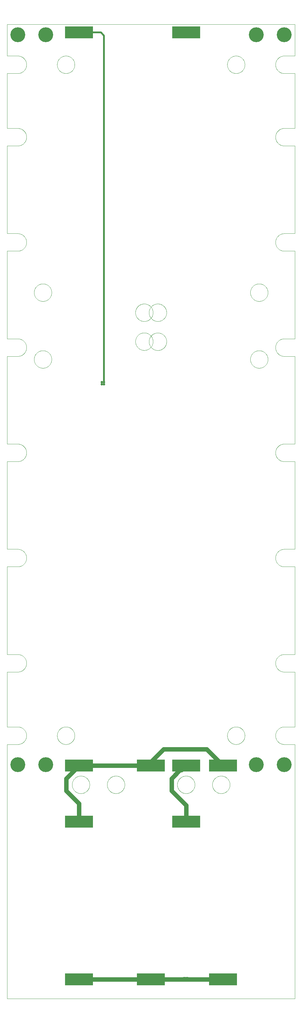
<source format=gtl>
G75*
%MOIN*%
%OFA0B0*%
%FSLAX25Y25*%
%IPPOS*%
%LPD*%
%AMOC8*
5,1,8,0,0,1.08239X$1,22.5*
%
%ADD10C,0.00004*%
%ADD11C,0.00394*%
%ADD12R,0.31496X0.13780*%
%ADD13C,0.16693*%
%ADD14C,0.05000*%
%ADD15R,0.02978X0.02978*%
%ADD16C,0.02000*%
%ADD17C,0.04000*%
%ADD18C,0.02781*%
D10*
X0001063Y0001002D02*
X0323898Y0001002D01*
X0323898Y0286435D01*
X0312087Y0286435D01*
X0311847Y0286438D01*
X0311608Y0286447D01*
X0311369Y0286461D01*
X0311130Y0286482D01*
X0310891Y0286508D01*
X0310654Y0286540D01*
X0310417Y0286578D01*
X0310181Y0286621D01*
X0309947Y0286670D01*
X0309714Y0286725D01*
X0309482Y0286786D01*
X0309251Y0286852D01*
X0309023Y0286924D01*
X0308796Y0287002D01*
X0308571Y0287084D01*
X0308348Y0287173D01*
X0308127Y0287267D01*
X0307909Y0287366D01*
X0307693Y0287470D01*
X0307480Y0287580D01*
X0307270Y0287694D01*
X0307062Y0287814D01*
X0306857Y0287939D01*
X0306656Y0288069D01*
X0306458Y0288204D01*
X0306263Y0288343D01*
X0306071Y0288487D01*
X0305883Y0288636D01*
X0305699Y0288789D01*
X0305519Y0288947D01*
X0305342Y0289109D01*
X0305169Y0289276D01*
X0305001Y0289446D01*
X0304837Y0289621D01*
X0304677Y0289799D01*
X0304521Y0289982D01*
X0304370Y0290168D01*
X0304224Y0290358D01*
X0304082Y0290551D01*
X0303945Y0290747D01*
X0303812Y0290947D01*
X0303685Y0291150D01*
X0303563Y0291356D01*
X0303445Y0291566D01*
X0303333Y0291777D01*
X0303226Y0291992D01*
X0303124Y0292209D01*
X0303028Y0292428D01*
X0302937Y0292650D01*
X0302851Y0292874D01*
X0302771Y0293100D01*
X0302697Y0293328D01*
X0302628Y0293557D01*
X0302564Y0293788D01*
X0302506Y0294021D01*
X0302454Y0294255D01*
X0302408Y0294490D01*
X0302367Y0294726D01*
X0302332Y0294964D01*
X0302303Y0295201D01*
X0302280Y0295440D01*
X0302262Y0295679D01*
X0302251Y0295919D01*
X0302245Y0296158D01*
X0302245Y0296398D01*
X0302251Y0296637D01*
X0302262Y0296877D01*
X0302280Y0297116D01*
X0302303Y0297355D01*
X0302332Y0297592D01*
X0302367Y0297830D01*
X0302408Y0298066D01*
X0302454Y0298301D01*
X0302506Y0298535D01*
X0302564Y0298768D01*
X0302628Y0298999D01*
X0302697Y0299228D01*
X0302771Y0299456D01*
X0302851Y0299682D01*
X0302937Y0299906D01*
X0303028Y0300128D01*
X0303124Y0300347D01*
X0303226Y0300564D01*
X0303333Y0300779D01*
X0303445Y0300990D01*
X0303563Y0301200D01*
X0303685Y0301406D01*
X0303812Y0301609D01*
X0303945Y0301809D01*
X0304082Y0302005D01*
X0304224Y0302198D01*
X0304370Y0302388D01*
X0304521Y0302574D01*
X0304677Y0302757D01*
X0304837Y0302935D01*
X0305001Y0303110D01*
X0305169Y0303280D01*
X0305342Y0303447D01*
X0305519Y0303609D01*
X0305699Y0303767D01*
X0305883Y0303920D01*
X0306071Y0304069D01*
X0306263Y0304213D01*
X0306458Y0304352D01*
X0306656Y0304487D01*
X0306857Y0304617D01*
X0307062Y0304742D01*
X0307270Y0304862D01*
X0307480Y0304976D01*
X0307693Y0305086D01*
X0307909Y0305190D01*
X0308127Y0305289D01*
X0308348Y0305383D01*
X0308571Y0305472D01*
X0308796Y0305554D01*
X0309023Y0305632D01*
X0309251Y0305704D01*
X0309482Y0305770D01*
X0309714Y0305831D01*
X0309947Y0305886D01*
X0310181Y0305935D01*
X0310417Y0305978D01*
X0310654Y0306016D01*
X0310891Y0306048D01*
X0311130Y0306074D01*
X0311369Y0306095D01*
X0311608Y0306109D01*
X0311847Y0306118D01*
X0312087Y0306121D01*
X0312087Y0306120D02*
X0323898Y0306120D01*
X0323898Y0367734D01*
X0312087Y0367734D01*
X0311847Y0367737D01*
X0311608Y0367746D01*
X0311369Y0367760D01*
X0311130Y0367781D01*
X0310891Y0367807D01*
X0310654Y0367839D01*
X0310417Y0367877D01*
X0310181Y0367920D01*
X0309947Y0367969D01*
X0309714Y0368024D01*
X0309482Y0368085D01*
X0309251Y0368151D01*
X0309023Y0368223D01*
X0308796Y0368301D01*
X0308571Y0368383D01*
X0308348Y0368472D01*
X0308127Y0368566D01*
X0307909Y0368665D01*
X0307693Y0368769D01*
X0307480Y0368879D01*
X0307270Y0368993D01*
X0307062Y0369113D01*
X0306857Y0369238D01*
X0306656Y0369368D01*
X0306458Y0369503D01*
X0306263Y0369642D01*
X0306071Y0369786D01*
X0305883Y0369935D01*
X0305699Y0370088D01*
X0305519Y0370246D01*
X0305342Y0370408D01*
X0305169Y0370575D01*
X0305001Y0370745D01*
X0304837Y0370920D01*
X0304677Y0371098D01*
X0304521Y0371281D01*
X0304370Y0371467D01*
X0304224Y0371657D01*
X0304082Y0371850D01*
X0303945Y0372046D01*
X0303812Y0372246D01*
X0303685Y0372449D01*
X0303563Y0372655D01*
X0303445Y0372865D01*
X0303333Y0373076D01*
X0303226Y0373291D01*
X0303124Y0373508D01*
X0303028Y0373727D01*
X0302937Y0373949D01*
X0302851Y0374173D01*
X0302771Y0374399D01*
X0302697Y0374627D01*
X0302628Y0374856D01*
X0302564Y0375087D01*
X0302506Y0375320D01*
X0302454Y0375554D01*
X0302408Y0375789D01*
X0302367Y0376025D01*
X0302332Y0376263D01*
X0302303Y0376500D01*
X0302280Y0376739D01*
X0302262Y0376978D01*
X0302251Y0377218D01*
X0302245Y0377457D01*
X0302245Y0377697D01*
X0302251Y0377936D01*
X0302262Y0378176D01*
X0302280Y0378415D01*
X0302303Y0378654D01*
X0302332Y0378891D01*
X0302367Y0379129D01*
X0302408Y0379365D01*
X0302454Y0379600D01*
X0302506Y0379834D01*
X0302564Y0380067D01*
X0302628Y0380298D01*
X0302697Y0380527D01*
X0302771Y0380755D01*
X0302851Y0380981D01*
X0302937Y0381205D01*
X0303028Y0381427D01*
X0303124Y0381646D01*
X0303226Y0381863D01*
X0303333Y0382078D01*
X0303445Y0382289D01*
X0303563Y0382499D01*
X0303685Y0382705D01*
X0303812Y0382908D01*
X0303945Y0383108D01*
X0304082Y0383304D01*
X0304224Y0383497D01*
X0304370Y0383687D01*
X0304521Y0383873D01*
X0304677Y0384056D01*
X0304837Y0384234D01*
X0305001Y0384409D01*
X0305169Y0384579D01*
X0305342Y0384746D01*
X0305519Y0384908D01*
X0305699Y0385066D01*
X0305883Y0385219D01*
X0306071Y0385368D01*
X0306263Y0385512D01*
X0306458Y0385651D01*
X0306656Y0385786D01*
X0306857Y0385916D01*
X0307062Y0386041D01*
X0307270Y0386161D01*
X0307480Y0386275D01*
X0307693Y0386385D01*
X0307909Y0386489D01*
X0308127Y0386588D01*
X0308348Y0386682D01*
X0308571Y0386771D01*
X0308796Y0386853D01*
X0309023Y0386931D01*
X0309251Y0387003D01*
X0309482Y0387069D01*
X0309714Y0387130D01*
X0309947Y0387185D01*
X0310181Y0387234D01*
X0310417Y0387277D01*
X0310654Y0387315D01*
X0310891Y0387347D01*
X0311130Y0387373D01*
X0311369Y0387394D01*
X0311608Y0387408D01*
X0311847Y0387417D01*
X0312087Y0387420D01*
X0312087Y0387419D02*
X0323898Y0387419D01*
X0323898Y0485844D01*
X0312087Y0485844D01*
X0311847Y0485847D01*
X0311608Y0485856D01*
X0311369Y0485870D01*
X0311130Y0485891D01*
X0310891Y0485917D01*
X0310654Y0485949D01*
X0310417Y0485987D01*
X0310181Y0486030D01*
X0309947Y0486079D01*
X0309714Y0486134D01*
X0309482Y0486195D01*
X0309251Y0486261D01*
X0309023Y0486333D01*
X0308796Y0486411D01*
X0308571Y0486493D01*
X0308348Y0486582D01*
X0308127Y0486676D01*
X0307909Y0486775D01*
X0307693Y0486879D01*
X0307480Y0486989D01*
X0307270Y0487103D01*
X0307062Y0487223D01*
X0306857Y0487348D01*
X0306656Y0487478D01*
X0306458Y0487613D01*
X0306263Y0487752D01*
X0306071Y0487896D01*
X0305883Y0488045D01*
X0305699Y0488198D01*
X0305519Y0488356D01*
X0305342Y0488518D01*
X0305169Y0488685D01*
X0305001Y0488855D01*
X0304837Y0489030D01*
X0304677Y0489208D01*
X0304521Y0489391D01*
X0304370Y0489577D01*
X0304224Y0489767D01*
X0304082Y0489960D01*
X0303945Y0490156D01*
X0303812Y0490356D01*
X0303685Y0490559D01*
X0303563Y0490765D01*
X0303445Y0490975D01*
X0303333Y0491186D01*
X0303226Y0491401D01*
X0303124Y0491618D01*
X0303028Y0491837D01*
X0302937Y0492059D01*
X0302851Y0492283D01*
X0302771Y0492509D01*
X0302697Y0492737D01*
X0302628Y0492966D01*
X0302564Y0493197D01*
X0302506Y0493430D01*
X0302454Y0493664D01*
X0302408Y0493899D01*
X0302367Y0494135D01*
X0302332Y0494373D01*
X0302303Y0494610D01*
X0302280Y0494849D01*
X0302262Y0495088D01*
X0302251Y0495328D01*
X0302245Y0495567D01*
X0302245Y0495807D01*
X0302251Y0496046D01*
X0302262Y0496286D01*
X0302280Y0496525D01*
X0302303Y0496764D01*
X0302332Y0497001D01*
X0302367Y0497239D01*
X0302408Y0497475D01*
X0302454Y0497710D01*
X0302506Y0497944D01*
X0302564Y0498177D01*
X0302628Y0498408D01*
X0302697Y0498637D01*
X0302771Y0498865D01*
X0302851Y0499091D01*
X0302937Y0499315D01*
X0303028Y0499537D01*
X0303124Y0499756D01*
X0303226Y0499973D01*
X0303333Y0500188D01*
X0303445Y0500399D01*
X0303563Y0500609D01*
X0303685Y0500815D01*
X0303812Y0501018D01*
X0303945Y0501218D01*
X0304082Y0501414D01*
X0304224Y0501607D01*
X0304370Y0501797D01*
X0304521Y0501983D01*
X0304677Y0502166D01*
X0304837Y0502344D01*
X0305001Y0502519D01*
X0305169Y0502689D01*
X0305342Y0502856D01*
X0305519Y0503018D01*
X0305699Y0503176D01*
X0305883Y0503329D01*
X0306071Y0503478D01*
X0306263Y0503622D01*
X0306458Y0503761D01*
X0306656Y0503896D01*
X0306857Y0504026D01*
X0307062Y0504151D01*
X0307270Y0504271D01*
X0307480Y0504385D01*
X0307693Y0504495D01*
X0307909Y0504599D01*
X0308127Y0504698D01*
X0308348Y0504792D01*
X0308571Y0504881D01*
X0308796Y0504963D01*
X0309023Y0505041D01*
X0309251Y0505113D01*
X0309482Y0505179D01*
X0309714Y0505240D01*
X0309947Y0505295D01*
X0310181Y0505344D01*
X0310417Y0505387D01*
X0310654Y0505425D01*
X0310891Y0505457D01*
X0311130Y0505483D01*
X0311369Y0505504D01*
X0311608Y0505518D01*
X0311847Y0505527D01*
X0312087Y0505530D01*
X0323898Y0505530D01*
X0323898Y0603955D01*
X0312087Y0603955D01*
X0312087Y0603954D02*
X0311847Y0603957D01*
X0311608Y0603966D01*
X0311369Y0603980D01*
X0311130Y0604001D01*
X0310891Y0604027D01*
X0310654Y0604059D01*
X0310417Y0604097D01*
X0310181Y0604140D01*
X0309947Y0604189D01*
X0309714Y0604244D01*
X0309482Y0604305D01*
X0309251Y0604371D01*
X0309023Y0604443D01*
X0308796Y0604521D01*
X0308571Y0604603D01*
X0308348Y0604692D01*
X0308127Y0604786D01*
X0307909Y0604885D01*
X0307693Y0604989D01*
X0307480Y0605099D01*
X0307270Y0605213D01*
X0307062Y0605333D01*
X0306857Y0605458D01*
X0306656Y0605588D01*
X0306458Y0605723D01*
X0306263Y0605862D01*
X0306071Y0606006D01*
X0305883Y0606155D01*
X0305699Y0606308D01*
X0305519Y0606466D01*
X0305342Y0606628D01*
X0305169Y0606795D01*
X0305001Y0606965D01*
X0304837Y0607140D01*
X0304677Y0607318D01*
X0304521Y0607501D01*
X0304370Y0607687D01*
X0304224Y0607877D01*
X0304082Y0608070D01*
X0303945Y0608266D01*
X0303812Y0608466D01*
X0303685Y0608669D01*
X0303563Y0608876D01*
X0303445Y0609085D01*
X0303333Y0609296D01*
X0303226Y0609511D01*
X0303124Y0609728D01*
X0303028Y0609947D01*
X0302937Y0610169D01*
X0302851Y0610393D01*
X0302771Y0610619D01*
X0302697Y0610847D01*
X0302628Y0611076D01*
X0302564Y0611307D01*
X0302506Y0611540D01*
X0302454Y0611774D01*
X0302408Y0612009D01*
X0302367Y0612245D01*
X0302332Y0612483D01*
X0302303Y0612720D01*
X0302280Y0612959D01*
X0302262Y0613198D01*
X0302251Y0613438D01*
X0302245Y0613677D01*
X0302245Y0613917D01*
X0302251Y0614156D01*
X0302262Y0614396D01*
X0302280Y0614635D01*
X0302303Y0614874D01*
X0302332Y0615111D01*
X0302367Y0615349D01*
X0302408Y0615585D01*
X0302454Y0615820D01*
X0302506Y0616054D01*
X0302564Y0616287D01*
X0302628Y0616518D01*
X0302697Y0616747D01*
X0302771Y0616975D01*
X0302851Y0617201D01*
X0302937Y0617425D01*
X0303028Y0617647D01*
X0303124Y0617866D01*
X0303226Y0618083D01*
X0303333Y0618298D01*
X0303445Y0618509D01*
X0303563Y0618719D01*
X0303685Y0618925D01*
X0303812Y0619128D01*
X0303945Y0619328D01*
X0304082Y0619524D01*
X0304224Y0619717D01*
X0304370Y0619907D01*
X0304521Y0620093D01*
X0304677Y0620276D01*
X0304837Y0620454D01*
X0305001Y0620629D01*
X0305169Y0620799D01*
X0305342Y0620966D01*
X0305519Y0621128D01*
X0305699Y0621286D01*
X0305883Y0621439D01*
X0306071Y0621588D01*
X0306263Y0621732D01*
X0306458Y0621871D01*
X0306656Y0622006D01*
X0306857Y0622136D01*
X0307062Y0622261D01*
X0307270Y0622381D01*
X0307480Y0622495D01*
X0307693Y0622605D01*
X0307909Y0622709D01*
X0308127Y0622808D01*
X0308348Y0622902D01*
X0308571Y0622991D01*
X0308796Y0623073D01*
X0309023Y0623151D01*
X0309251Y0623223D01*
X0309482Y0623289D01*
X0309714Y0623350D01*
X0309947Y0623405D01*
X0310181Y0623454D01*
X0310417Y0623497D01*
X0310654Y0623535D01*
X0310891Y0623567D01*
X0311130Y0623593D01*
X0311369Y0623614D01*
X0311608Y0623628D01*
X0311847Y0623637D01*
X0312087Y0623640D01*
X0323898Y0623640D01*
X0323898Y0722065D01*
X0312087Y0722065D01*
X0312087Y0722064D02*
X0311847Y0722067D01*
X0311608Y0722076D01*
X0311369Y0722090D01*
X0311130Y0722111D01*
X0310891Y0722137D01*
X0310654Y0722169D01*
X0310417Y0722207D01*
X0310181Y0722250D01*
X0309947Y0722299D01*
X0309714Y0722354D01*
X0309482Y0722415D01*
X0309251Y0722481D01*
X0309023Y0722553D01*
X0308796Y0722631D01*
X0308571Y0722713D01*
X0308348Y0722802D01*
X0308127Y0722896D01*
X0307909Y0722995D01*
X0307693Y0723099D01*
X0307480Y0723209D01*
X0307270Y0723323D01*
X0307062Y0723443D01*
X0306857Y0723568D01*
X0306656Y0723698D01*
X0306458Y0723833D01*
X0306263Y0723972D01*
X0306071Y0724116D01*
X0305883Y0724265D01*
X0305699Y0724418D01*
X0305519Y0724576D01*
X0305342Y0724738D01*
X0305169Y0724905D01*
X0305001Y0725075D01*
X0304837Y0725250D01*
X0304677Y0725428D01*
X0304521Y0725611D01*
X0304370Y0725797D01*
X0304224Y0725987D01*
X0304082Y0726180D01*
X0303945Y0726376D01*
X0303812Y0726576D01*
X0303685Y0726779D01*
X0303563Y0726986D01*
X0303445Y0727195D01*
X0303333Y0727406D01*
X0303226Y0727621D01*
X0303124Y0727838D01*
X0303028Y0728057D01*
X0302937Y0728279D01*
X0302851Y0728503D01*
X0302771Y0728729D01*
X0302697Y0728957D01*
X0302628Y0729186D01*
X0302564Y0729417D01*
X0302506Y0729650D01*
X0302454Y0729884D01*
X0302408Y0730119D01*
X0302367Y0730355D01*
X0302332Y0730593D01*
X0302303Y0730830D01*
X0302280Y0731069D01*
X0302262Y0731308D01*
X0302251Y0731548D01*
X0302245Y0731787D01*
X0302245Y0732027D01*
X0302251Y0732266D01*
X0302262Y0732506D01*
X0302280Y0732745D01*
X0302303Y0732984D01*
X0302332Y0733221D01*
X0302367Y0733459D01*
X0302408Y0733695D01*
X0302454Y0733930D01*
X0302506Y0734164D01*
X0302564Y0734397D01*
X0302628Y0734628D01*
X0302697Y0734857D01*
X0302771Y0735085D01*
X0302851Y0735311D01*
X0302937Y0735535D01*
X0303028Y0735757D01*
X0303124Y0735976D01*
X0303226Y0736193D01*
X0303333Y0736408D01*
X0303445Y0736619D01*
X0303563Y0736829D01*
X0303685Y0737035D01*
X0303812Y0737238D01*
X0303945Y0737438D01*
X0304082Y0737634D01*
X0304224Y0737827D01*
X0304370Y0738017D01*
X0304521Y0738203D01*
X0304677Y0738386D01*
X0304837Y0738564D01*
X0305001Y0738739D01*
X0305169Y0738909D01*
X0305342Y0739076D01*
X0305519Y0739238D01*
X0305699Y0739396D01*
X0305883Y0739549D01*
X0306071Y0739698D01*
X0306263Y0739842D01*
X0306458Y0739981D01*
X0306656Y0740116D01*
X0306857Y0740246D01*
X0307062Y0740371D01*
X0307270Y0740491D01*
X0307480Y0740605D01*
X0307693Y0740715D01*
X0307909Y0740819D01*
X0308127Y0740918D01*
X0308348Y0741012D01*
X0308571Y0741101D01*
X0308796Y0741183D01*
X0309023Y0741261D01*
X0309251Y0741333D01*
X0309482Y0741399D01*
X0309714Y0741460D01*
X0309947Y0741515D01*
X0310181Y0741564D01*
X0310417Y0741607D01*
X0310654Y0741645D01*
X0310891Y0741677D01*
X0311130Y0741703D01*
X0311369Y0741724D01*
X0311608Y0741738D01*
X0311847Y0741747D01*
X0312087Y0741750D01*
X0323898Y0741750D01*
X0323898Y0840175D01*
X0312087Y0840175D01*
X0311847Y0840178D01*
X0311608Y0840187D01*
X0311369Y0840201D01*
X0311130Y0840222D01*
X0310891Y0840248D01*
X0310654Y0840280D01*
X0310417Y0840318D01*
X0310181Y0840361D01*
X0309947Y0840410D01*
X0309714Y0840465D01*
X0309482Y0840526D01*
X0309251Y0840592D01*
X0309023Y0840664D01*
X0308796Y0840742D01*
X0308571Y0840824D01*
X0308348Y0840913D01*
X0308127Y0841007D01*
X0307909Y0841106D01*
X0307693Y0841210D01*
X0307480Y0841320D01*
X0307270Y0841434D01*
X0307062Y0841554D01*
X0306857Y0841679D01*
X0306656Y0841809D01*
X0306458Y0841944D01*
X0306263Y0842083D01*
X0306071Y0842227D01*
X0305883Y0842376D01*
X0305699Y0842529D01*
X0305519Y0842687D01*
X0305342Y0842849D01*
X0305169Y0843016D01*
X0305001Y0843186D01*
X0304837Y0843361D01*
X0304677Y0843539D01*
X0304521Y0843722D01*
X0304370Y0843908D01*
X0304224Y0844098D01*
X0304082Y0844291D01*
X0303945Y0844487D01*
X0303812Y0844687D01*
X0303685Y0844890D01*
X0303563Y0845097D01*
X0303445Y0845306D01*
X0303333Y0845517D01*
X0303226Y0845732D01*
X0303124Y0845949D01*
X0303028Y0846168D01*
X0302937Y0846390D01*
X0302851Y0846614D01*
X0302771Y0846840D01*
X0302697Y0847068D01*
X0302628Y0847297D01*
X0302564Y0847528D01*
X0302506Y0847761D01*
X0302454Y0847995D01*
X0302408Y0848230D01*
X0302367Y0848466D01*
X0302332Y0848704D01*
X0302303Y0848941D01*
X0302280Y0849180D01*
X0302262Y0849419D01*
X0302251Y0849659D01*
X0302245Y0849898D01*
X0302245Y0850138D01*
X0302251Y0850377D01*
X0302262Y0850617D01*
X0302280Y0850856D01*
X0302303Y0851095D01*
X0302332Y0851332D01*
X0302367Y0851570D01*
X0302408Y0851806D01*
X0302454Y0852041D01*
X0302506Y0852275D01*
X0302564Y0852508D01*
X0302628Y0852739D01*
X0302697Y0852968D01*
X0302771Y0853196D01*
X0302851Y0853422D01*
X0302937Y0853646D01*
X0303028Y0853868D01*
X0303124Y0854087D01*
X0303226Y0854304D01*
X0303333Y0854519D01*
X0303445Y0854730D01*
X0303563Y0854940D01*
X0303685Y0855146D01*
X0303812Y0855349D01*
X0303945Y0855549D01*
X0304082Y0855745D01*
X0304224Y0855938D01*
X0304370Y0856128D01*
X0304521Y0856314D01*
X0304677Y0856497D01*
X0304837Y0856675D01*
X0305001Y0856850D01*
X0305169Y0857020D01*
X0305342Y0857187D01*
X0305519Y0857349D01*
X0305699Y0857507D01*
X0305883Y0857660D01*
X0306071Y0857809D01*
X0306263Y0857953D01*
X0306458Y0858092D01*
X0306656Y0858227D01*
X0306857Y0858357D01*
X0307062Y0858482D01*
X0307270Y0858602D01*
X0307480Y0858716D01*
X0307693Y0858826D01*
X0307909Y0858930D01*
X0308127Y0859029D01*
X0308348Y0859123D01*
X0308571Y0859212D01*
X0308796Y0859294D01*
X0309023Y0859372D01*
X0309251Y0859444D01*
X0309482Y0859510D01*
X0309714Y0859571D01*
X0309947Y0859626D01*
X0310181Y0859675D01*
X0310417Y0859718D01*
X0310654Y0859756D01*
X0310891Y0859788D01*
X0311130Y0859814D01*
X0311369Y0859835D01*
X0311608Y0859849D01*
X0311847Y0859858D01*
X0312087Y0859861D01*
X0312087Y0859860D02*
X0323898Y0859860D01*
X0323898Y0958285D01*
X0312087Y0958285D01*
X0311847Y0958288D01*
X0311608Y0958297D01*
X0311369Y0958311D01*
X0311130Y0958332D01*
X0310891Y0958358D01*
X0310654Y0958390D01*
X0310417Y0958428D01*
X0310181Y0958471D01*
X0309947Y0958520D01*
X0309714Y0958575D01*
X0309482Y0958636D01*
X0309251Y0958702D01*
X0309023Y0958774D01*
X0308796Y0958852D01*
X0308571Y0958934D01*
X0308348Y0959023D01*
X0308127Y0959117D01*
X0307909Y0959216D01*
X0307693Y0959320D01*
X0307480Y0959430D01*
X0307270Y0959544D01*
X0307062Y0959664D01*
X0306857Y0959789D01*
X0306656Y0959919D01*
X0306458Y0960054D01*
X0306263Y0960193D01*
X0306071Y0960337D01*
X0305883Y0960486D01*
X0305699Y0960639D01*
X0305519Y0960797D01*
X0305342Y0960959D01*
X0305169Y0961126D01*
X0305001Y0961296D01*
X0304837Y0961471D01*
X0304677Y0961649D01*
X0304521Y0961832D01*
X0304370Y0962018D01*
X0304224Y0962208D01*
X0304082Y0962401D01*
X0303945Y0962597D01*
X0303812Y0962797D01*
X0303685Y0963000D01*
X0303563Y0963207D01*
X0303445Y0963416D01*
X0303333Y0963627D01*
X0303226Y0963842D01*
X0303124Y0964059D01*
X0303028Y0964278D01*
X0302937Y0964500D01*
X0302851Y0964724D01*
X0302771Y0964950D01*
X0302697Y0965178D01*
X0302628Y0965407D01*
X0302564Y0965638D01*
X0302506Y0965871D01*
X0302454Y0966105D01*
X0302408Y0966340D01*
X0302367Y0966576D01*
X0302332Y0966814D01*
X0302303Y0967051D01*
X0302280Y0967290D01*
X0302262Y0967529D01*
X0302251Y0967769D01*
X0302245Y0968008D01*
X0302245Y0968248D01*
X0302251Y0968487D01*
X0302262Y0968727D01*
X0302280Y0968966D01*
X0302303Y0969205D01*
X0302332Y0969442D01*
X0302367Y0969680D01*
X0302408Y0969916D01*
X0302454Y0970151D01*
X0302506Y0970385D01*
X0302564Y0970618D01*
X0302628Y0970849D01*
X0302697Y0971078D01*
X0302771Y0971306D01*
X0302851Y0971532D01*
X0302937Y0971756D01*
X0303028Y0971978D01*
X0303124Y0972197D01*
X0303226Y0972414D01*
X0303333Y0972629D01*
X0303445Y0972840D01*
X0303563Y0973050D01*
X0303685Y0973256D01*
X0303812Y0973459D01*
X0303945Y0973659D01*
X0304082Y0973855D01*
X0304224Y0974048D01*
X0304370Y0974238D01*
X0304521Y0974424D01*
X0304677Y0974607D01*
X0304837Y0974785D01*
X0305001Y0974960D01*
X0305169Y0975130D01*
X0305342Y0975297D01*
X0305519Y0975459D01*
X0305699Y0975617D01*
X0305883Y0975770D01*
X0306071Y0975919D01*
X0306263Y0976063D01*
X0306458Y0976202D01*
X0306656Y0976337D01*
X0306857Y0976467D01*
X0307062Y0976592D01*
X0307270Y0976712D01*
X0307480Y0976826D01*
X0307693Y0976936D01*
X0307909Y0977040D01*
X0308127Y0977139D01*
X0308348Y0977233D01*
X0308571Y0977322D01*
X0308796Y0977404D01*
X0309023Y0977482D01*
X0309251Y0977554D01*
X0309482Y0977620D01*
X0309714Y0977681D01*
X0309947Y0977736D01*
X0310181Y0977785D01*
X0310417Y0977828D01*
X0310654Y0977866D01*
X0310891Y0977898D01*
X0311130Y0977924D01*
X0311369Y0977945D01*
X0311608Y0977959D01*
X0311847Y0977968D01*
X0312087Y0977971D01*
X0312087Y0977970D02*
X0323898Y0977970D01*
X0323898Y1039585D01*
X0312087Y1039585D01*
X0312087Y1039584D02*
X0311847Y1039587D01*
X0311608Y1039596D01*
X0311369Y1039610D01*
X0311130Y1039631D01*
X0310891Y1039657D01*
X0310654Y1039689D01*
X0310417Y1039727D01*
X0310181Y1039770D01*
X0309947Y1039819D01*
X0309714Y1039874D01*
X0309482Y1039935D01*
X0309251Y1040001D01*
X0309023Y1040073D01*
X0308796Y1040151D01*
X0308571Y1040233D01*
X0308348Y1040322D01*
X0308127Y1040416D01*
X0307909Y1040515D01*
X0307693Y1040619D01*
X0307480Y1040729D01*
X0307270Y1040843D01*
X0307062Y1040963D01*
X0306857Y1041088D01*
X0306656Y1041218D01*
X0306458Y1041353D01*
X0306263Y1041492D01*
X0306071Y1041636D01*
X0305883Y1041785D01*
X0305699Y1041938D01*
X0305519Y1042096D01*
X0305342Y1042258D01*
X0305169Y1042425D01*
X0305001Y1042595D01*
X0304837Y1042770D01*
X0304677Y1042948D01*
X0304521Y1043131D01*
X0304370Y1043317D01*
X0304224Y1043507D01*
X0304082Y1043700D01*
X0303945Y1043896D01*
X0303812Y1044096D01*
X0303685Y1044299D01*
X0303563Y1044506D01*
X0303445Y1044715D01*
X0303333Y1044926D01*
X0303226Y1045141D01*
X0303124Y1045358D01*
X0303028Y1045577D01*
X0302937Y1045799D01*
X0302851Y1046023D01*
X0302771Y1046249D01*
X0302697Y1046477D01*
X0302628Y1046706D01*
X0302564Y1046937D01*
X0302506Y1047170D01*
X0302454Y1047404D01*
X0302408Y1047639D01*
X0302367Y1047875D01*
X0302332Y1048113D01*
X0302303Y1048350D01*
X0302280Y1048589D01*
X0302262Y1048828D01*
X0302251Y1049068D01*
X0302245Y1049307D01*
X0302245Y1049547D01*
X0302251Y1049786D01*
X0302262Y1050026D01*
X0302280Y1050265D01*
X0302303Y1050504D01*
X0302332Y1050741D01*
X0302367Y1050979D01*
X0302408Y1051215D01*
X0302454Y1051450D01*
X0302506Y1051684D01*
X0302564Y1051917D01*
X0302628Y1052148D01*
X0302697Y1052377D01*
X0302771Y1052605D01*
X0302851Y1052831D01*
X0302937Y1053055D01*
X0303028Y1053277D01*
X0303124Y1053496D01*
X0303226Y1053713D01*
X0303333Y1053928D01*
X0303445Y1054139D01*
X0303563Y1054349D01*
X0303685Y1054555D01*
X0303812Y1054758D01*
X0303945Y1054958D01*
X0304082Y1055154D01*
X0304224Y1055347D01*
X0304370Y1055537D01*
X0304521Y1055723D01*
X0304677Y1055906D01*
X0304837Y1056084D01*
X0305001Y1056259D01*
X0305169Y1056429D01*
X0305342Y1056596D01*
X0305519Y1056758D01*
X0305699Y1056916D01*
X0305883Y1057069D01*
X0306071Y1057218D01*
X0306263Y1057362D01*
X0306458Y1057501D01*
X0306656Y1057636D01*
X0306857Y1057766D01*
X0307062Y1057891D01*
X0307270Y1058011D01*
X0307480Y1058125D01*
X0307693Y1058235D01*
X0307909Y1058339D01*
X0308127Y1058438D01*
X0308348Y1058532D01*
X0308571Y1058621D01*
X0308796Y1058703D01*
X0309023Y1058781D01*
X0309251Y1058853D01*
X0309482Y1058919D01*
X0309714Y1058980D01*
X0309947Y1059035D01*
X0310181Y1059084D01*
X0310417Y1059127D01*
X0310654Y1059165D01*
X0310891Y1059197D01*
X0311130Y1059223D01*
X0311369Y1059244D01*
X0311608Y1059258D01*
X0311847Y1059267D01*
X0312087Y1059270D01*
X0323898Y1059270D01*
X0323898Y1094703D01*
X0001063Y1094703D01*
X0001063Y1059270D01*
X0012874Y1059270D01*
X0013114Y1059267D01*
X0013353Y1059258D01*
X0013592Y1059244D01*
X0013831Y1059223D01*
X0014070Y1059197D01*
X0014307Y1059165D01*
X0014544Y1059127D01*
X0014780Y1059084D01*
X0015014Y1059035D01*
X0015247Y1058980D01*
X0015479Y1058919D01*
X0015710Y1058853D01*
X0015938Y1058781D01*
X0016165Y1058703D01*
X0016390Y1058621D01*
X0016613Y1058532D01*
X0016834Y1058438D01*
X0017052Y1058339D01*
X0017268Y1058235D01*
X0017481Y1058125D01*
X0017691Y1058011D01*
X0017899Y1057891D01*
X0018104Y1057766D01*
X0018305Y1057636D01*
X0018503Y1057501D01*
X0018698Y1057362D01*
X0018890Y1057218D01*
X0019078Y1057069D01*
X0019262Y1056916D01*
X0019442Y1056758D01*
X0019619Y1056596D01*
X0019792Y1056429D01*
X0019960Y1056259D01*
X0020124Y1056084D01*
X0020284Y1055906D01*
X0020440Y1055723D01*
X0020591Y1055537D01*
X0020737Y1055347D01*
X0020879Y1055154D01*
X0021016Y1054958D01*
X0021149Y1054758D01*
X0021276Y1054555D01*
X0021398Y1054349D01*
X0021516Y1054139D01*
X0021628Y1053928D01*
X0021735Y1053713D01*
X0021837Y1053496D01*
X0021933Y1053277D01*
X0022024Y1053055D01*
X0022110Y1052831D01*
X0022190Y1052605D01*
X0022264Y1052377D01*
X0022333Y1052148D01*
X0022397Y1051917D01*
X0022455Y1051684D01*
X0022507Y1051450D01*
X0022553Y1051215D01*
X0022594Y1050979D01*
X0022629Y1050741D01*
X0022658Y1050504D01*
X0022681Y1050265D01*
X0022699Y1050026D01*
X0022710Y1049786D01*
X0022716Y1049547D01*
X0022716Y1049307D01*
X0022710Y1049068D01*
X0022699Y1048828D01*
X0022681Y1048589D01*
X0022658Y1048350D01*
X0022629Y1048113D01*
X0022594Y1047875D01*
X0022553Y1047639D01*
X0022507Y1047404D01*
X0022455Y1047170D01*
X0022397Y1046937D01*
X0022333Y1046706D01*
X0022264Y1046477D01*
X0022190Y1046249D01*
X0022110Y1046023D01*
X0022024Y1045799D01*
X0021933Y1045577D01*
X0021837Y1045358D01*
X0021735Y1045141D01*
X0021628Y1044926D01*
X0021516Y1044715D01*
X0021398Y1044506D01*
X0021276Y1044299D01*
X0021149Y1044096D01*
X0021016Y1043896D01*
X0020879Y1043700D01*
X0020737Y1043507D01*
X0020591Y1043317D01*
X0020440Y1043131D01*
X0020284Y1042948D01*
X0020124Y1042770D01*
X0019960Y1042595D01*
X0019792Y1042425D01*
X0019619Y1042258D01*
X0019442Y1042096D01*
X0019262Y1041938D01*
X0019078Y1041785D01*
X0018890Y1041636D01*
X0018698Y1041492D01*
X0018503Y1041353D01*
X0018305Y1041218D01*
X0018104Y1041088D01*
X0017899Y1040963D01*
X0017691Y1040843D01*
X0017481Y1040729D01*
X0017268Y1040619D01*
X0017052Y1040515D01*
X0016834Y1040416D01*
X0016613Y1040322D01*
X0016390Y1040233D01*
X0016165Y1040151D01*
X0015938Y1040073D01*
X0015710Y1040001D01*
X0015479Y1039935D01*
X0015247Y1039874D01*
X0015014Y1039819D01*
X0014780Y1039770D01*
X0014544Y1039727D01*
X0014307Y1039689D01*
X0014070Y1039657D01*
X0013831Y1039631D01*
X0013592Y1039610D01*
X0013353Y1039596D01*
X0013114Y1039587D01*
X0012874Y1039584D01*
X0012874Y1039585D02*
X0001063Y1039585D01*
X0001063Y0977970D01*
X0012874Y0977970D01*
X0012874Y0977971D02*
X0013114Y0977968D01*
X0013353Y0977959D01*
X0013592Y0977945D01*
X0013831Y0977924D01*
X0014070Y0977898D01*
X0014307Y0977866D01*
X0014544Y0977828D01*
X0014780Y0977785D01*
X0015014Y0977736D01*
X0015247Y0977681D01*
X0015479Y0977620D01*
X0015710Y0977554D01*
X0015938Y0977482D01*
X0016165Y0977404D01*
X0016390Y0977322D01*
X0016613Y0977233D01*
X0016834Y0977139D01*
X0017052Y0977040D01*
X0017268Y0976936D01*
X0017481Y0976826D01*
X0017691Y0976712D01*
X0017899Y0976592D01*
X0018104Y0976467D01*
X0018305Y0976337D01*
X0018503Y0976202D01*
X0018698Y0976063D01*
X0018890Y0975919D01*
X0019078Y0975770D01*
X0019262Y0975617D01*
X0019442Y0975459D01*
X0019619Y0975297D01*
X0019792Y0975130D01*
X0019960Y0974960D01*
X0020124Y0974785D01*
X0020284Y0974607D01*
X0020440Y0974424D01*
X0020591Y0974238D01*
X0020737Y0974048D01*
X0020879Y0973855D01*
X0021016Y0973659D01*
X0021149Y0973459D01*
X0021276Y0973256D01*
X0021398Y0973050D01*
X0021516Y0972840D01*
X0021628Y0972629D01*
X0021735Y0972414D01*
X0021837Y0972197D01*
X0021933Y0971978D01*
X0022024Y0971756D01*
X0022110Y0971532D01*
X0022190Y0971306D01*
X0022264Y0971078D01*
X0022333Y0970849D01*
X0022397Y0970618D01*
X0022455Y0970385D01*
X0022507Y0970151D01*
X0022553Y0969916D01*
X0022594Y0969680D01*
X0022629Y0969442D01*
X0022658Y0969205D01*
X0022681Y0968966D01*
X0022699Y0968727D01*
X0022710Y0968487D01*
X0022716Y0968248D01*
X0022716Y0968008D01*
X0022710Y0967769D01*
X0022699Y0967529D01*
X0022681Y0967290D01*
X0022658Y0967051D01*
X0022629Y0966814D01*
X0022594Y0966576D01*
X0022553Y0966340D01*
X0022507Y0966105D01*
X0022455Y0965871D01*
X0022397Y0965638D01*
X0022333Y0965407D01*
X0022264Y0965178D01*
X0022190Y0964950D01*
X0022110Y0964724D01*
X0022024Y0964500D01*
X0021933Y0964278D01*
X0021837Y0964059D01*
X0021735Y0963842D01*
X0021628Y0963627D01*
X0021516Y0963416D01*
X0021398Y0963207D01*
X0021276Y0963000D01*
X0021149Y0962797D01*
X0021016Y0962597D01*
X0020879Y0962401D01*
X0020737Y0962208D01*
X0020591Y0962018D01*
X0020440Y0961832D01*
X0020284Y0961649D01*
X0020124Y0961471D01*
X0019960Y0961296D01*
X0019792Y0961126D01*
X0019619Y0960959D01*
X0019442Y0960797D01*
X0019262Y0960639D01*
X0019078Y0960486D01*
X0018890Y0960337D01*
X0018698Y0960193D01*
X0018503Y0960054D01*
X0018305Y0959919D01*
X0018104Y0959789D01*
X0017899Y0959664D01*
X0017691Y0959544D01*
X0017481Y0959430D01*
X0017268Y0959320D01*
X0017052Y0959216D01*
X0016834Y0959117D01*
X0016613Y0959023D01*
X0016390Y0958934D01*
X0016165Y0958852D01*
X0015938Y0958774D01*
X0015710Y0958702D01*
X0015479Y0958636D01*
X0015247Y0958575D01*
X0015014Y0958520D01*
X0014780Y0958471D01*
X0014544Y0958428D01*
X0014307Y0958390D01*
X0014070Y0958358D01*
X0013831Y0958332D01*
X0013592Y0958311D01*
X0013353Y0958297D01*
X0013114Y0958288D01*
X0012874Y0958285D01*
X0001063Y0958285D01*
X0001063Y0859860D01*
X0012874Y0859860D01*
X0012874Y0859861D02*
X0013114Y0859858D01*
X0013353Y0859849D01*
X0013592Y0859835D01*
X0013831Y0859814D01*
X0014070Y0859788D01*
X0014307Y0859756D01*
X0014544Y0859718D01*
X0014780Y0859675D01*
X0015014Y0859626D01*
X0015247Y0859571D01*
X0015479Y0859510D01*
X0015710Y0859444D01*
X0015938Y0859372D01*
X0016165Y0859294D01*
X0016390Y0859212D01*
X0016613Y0859123D01*
X0016834Y0859029D01*
X0017052Y0858930D01*
X0017268Y0858826D01*
X0017481Y0858716D01*
X0017691Y0858602D01*
X0017899Y0858482D01*
X0018104Y0858357D01*
X0018305Y0858227D01*
X0018503Y0858092D01*
X0018698Y0857953D01*
X0018890Y0857809D01*
X0019078Y0857660D01*
X0019262Y0857507D01*
X0019442Y0857349D01*
X0019619Y0857187D01*
X0019792Y0857020D01*
X0019960Y0856850D01*
X0020124Y0856675D01*
X0020284Y0856497D01*
X0020440Y0856314D01*
X0020591Y0856128D01*
X0020737Y0855938D01*
X0020879Y0855745D01*
X0021016Y0855549D01*
X0021149Y0855349D01*
X0021276Y0855146D01*
X0021398Y0854940D01*
X0021516Y0854730D01*
X0021628Y0854519D01*
X0021735Y0854304D01*
X0021837Y0854087D01*
X0021933Y0853868D01*
X0022024Y0853646D01*
X0022110Y0853422D01*
X0022190Y0853196D01*
X0022264Y0852968D01*
X0022333Y0852739D01*
X0022397Y0852508D01*
X0022455Y0852275D01*
X0022507Y0852041D01*
X0022553Y0851806D01*
X0022594Y0851570D01*
X0022629Y0851332D01*
X0022658Y0851095D01*
X0022681Y0850856D01*
X0022699Y0850617D01*
X0022710Y0850377D01*
X0022716Y0850138D01*
X0022716Y0849898D01*
X0022710Y0849659D01*
X0022699Y0849419D01*
X0022681Y0849180D01*
X0022658Y0848941D01*
X0022629Y0848704D01*
X0022594Y0848466D01*
X0022553Y0848230D01*
X0022507Y0847995D01*
X0022455Y0847761D01*
X0022397Y0847528D01*
X0022333Y0847297D01*
X0022264Y0847068D01*
X0022190Y0846840D01*
X0022110Y0846614D01*
X0022024Y0846390D01*
X0021933Y0846168D01*
X0021837Y0845949D01*
X0021735Y0845732D01*
X0021628Y0845517D01*
X0021516Y0845306D01*
X0021398Y0845097D01*
X0021276Y0844890D01*
X0021149Y0844687D01*
X0021016Y0844487D01*
X0020879Y0844291D01*
X0020737Y0844098D01*
X0020591Y0843908D01*
X0020440Y0843722D01*
X0020284Y0843539D01*
X0020124Y0843361D01*
X0019960Y0843186D01*
X0019792Y0843016D01*
X0019619Y0842849D01*
X0019442Y0842687D01*
X0019262Y0842529D01*
X0019078Y0842376D01*
X0018890Y0842227D01*
X0018698Y0842083D01*
X0018503Y0841944D01*
X0018305Y0841809D01*
X0018104Y0841679D01*
X0017899Y0841554D01*
X0017691Y0841434D01*
X0017481Y0841320D01*
X0017268Y0841210D01*
X0017052Y0841106D01*
X0016834Y0841007D01*
X0016613Y0840913D01*
X0016390Y0840824D01*
X0016165Y0840742D01*
X0015938Y0840664D01*
X0015710Y0840592D01*
X0015479Y0840526D01*
X0015247Y0840465D01*
X0015014Y0840410D01*
X0014780Y0840361D01*
X0014544Y0840318D01*
X0014307Y0840280D01*
X0014070Y0840248D01*
X0013831Y0840222D01*
X0013592Y0840201D01*
X0013353Y0840187D01*
X0013114Y0840178D01*
X0012874Y0840175D01*
X0001063Y0840175D01*
X0001063Y0741750D01*
X0012874Y0741750D01*
X0013114Y0741747D01*
X0013353Y0741738D01*
X0013592Y0741724D01*
X0013831Y0741703D01*
X0014070Y0741677D01*
X0014307Y0741645D01*
X0014544Y0741607D01*
X0014780Y0741564D01*
X0015014Y0741515D01*
X0015247Y0741460D01*
X0015479Y0741399D01*
X0015710Y0741333D01*
X0015938Y0741261D01*
X0016165Y0741183D01*
X0016390Y0741101D01*
X0016613Y0741012D01*
X0016834Y0740918D01*
X0017052Y0740819D01*
X0017268Y0740715D01*
X0017481Y0740605D01*
X0017691Y0740491D01*
X0017899Y0740371D01*
X0018104Y0740246D01*
X0018305Y0740116D01*
X0018503Y0739981D01*
X0018698Y0739842D01*
X0018890Y0739698D01*
X0019078Y0739549D01*
X0019262Y0739396D01*
X0019442Y0739238D01*
X0019619Y0739076D01*
X0019792Y0738909D01*
X0019960Y0738739D01*
X0020124Y0738564D01*
X0020284Y0738386D01*
X0020440Y0738203D01*
X0020591Y0738017D01*
X0020737Y0737827D01*
X0020879Y0737634D01*
X0021016Y0737438D01*
X0021149Y0737238D01*
X0021276Y0737035D01*
X0021398Y0736829D01*
X0021516Y0736619D01*
X0021628Y0736408D01*
X0021735Y0736193D01*
X0021837Y0735976D01*
X0021933Y0735757D01*
X0022024Y0735535D01*
X0022110Y0735311D01*
X0022190Y0735085D01*
X0022264Y0734857D01*
X0022333Y0734628D01*
X0022397Y0734397D01*
X0022455Y0734164D01*
X0022507Y0733930D01*
X0022553Y0733695D01*
X0022594Y0733459D01*
X0022629Y0733221D01*
X0022658Y0732984D01*
X0022681Y0732745D01*
X0022699Y0732506D01*
X0022710Y0732266D01*
X0022716Y0732027D01*
X0022716Y0731787D01*
X0022710Y0731548D01*
X0022699Y0731308D01*
X0022681Y0731069D01*
X0022658Y0730830D01*
X0022629Y0730593D01*
X0022594Y0730355D01*
X0022553Y0730119D01*
X0022507Y0729884D01*
X0022455Y0729650D01*
X0022397Y0729417D01*
X0022333Y0729186D01*
X0022264Y0728957D01*
X0022190Y0728729D01*
X0022110Y0728503D01*
X0022024Y0728279D01*
X0021933Y0728057D01*
X0021837Y0727838D01*
X0021735Y0727621D01*
X0021628Y0727406D01*
X0021516Y0727195D01*
X0021398Y0726986D01*
X0021276Y0726779D01*
X0021149Y0726576D01*
X0021016Y0726376D01*
X0020879Y0726180D01*
X0020737Y0725987D01*
X0020591Y0725797D01*
X0020440Y0725611D01*
X0020284Y0725428D01*
X0020124Y0725250D01*
X0019960Y0725075D01*
X0019792Y0724905D01*
X0019619Y0724738D01*
X0019442Y0724576D01*
X0019262Y0724418D01*
X0019078Y0724265D01*
X0018890Y0724116D01*
X0018698Y0723972D01*
X0018503Y0723833D01*
X0018305Y0723698D01*
X0018104Y0723568D01*
X0017899Y0723443D01*
X0017691Y0723323D01*
X0017481Y0723209D01*
X0017268Y0723099D01*
X0017052Y0722995D01*
X0016834Y0722896D01*
X0016613Y0722802D01*
X0016390Y0722713D01*
X0016165Y0722631D01*
X0015938Y0722553D01*
X0015710Y0722481D01*
X0015479Y0722415D01*
X0015247Y0722354D01*
X0015014Y0722299D01*
X0014780Y0722250D01*
X0014544Y0722207D01*
X0014307Y0722169D01*
X0014070Y0722137D01*
X0013831Y0722111D01*
X0013592Y0722090D01*
X0013353Y0722076D01*
X0013114Y0722067D01*
X0012874Y0722064D01*
X0012874Y0722065D02*
X0001063Y0722065D01*
X0001063Y0623640D01*
X0012874Y0623640D01*
X0013114Y0623637D01*
X0013353Y0623628D01*
X0013592Y0623614D01*
X0013831Y0623593D01*
X0014070Y0623567D01*
X0014307Y0623535D01*
X0014544Y0623497D01*
X0014780Y0623454D01*
X0015014Y0623405D01*
X0015247Y0623350D01*
X0015479Y0623289D01*
X0015710Y0623223D01*
X0015938Y0623151D01*
X0016165Y0623073D01*
X0016390Y0622991D01*
X0016613Y0622902D01*
X0016834Y0622808D01*
X0017052Y0622709D01*
X0017268Y0622605D01*
X0017481Y0622495D01*
X0017691Y0622381D01*
X0017899Y0622261D01*
X0018104Y0622136D01*
X0018305Y0622006D01*
X0018503Y0621871D01*
X0018698Y0621732D01*
X0018890Y0621588D01*
X0019078Y0621439D01*
X0019262Y0621286D01*
X0019442Y0621128D01*
X0019619Y0620966D01*
X0019792Y0620799D01*
X0019960Y0620629D01*
X0020124Y0620454D01*
X0020284Y0620276D01*
X0020440Y0620093D01*
X0020591Y0619907D01*
X0020737Y0619717D01*
X0020879Y0619524D01*
X0021016Y0619328D01*
X0021149Y0619128D01*
X0021276Y0618925D01*
X0021398Y0618719D01*
X0021516Y0618509D01*
X0021628Y0618298D01*
X0021735Y0618083D01*
X0021837Y0617866D01*
X0021933Y0617647D01*
X0022024Y0617425D01*
X0022110Y0617201D01*
X0022190Y0616975D01*
X0022264Y0616747D01*
X0022333Y0616518D01*
X0022397Y0616287D01*
X0022455Y0616054D01*
X0022507Y0615820D01*
X0022553Y0615585D01*
X0022594Y0615349D01*
X0022629Y0615111D01*
X0022658Y0614874D01*
X0022681Y0614635D01*
X0022699Y0614396D01*
X0022710Y0614156D01*
X0022716Y0613917D01*
X0022716Y0613677D01*
X0022710Y0613438D01*
X0022699Y0613198D01*
X0022681Y0612959D01*
X0022658Y0612720D01*
X0022629Y0612483D01*
X0022594Y0612245D01*
X0022553Y0612009D01*
X0022507Y0611774D01*
X0022455Y0611540D01*
X0022397Y0611307D01*
X0022333Y0611076D01*
X0022264Y0610847D01*
X0022190Y0610619D01*
X0022110Y0610393D01*
X0022024Y0610169D01*
X0021933Y0609947D01*
X0021837Y0609728D01*
X0021735Y0609511D01*
X0021628Y0609296D01*
X0021516Y0609085D01*
X0021398Y0608876D01*
X0021276Y0608669D01*
X0021149Y0608466D01*
X0021016Y0608266D01*
X0020879Y0608070D01*
X0020737Y0607877D01*
X0020591Y0607687D01*
X0020440Y0607501D01*
X0020284Y0607318D01*
X0020124Y0607140D01*
X0019960Y0606965D01*
X0019792Y0606795D01*
X0019619Y0606628D01*
X0019442Y0606466D01*
X0019262Y0606308D01*
X0019078Y0606155D01*
X0018890Y0606006D01*
X0018698Y0605862D01*
X0018503Y0605723D01*
X0018305Y0605588D01*
X0018104Y0605458D01*
X0017899Y0605333D01*
X0017691Y0605213D01*
X0017481Y0605099D01*
X0017268Y0604989D01*
X0017052Y0604885D01*
X0016834Y0604786D01*
X0016613Y0604692D01*
X0016390Y0604603D01*
X0016165Y0604521D01*
X0015938Y0604443D01*
X0015710Y0604371D01*
X0015479Y0604305D01*
X0015247Y0604244D01*
X0015014Y0604189D01*
X0014780Y0604140D01*
X0014544Y0604097D01*
X0014307Y0604059D01*
X0014070Y0604027D01*
X0013831Y0604001D01*
X0013592Y0603980D01*
X0013353Y0603966D01*
X0013114Y0603957D01*
X0012874Y0603954D01*
X0012874Y0603955D02*
X0001063Y0603955D01*
X0001063Y0505530D01*
X0012874Y0505530D01*
X0013114Y0505527D01*
X0013353Y0505518D01*
X0013592Y0505504D01*
X0013831Y0505483D01*
X0014070Y0505457D01*
X0014307Y0505425D01*
X0014544Y0505387D01*
X0014780Y0505344D01*
X0015014Y0505295D01*
X0015247Y0505240D01*
X0015479Y0505179D01*
X0015710Y0505113D01*
X0015938Y0505041D01*
X0016165Y0504963D01*
X0016390Y0504881D01*
X0016613Y0504792D01*
X0016834Y0504698D01*
X0017052Y0504599D01*
X0017268Y0504495D01*
X0017481Y0504385D01*
X0017691Y0504271D01*
X0017899Y0504151D01*
X0018104Y0504026D01*
X0018305Y0503896D01*
X0018503Y0503761D01*
X0018698Y0503622D01*
X0018890Y0503478D01*
X0019078Y0503329D01*
X0019262Y0503176D01*
X0019442Y0503018D01*
X0019619Y0502856D01*
X0019792Y0502689D01*
X0019960Y0502519D01*
X0020124Y0502344D01*
X0020284Y0502166D01*
X0020440Y0501983D01*
X0020591Y0501797D01*
X0020737Y0501607D01*
X0020879Y0501414D01*
X0021016Y0501218D01*
X0021149Y0501018D01*
X0021276Y0500815D01*
X0021398Y0500609D01*
X0021516Y0500399D01*
X0021628Y0500188D01*
X0021735Y0499973D01*
X0021837Y0499756D01*
X0021933Y0499537D01*
X0022024Y0499315D01*
X0022110Y0499091D01*
X0022190Y0498865D01*
X0022264Y0498637D01*
X0022333Y0498408D01*
X0022397Y0498177D01*
X0022455Y0497944D01*
X0022507Y0497710D01*
X0022553Y0497475D01*
X0022594Y0497239D01*
X0022629Y0497001D01*
X0022658Y0496764D01*
X0022681Y0496525D01*
X0022699Y0496286D01*
X0022710Y0496046D01*
X0022716Y0495807D01*
X0022716Y0495567D01*
X0022710Y0495328D01*
X0022699Y0495088D01*
X0022681Y0494849D01*
X0022658Y0494610D01*
X0022629Y0494373D01*
X0022594Y0494135D01*
X0022553Y0493899D01*
X0022507Y0493664D01*
X0022455Y0493430D01*
X0022397Y0493197D01*
X0022333Y0492966D01*
X0022264Y0492737D01*
X0022190Y0492509D01*
X0022110Y0492283D01*
X0022024Y0492059D01*
X0021933Y0491837D01*
X0021837Y0491618D01*
X0021735Y0491401D01*
X0021628Y0491186D01*
X0021516Y0490975D01*
X0021398Y0490766D01*
X0021276Y0490559D01*
X0021149Y0490356D01*
X0021016Y0490156D01*
X0020879Y0489960D01*
X0020737Y0489767D01*
X0020591Y0489577D01*
X0020440Y0489391D01*
X0020284Y0489208D01*
X0020124Y0489030D01*
X0019960Y0488855D01*
X0019792Y0488685D01*
X0019619Y0488518D01*
X0019442Y0488356D01*
X0019262Y0488198D01*
X0019078Y0488045D01*
X0018890Y0487896D01*
X0018698Y0487752D01*
X0018503Y0487613D01*
X0018305Y0487478D01*
X0018104Y0487348D01*
X0017899Y0487223D01*
X0017691Y0487103D01*
X0017481Y0486989D01*
X0017268Y0486879D01*
X0017052Y0486775D01*
X0016834Y0486676D01*
X0016613Y0486582D01*
X0016390Y0486493D01*
X0016165Y0486411D01*
X0015938Y0486333D01*
X0015710Y0486261D01*
X0015479Y0486195D01*
X0015247Y0486134D01*
X0015014Y0486079D01*
X0014780Y0486030D01*
X0014544Y0485987D01*
X0014307Y0485949D01*
X0014070Y0485917D01*
X0013831Y0485891D01*
X0013592Y0485870D01*
X0013353Y0485856D01*
X0013114Y0485847D01*
X0012874Y0485844D01*
X0001063Y0485844D01*
X0001063Y0387419D01*
X0012874Y0387419D01*
X0012874Y0387420D02*
X0013114Y0387417D01*
X0013353Y0387408D01*
X0013592Y0387394D01*
X0013831Y0387373D01*
X0014070Y0387347D01*
X0014307Y0387315D01*
X0014544Y0387277D01*
X0014780Y0387234D01*
X0015014Y0387185D01*
X0015247Y0387130D01*
X0015479Y0387069D01*
X0015710Y0387003D01*
X0015938Y0386931D01*
X0016165Y0386853D01*
X0016390Y0386771D01*
X0016613Y0386682D01*
X0016834Y0386588D01*
X0017052Y0386489D01*
X0017268Y0386385D01*
X0017481Y0386275D01*
X0017691Y0386161D01*
X0017899Y0386041D01*
X0018104Y0385916D01*
X0018305Y0385786D01*
X0018503Y0385651D01*
X0018698Y0385512D01*
X0018890Y0385368D01*
X0019078Y0385219D01*
X0019262Y0385066D01*
X0019442Y0384908D01*
X0019619Y0384746D01*
X0019792Y0384579D01*
X0019960Y0384409D01*
X0020124Y0384234D01*
X0020284Y0384056D01*
X0020440Y0383873D01*
X0020591Y0383687D01*
X0020737Y0383497D01*
X0020879Y0383304D01*
X0021016Y0383108D01*
X0021149Y0382908D01*
X0021276Y0382705D01*
X0021398Y0382499D01*
X0021516Y0382289D01*
X0021628Y0382078D01*
X0021735Y0381863D01*
X0021837Y0381646D01*
X0021933Y0381427D01*
X0022024Y0381205D01*
X0022110Y0380981D01*
X0022190Y0380755D01*
X0022264Y0380527D01*
X0022333Y0380298D01*
X0022397Y0380067D01*
X0022455Y0379834D01*
X0022507Y0379600D01*
X0022553Y0379365D01*
X0022594Y0379129D01*
X0022629Y0378891D01*
X0022658Y0378654D01*
X0022681Y0378415D01*
X0022699Y0378176D01*
X0022710Y0377936D01*
X0022716Y0377697D01*
X0022716Y0377457D01*
X0022710Y0377218D01*
X0022699Y0376978D01*
X0022681Y0376739D01*
X0022658Y0376500D01*
X0022629Y0376263D01*
X0022594Y0376025D01*
X0022553Y0375789D01*
X0022507Y0375554D01*
X0022455Y0375320D01*
X0022397Y0375087D01*
X0022333Y0374856D01*
X0022264Y0374627D01*
X0022190Y0374399D01*
X0022110Y0374173D01*
X0022024Y0373949D01*
X0021933Y0373727D01*
X0021837Y0373508D01*
X0021735Y0373291D01*
X0021628Y0373076D01*
X0021516Y0372865D01*
X0021398Y0372656D01*
X0021276Y0372449D01*
X0021149Y0372246D01*
X0021016Y0372046D01*
X0020879Y0371850D01*
X0020737Y0371657D01*
X0020591Y0371467D01*
X0020440Y0371281D01*
X0020284Y0371098D01*
X0020124Y0370920D01*
X0019960Y0370745D01*
X0019792Y0370575D01*
X0019619Y0370408D01*
X0019442Y0370246D01*
X0019262Y0370088D01*
X0019078Y0369935D01*
X0018890Y0369786D01*
X0018698Y0369642D01*
X0018503Y0369503D01*
X0018305Y0369368D01*
X0018104Y0369238D01*
X0017899Y0369113D01*
X0017691Y0368993D01*
X0017481Y0368879D01*
X0017268Y0368769D01*
X0017052Y0368665D01*
X0016834Y0368566D01*
X0016613Y0368472D01*
X0016390Y0368383D01*
X0016165Y0368301D01*
X0015938Y0368223D01*
X0015710Y0368151D01*
X0015479Y0368085D01*
X0015247Y0368024D01*
X0015014Y0367969D01*
X0014780Y0367920D01*
X0014544Y0367877D01*
X0014307Y0367839D01*
X0014070Y0367807D01*
X0013831Y0367781D01*
X0013592Y0367760D01*
X0013353Y0367746D01*
X0013114Y0367737D01*
X0012874Y0367734D01*
X0001063Y0367734D01*
X0001063Y0306120D01*
X0012874Y0306120D01*
X0012874Y0306121D02*
X0013114Y0306118D01*
X0013353Y0306109D01*
X0013592Y0306095D01*
X0013831Y0306074D01*
X0014070Y0306048D01*
X0014307Y0306016D01*
X0014544Y0305978D01*
X0014780Y0305935D01*
X0015014Y0305886D01*
X0015247Y0305831D01*
X0015479Y0305770D01*
X0015710Y0305704D01*
X0015938Y0305632D01*
X0016165Y0305554D01*
X0016390Y0305472D01*
X0016613Y0305383D01*
X0016834Y0305289D01*
X0017052Y0305190D01*
X0017268Y0305086D01*
X0017481Y0304976D01*
X0017691Y0304862D01*
X0017899Y0304742D01*
X0018104Y0304617D01*
X0018305Y0304487D01*
X0018503Y0304352D01*
X0018698Y0304213D01*
X0018890Y0304069D01*
X0019078Y0303920D01*
X0019262Y0303767D01*
X0019442Y0303609D01*
X0019619Y0303447D01*
X0019792Y0303280D01*
X0019960Y0303110D01*
X0020124Y0302935D01*
X0020284Y0302757D01*
X0020440Y0302574D01*
X0020591Y0302388D01*
X0020737Y0302198D01*
X0020879Y0302005D01*
X0021016Y0301809D01*
X0021149Y0301609D01*
X0021276Y0301406D01*
X0021398Y0301200D01*
X0021516Y0300990D01*
X0021628Y0300779D01*
X0021735Y0300564D01*
X0021837Y0300347D01*
X0021933Y0300128D01*
X0022024Y0299906D01*
X0022110Y0299682D01*
X0022190Y0299456D01*
X0022264Y0299228D01*
X0022333Y0298999D01*
X0022397Y0298768D01*
X0022455Y0298535D01*
X0022507Y0298301D01*
X0022553Y0298066D01*
X0022594Y0297830D01*
X0022629Y0297592D01*
X0022658Y0297355D01*
X0022681Y0297116D01*
X0022699Y0296877D01*
X0022710Y0296637D01*
X0022716Y0296398D01*
X0022716Y0296158D01*
X0022710Y0295919D01*
X0022699Y0295679D01*
X0022681Y0295440D01*
X0022658Y0295201D01*
X0022629Y0294964D01*
X0022594Y0294726D01*
X0022553Y0294490D01*
X0022507Y0294255D01*
X0022455Y0294021D01*
X0022397Y0293788D01*
X0022333Y0293557D01*
X0022264Y0293328D01*
X0022190Y0293100D01*
X0022110Y0292874D01*
X0022024Y0292650D01*
X0021933Y0292428D01*
X0021837Y0292209D01*
X0021735Y0291992D01*
X0021628Y0291777D01*
X0021516Y0291566D01*
X0021398Y0291357D01*
X0021276Y0291150D01*
X0021149Y0290947D01*
X0021016Y0290747D01*
X0020879Y0290551D01*
X0020737Y0290358D01*
X0020591Y0290168D01*
X0020440Y0289982D01*
X0020284Y0289799D01*
X0020124Y0289621D01*
X0019960Y0289446D01*
X0019792Y0289276D01*
X0019619Y0289109D01*
X0019442Y0288947D01*
X0019262Y0288789D01*
X0019078Y0288636D01*
X0018890Y0288487D01*
X0018698Y0288343D01*
X0018503Y0288204D01*
X0018305Y0288069D01*
X0018104Y0287939D01*
X0017899Y0287814D01*
X0017691Y0287694D01*
X0017481Y0287580D01*
X0017268Y0287470D01*
X0017052Y0287366D01*
X0016834Y0287267D01*
X0016613Y0287173D01*
X0016390Y0287084D01*
X0016165Y0287002D01*
X0015938Y0286924D01*
X0015710Y0286852D01*
X0015479Y0286786D01*
X0015247Y0286725D01*
X0015014Y0286670D01*
X0014780Y0286621D01*
X0014544Y0286578D01*
X0014307Y0286540D01*
X0014070Y0286508D01*
X0013831Y0286482D01*
X0013592Y0286461D01*
X0013353Y0286447D01*
X0013114Y0286438D01*
X0012874Y0286435D01*
X0001063Y0286435D01*
X0001063Y0001002D01*
X0008187Y0263600D02*
X0008189Y0263736D01*
X0008195Y0263873D01*
X0008205Y0264008D01*
X0008219Y0264144D01*
X0008236Y0264279D01*
X0008258Y0264414D01*
X0008284Y0264548D01*
X0008313Y0264681D01*
X0008347Y0264813D01*
X0008384Y0264944D01*
X0008425Y0265074D01*
X0008470Y0265203D01*
X0008518Y0265330D01*
X0008570Y0265456D01*
X0008626Y0265581D01*
X0008686Y0265704D01*
X0008748Y0265824D01*
X0008815Y0265943D01*
X0008885Y0266061D01*
X0008958Y0266176D01*
X0009035Y0266288D01*
X0009114Y0266399D01*
X0009197Y0266507D01*
X0009284Y0266613D01*
X0009373Y0266716D01*
X0009465Y0266816D01*
X0009560Y0266914D01*
X0009658Y0267009D01*
X0009758Y0267101D01*
X0009861Y0267190D01*
X0009967Y0267277D01*
X0010075Y0267360D01*
X0010186Y0267439D01*
X0010298Y0267516D01*
X0010413Y0267589D01*
X0010530Y0267659D01*
X0010650Y0267726D01*
X0010770Y0267788D01*
X0010893Y0267848D01*
X0011018Y0267904D01*
X0011144Y0267956D01*
X0011271Y0268004D01*
X0011400Y0268049D01*
X0011530Y0268090D01*
X0011661Y0268127D01*
X0011793Y0268161D01*
X0011926Y0268190D01*
X0012060Y0268216D01*
X0012195Y0268238D01*
X0012330Y0268255D01*
X0012466Y0268269D01*
X0012601Y0268279D01*
X0012738Y0268285D01*
X0012874Y0268287D01*
X0013010Y0268285D01*
X0013147Y0268279D01*
X0013282Y0268269D01*
X0013418Y0268255D01*
X0013553Y0268238D01*
X0013688Y0268216D01*
X0013822Y0268190D01*
X0013955Y0268161D01*
X0014087Y0268127D01*
X0014218Y0268090D01*
X0014348Y0268049D01*
X0014477Y0268004D01*
X0014604Y0267956D01*
X0014730Y0267904D01*
X0014855Y0267848D01*
X0014978Y0267788D01*
X0015098Y0267726D01*
X0015217Y0267659D01*
X0015335Y0267589D01*
X0015450Y0267516D01*
X0015562Y0267439D01*
X0015673Y0267360D01*
X0015781Y0267277D01*
X0015887Y0267190D01*
X0015990Y0267101D01*
X0016090Y0267009D01*
X0016188Y0266914D01*
X0016283Y0266816D01*
X0016375Y0266716D01*
X0016464Y0266613D01*
X0016551Y0266507D01*
X0016634Y0266399D01*
X0016713Y0266288D01*
X0016790Y0266176D01*
X0016863Y0266061D01*
X0016933Y0265943D01*
X0017000Y0265824D01*
X0017062Y0265704D01*
X0017122Y0265581D01*
X0017178Y0265456D01*
X0017230Y0265330D01*
X0017278Y0265203D01*
X0017323Y0265074D01*
X0017364Y0264944D01*
X0017401Y0264813D01*
X0017435Y0264681D01*
X0017464Y0264548D01*
X0017490Y0264414D01*
X0017512Y0264279D01*
X0017529Y0264144D01*
X0017543Y0264008D01*
X0017553Y0263873D01*
X0017559Y0263736D01*
X0017561Y0263600D01*
X0017559Y0263464D01*
X0017553Y0263327D01*
X0017543Y0263192D01*
X0017529Y0263056D01*
X0017512Y0262921D01*
X0017490Y0262786D01*
X0017464Y0262652D01*
X0017435Y0262519D01*
X0017401Y0262387D01*
X0017364Y0262256D01*
X0017323Y0262126D01*
X0017278Y0261997D01*
X0017230Y0261870D01*
X0017178Y0261744D01*
X0017122Y0261619D01*
X0017062Y0261496D01*
X0017000Y0261376D01*
X0016933Y0261256D01*
X0016863Y0261139D01*
X0016790Y0261024D01*
X0016713Y0260912D01*
X0016634Y0260801D01*
X0016551Y0260693D01*
X0016464Y0260587D01*
X0016375Y0260484D01*
X0016283Y0260384D01*
X0016188Y0260286D01*
X0016090Y0260191D01*
X0015990Y0260099D01*
X0015887Y0260010D01*
X0015781Y0259923D01*
X0015673Y0259840D01*
X0015562Y0259761D01*
X0015450Y0259684D01*
X0015335Y0259611D01*
X0015218Y0259541D01*
X0015098Y0259474D01*
X0014978Y0259412D01*
X0014855Y0259352D01*
X0014730Y0259296D01*
X0014604Y0259244D01*
X0014477Y0259196D01*
X0014348Y0259151D01*
X0014218Y0259110D01*
X0014087Y0259073D01*
X0013955Y0259039D01*
X0013822Y0259010D01*
X0013688Y0258984D01*
X0013553Y0258962D01*
X0013418Y0258945D01*
X0013282Y0258931D01*
X0013147Y0258921D01*
X0013010Y0258915D01*
X0012874Y0258913D01*
X0012738Y0258915D01*
X0012601Y0258921D01*
X0012466Y0258931D01*
X0012330Y0258945D01*
X0012195Y0258962D01*
X0012060Y0258984D01*
X0011926Y0259010D01*
X0011793Y0259039D01*
X0011661Y0259073D01*
X0011530Y0259110D01*
X0011400Y0259151D01*
X0011271Y0259196D01*
X0011144Y0259244D01*
X0011018Y0259296D01*
X0010893Y0259352D01*
X0010770Y0259412D01*
X0010650Y0259474D01*
X0010530Y0259541D01*
X0010413Y0259611D01*
X0010298Y0259684D01*
X0010186Y0259761D01*
X0010075Y0259840D01*
X0009967Y0259923D01*
X0009861Y0260010D01*
X0009758Y0260099D01*
X0009658Y0260191D01*
X0009560Y0260286D01*
X0009465Y0260384D01*
X0009373Y0260484D01*
X0009284Y0260587D01*
X0009197Y0260693D01*
X0009114Y0260801D01*
X0009035Y0260912D01*
X0008958Y0261024D01*
X0008885Y0261139D01*
X0008815Y0261256D01*
X0008748Y0261376D01*
X0008686Y0261496D01*
X0008626Y0261619D01*
X0008570Y0261744D01*
X0008518Y0261870D01*
X0008470Y0261997D01*
X0008425Y0262126D01*
X0008384Y0262256D01*
X0008347Y0262387D01*
X0008313Y0262519D01*
X0008284Y0262652D01*
X0008258Y0262786D01*
X0008236Y0262921D01*
X0008219Y0263056D01*
X0008205Y0263192D01*
X0008195Y0263327D01*
X0008189Y0263464D01*
X0008187Y0263600D01*
X0039683Y0263600D02*
X0039685Y0263736D01*
X0039691Y0263873D01*
X0039701Y0264008D01*
X0039715Y0264144D01*
X0039732Y0264279D01*
X0039754Y0264414D01*
X0039780Y0264548D01*
X0039809Y0264681D01*
X0039843Y0264813D01*
X0039880Y0264944D01*
X0039921Y0265074D01*
X0039966Y0265203D01*
X0040014Y0265330D01*
X0040066Y0265456D01*
X0040122Y0265581D01*
X0040182Y0265704D01*
X0040244Y0265824D01*
X0040311Y0265943D01*
X0040381Y0266061D01*
X0040454Y0266176D01*
X0040531Y0266288D01*
X0040610Y0266399D01*
X0040693Y0266507D01*
X0040780Y0266613D01*
X0040869Y0266716D01*
X0040961Y0266816D01*
X0041056Y0266914D01*
X0041154Y0267009D01*
X0041254Y0267101D01*
X0041357Y0267190D01*
X0041463Y0267277D01*
X0041571Y0267360D01*
X0041682Y0267439D01*
X0041794Y0267516D01*
X0041909Y0267589D01*
X0042026Y0267659D01*
X0042146Y0267726D01*
X0042266Y0267788D01*
X0042389Y0267848D01*
X0042514Y0267904D01*
X0042640Y0267956D01*
X0042767Y0268004D01*
X0042896Y0268049D01*
X0043026Y0268090D01*
X0043157Y0268127D01*
X0043289Y0268161D01*
X0043422Y0268190D01*
X0043556Y0268216D01*
X0043691Y0268238D01*
X0043826Y0268255D01*
X0043962Y0268269D01*
X0044097Y0268279D01*
X0044234Y0268285D01*
X0044370Y0268287D01*
X0044506Y0268285D01*
X0044643Y0268279D01*
X0044778Y0268269D01*
X0044914Y0268255D01*
X0045049Y0268238D01*
X0045184Y0268216D01*
X0045318Y0268190D01*
X0045451Y0268161D01*
X0045583Y0268127D01*
X0045714Y0268090D01*
X0045844Y0268049D01*
X0045973Y0268004D01*
X0046100Y0267956D01*
X0046226Y0267904D01*
X0046351Y0267848D01*
X0046474Y0267788D01*
X0046594Y0267726D01*
X0046713Y0267659D01*
X0046831Y0267589D01*
X0046946Y0267516D01*
X0047058Y0267439D01*
X0047169Y0267360D01*
X0047277Y0267277D01*
X0047383Y0267190D01*
X0047486Y0267101D01*
X0047586Y0267009D01*
X0047684Y0266914D01*
X0047779Y0266816D01*
X0047871Y0266716D01*
X0047960Y0266613D01*
X0048047Y0266507D01*
X0048130Y0266399D01*
X0048209Y0266288D01*
X0048286Y0266176D01*
X0048359Y0266061D01*
X0048429Y0265943D01*
X0048496Y0265824D01*
X0048558Y0265704D01*
X0048618Y0265581D01*
X0048674Y0265456D01*
X0048726Y0265330D01*
X0048774Y0265203D01*
X0048819Y0265074D01*
X0048860Y0264944D01*
X0048897Y0264813D01*
X0048931Y0264681D01*
X0048960Y0264548D01*
X0048986Y0264414D01*
X0049008Y0264279D01*
X0049025Y0264144D01*
X0049039Y0264008D01*
X0049049Y0263873D01*
X0049055Y0263736D01*
X0049057Y0263600D01*
X0049055Y0263464D01*
X0049049Y0263327D01*
X0049039Y0263192D01*
X0049025Y0263056D01*
X0049008Y0262921D01*
X0048986Y0262786D01*
X0048960Y0262652D01*
X0048931Y0262519D01*
X0048897Y0262387D01*
X0048860Y0262256D01*
X0048819Y0262126D01*
X0048774Y0261997D01*
X0048726Y0261870D01*
X0048674Y0261744D01*
X0048618Y0261619D01*
X0048558Y0261496D01*
X0048496Y0261376D01*
X0048429Y0261256D01*
X0048359Y0261139D01*
X0048286Y0261024D01*
X0048209Y0260912D01*
X0048130Y0260801D01*
X0048047Y0260693D01*
X0047960Y0260587D01*
X0047871Y0260484D01*
X0047779Y0260384D01*
X0047684Y0260286D01*
X0047586Y0260191D01*
X0047486Y0260099D01*
X0047383Y0260010D01*
X0047277Y0259923D01*
X0047169Y0259840D01*
X0047058Y0259761D01*
X0046946Y0259684D01*
X0046831Y0259611D01*
X0046714Y0259541D01*
X0046594Y0259474D01*
X0046474Y0259412D01*
X0046351Y0259352D01*
X0046226Y0259296D01*
X0046100Y0259244D01*
X0045973Y0259196D01*
X0045844Y0259151D01*
X0045714Y0259110D01*
X0045583Y0259073D01*
X0045451Y0259039D01*
X0045318Y0259010D01*
X0045184Y0258984D01*
X0045049Y0258962D01*
X0044914Y0258945D01*
X0044778Y0258931D01*
X0044643Y0258921D01*
X0044506Y0258915D01*
X0044370Y0258913D01*
X0044234Y0258915D01*
X0044097Y0258921D01*
X0043962Y0258931D01*
X0043826Y0258945D01*
X0043691Y0258962D01*
X0043556Y0258984D01*
X0043422Y0259010D01*
X0043289Y0259039D01*
X0043157Y0259073D01*
X0043026Y0259110D01*
X0042896Y0259151D01*
X0042767Y0259196D01*
X0042640Y0259244D01*
X0042514Y0259296D01*
X0042389Y0259352D01*
X0042266Y0259412D01*
X0042146Y0259474D01*
X0042026Y0259541D01*
X0041909Y0259611D01*
X0041794Y0259684D01*
X0041682Y0259761D01*
X0041571Y0259840D01*
X0041463Y0259923D01*
X0041357Y0260010D01*
X0041254Y0260099D01*
X0041154Y0260191D01*
X0041056Y0260286D01*
X0040961Y0260384D01*
X0040869Y0260484D01*
X0040780Y0260587D01*
X0040693Y0260693D01*
X0040610Y0260801D01*
X0040531Y0260912D01*
X0040454Y0261024D01*
X0040381Y0261139D01*
X0040311Y0261256D01*
X0040244Y0261376D01*
X0040182Y0261496D01*
X0040122Y0261619D01*
X0040066Y0261744D01*
X0040014Y0261870D01*
X0039966Y0261997D01*
X0039921Y0262126D01*
X0039880Y0262256D01*
X0039843Y0262387D01*
X0039809Y0262519D01*
X0039780Y0262652D01*
X0039754Y0262786D01*
X0039732Y0262921D01*
X0039715Y0263056D01*
X0039701Y0263192D01*
X0039691Y0263327D01*
X0039685Y0263464D01*
X0039683Y0263600D01*
X0057136Y0296278D02*
X0057139Y0296520D01*
X0057148Y0296761D01*
X0057163Y0297002D01*
X0057183Y0297243D01*
X0057210Y0297483D01*
X0057243Y0297722D01*
X0057281Y0297961D01*
X0057325Y0298198D01*
X0057375Y0298435D01*
X0057431Y0298670D01*
X0057493Y0298903D01*
X0057560Y0299135D01*
X0057633Y0299366D01*
X0057711Y0299594D01*
X0057796Y0299820D01*
X0057885Y0300045D01*
X0057980Y0300267D01*
X0058081Y0300486D01*
X0058187Y0300704D01*
X0058298Y0300918D01*
X0058415Y0301130D01*
X0058536Y0301338D01*
X0058663Y0301544D01*
X0058795Y0301746D01*
X0058932Y0301946D01*
X0059073Y0302141D01*
X0059219Y0302334D01*
X0059370Y0302522D01*
X0059526Y0302707D01*
X0059686Y0302888D01*
X0059850Y0303065D01*
X0060019Y0303238D01*
X0060192Y0303407D01*
X0060369Y0303571D01*
X0060550Y0303731D01*
X0060735Y0303887D01*
X0060923Y0304038D01*
X0061116Y0304184D01*
X0061311Y0304325D01*
X0061511Y0304462D01*
X0061713Y0304594D01*
X0061919Y0304721D01*
X0062127Y0304842D01*
X0062339Y0304959D01*
X0062553Y0305070D01*
X0062771Y0305176D01*
X0062990Y0305277D01*
X0063212Y0305372D01*
X0063437Y0305461D01*
X0063663Y0305546D01*
X0063891Y0305624D01*
X0064122Y0305697D01*
X0064354Y0305764D01*
X0064587Y0305826D01*
X0064822Y0305882D01*
X0065059Y0305932D01*
X0065296Y0305976D01*
X0065535Y0306014D01*
X0065774Y0306047D01*
X0066014Y0306074D01*
X0066255Y0306094D01*
X0066496Y0306109D01*
X0066737Y0306118D01*
X0066979Y0306121D01*
X0067221Y0306118D01*
X0067462Y0306109D01*
X0067703Y0306094D01*
X0067944Y0306074D01*
X0068184Y0306047D01*
X0068423Y0306014D01*
X0068662Y0305976D01*
X0068899Y0305932D01*
X0069136Y0305882D01*
X0069371Y0305826D01*
X0069604Y0305764D01*
X0069836Y0305697D01*
X0070067Y0305624D01*
X0070295Y0305546D01*
X0070521Y0305461D01*
X0070746Y0305372D01*
X0070968Y0305277D01*
X0071187Y0305176D01*
X0071405Y0305070D01*
X0071619Y0304959D01*
X0071831Y0304842D01*
X0072039Y0304721D01*
X0072245Y0304594D01*
X0072447Y0304462D01*
X0072647Y0304325D01*
X0072842Y0304184D01*
X0073035Y0304038D01*
X0073223Y0303887D01*
X0073408Y0303731D01*
X0073589Y0303571D01*
X0073766Y0303407D01*
X0073939Y0303238D01*
X0074108Y0303065D01*
X0074272Y0302888D01*
X0074432Y0302707D01*
X0074588Y0302522D01*
X0074739Y0302334D01*
X0074885Y0302141D01*
X0075026Y0301946D01*
X0075163Y0301746D01*
X0075295Y0301544D01*
X0075422Y0301338D01*
X0075543Y0301130D01*
X0075660Y0300918D01*
X0075771Y0300704D01*
X0075877Y0300486D01*
X0075978Y0300267D01*
X0076073Y0300045D01*
X0076162Y0299820D01*
X0076247Y0299594D01*
X0076325Y0299366D01*
X0076398Y0299135D01*
X0076465Y0298903D01*
X0076527Y0298670D01*
X0076583Y0298435D01*
X0076633Y0298198D01*
X0076677Y0297961D01*
X0076715Y0297722D01*
X0076748Y0297483D01*
X0076775Y0297243D01*
X0076795Y0297002D01*
X0076810Y0296761D01*
X0076819Y0296520D01*
X0076822Y0296278D01*
X0076819Y0296036D01*
X0076810Y0295795D01*
X0076795Y0295554D01*
X0076775Y0295313D01*
X0076748Y0295073D01*
X0076715Y0294834D01*
X0076677Y0294595D01*
X0076633Y0294358D01*
X0076583Y0294121D01*
X0076527Y0293886D01*
X0076465Y0293653D01*
X0076398Y0293421D01*
X0076325Y0293190D01*
X0076247Y0292962D01*
X0076162Y0292736D01*
X0076073Y0292511D01*
X0075978Y0292289D01*
X0075877Y0292070D01*
X0075771Y0291852D01*
X0075660Y0291638D01*
X0075543Y0291426D01*
X0075422Y0291218D01*
X0075295Y0291012D01*
X0075163Y0290810D01*
X0075026Y0290610D01*
X0074885Y0290415D01*
X0074739Y0290222D01*
X0074588Y0290034D01*
X0074432Y0289849D01*
X0074272Y0289668D01*
X0074108Y0289491D01*
X0073939Y0289318D01*
X0073766Y0289149D01*
X0073589Y0288985D01*
X0073408Y0288825D01*
X0073223Y0288669D01*
X0073035Y0288518D01*
X0072842Y0288372D01*
X0072647Y0288231D01*
X0072447Y0288094D01*
X0072245Y0287962D01*
X0072039Y0287835D01*
X0071831Y0287714D01*
X0071619Y0287597D01*
X0071405Y0287486D01*
X0071187Y0287380D01*
X0070968Y0287279D01*
X0070746Y0287184D01*
X0070521Y0287095D01*
X0070295Y0287010D01*
X0070067Y0286932D01*
X0069836Y0286859D01*
X0069604Y0286792D01*
X0069371Y0286730D01*
X0069136Y0286674D01*
X0068899Y0286624D01*
X0068662Y0286580D01*
X0068423Y0286542D01*
X0068184Y0286509D01*
X0067944Y0286482D01*
X0067703Y0286462D01*
X0067462Y0286447D01*
X0067221Y0286438D01*
X0066979Y0286435D01*
X0066737Y0286438D01*
X0066496Y0286447D01*
X0066255Y0286462D01*
X0066014Y0286482D01*
X0065774Y0286509D01*
X0065535Y0286542D01*
X0065296Y0286580D01*
X0065059Y0286624D01*
X0064822Y0286674D01*
X0064587Y0286730D01*
X0064354Y0286792D01*
X0064122Y0286859D01*
X0063891Y0286932D01*
X0063663Y0287010D01*
X0063437Y0287095D01*
X0063212Y0287184D01*
X0062990Y0287279D01*
X0062771Y0287380D01*
X0062553Y0287486D01*
X0062339Y0287597D01*
X0062127Y0287714D01*
X0061919Y0287835D01*
X0061713Y0287962D01*
X0061511Y0288094D01*
X0061311Y0288231D01*
X0061116Y0288372D01*
X0060923Y0288518D01*
X0060735Y0288669D01*
X0060550Y0288825D01*
X0060369Y0288985D01*
X0060192Y0289149D01*
X0060019Y0289318D01*
X0059850Y0289491D01*
X0059686Y0289668D01*
X0059526Y0289849D01*
X0059370Y0290034D01*
X0059219Y0290222D01*
X0059073Y0290415D01*
X0058932Y0290610D01*
X0058795Y0290810D01*
X0058663Y0291012D01*
X0058536Y0291218D01*
X0058415Y0291426D01*
X0058298Y0291638D01*
X0058187Y0291852D01*
X0058081Y0292070D01*
X0057980Y0292289D01*
X0057885Y0292511D01*
X0057796Y0292736D01*
X0057711Y0292962D01*
X0057633Y0293190D01*
X0057560Y0293421D01*
X0057493Y0293653D01*
X0057431Y0293886D01*
X0057375Y0294121D01*
X0057325Y0294358D01*
X0057281Y0294595D01*
X0057243Y0294834D01*
X0057210Y0295073D01*
X0057183Y0295313D01*
X0057163Y0295554D01*
X0057148Y0295795D01*
X0057139Y0296036D01*
X0057136Y0296278D01*
X0073897Y0241159D02*
X0073900Y0241401D01*
X0073909Y0241642D01*
X0073924Y0241883D01*
X0073944Y0242124D01*
X0073971Y0242364D01*
X0074004Y0242603D01*
X0074042Y0242842D01*
X0074086Y0243079D01*
X0074136Y0243316D01*
X0074192Y0243551D01*
X0074254Y0243784D01*
X0074321Y0244016D01*
X0074394Y0244247D01*
X0074472Y0244475D01*
X0074557Y0244701D01*
X0074646Y0244926D01*
X0074741Y0245148D01*
X0074842Y0245367D01*
X0074948Y0245585D01*
X0075059Y0245799D01*
X0075176Y0246011D01*
X0075297Y0246219D01*
X0075424Y0246425D01*
X0075556Y0246627D01*
X0075693Y0246827D01*
X0075834Y0247022D01*
X0075980Y0247215D01*
X0076131Y0247403D01*
X0076287Y0247588D01*
X0076447Y0247769D01*
X0076611Y0247946D01*
X0076780Y0248119D01*
X0076953Y0248288D01*
X0077130Y0248452D01*
X0077311Y0248612D01*
X0077496Y0248768D01*
X0077684Y0248919D01*
X0077877Y0249065D01*
X0078072Y0249206D01*
X0078272Y0249343D01*
X0078474Y0249475D01*
X0078680Y0249602D01*
X0078888Y0249723D01*
X0079100Y0249840D01*
X0079314Y0249951D01*
X0079532Y0250057D01*
X0079751Y0250158D01*
X0079973Y0250253D01*
X0080198Y0250342D01*
X0080424Y0250427D01*
X0080652Y0250505D01*
X0080883Y0250578D01*
X0081115Y0250645D01*
X0081348Y0250707D01*
X0081583Y0250763D01*
X0081820Y0250813D01*
X0082057Y0250857D01*
X0082296Y0250895D01*
X0082535Y0250928D01*
X0082775Y0250955D01*
X0083016Y0250975D01*
X0083257Y0250990D01*
X0083498Y0250999D01*
X0083740Y0251002D01*
X0083982Y0250999D01*
X0084223Y0250990D01*
X0084464Y0250975D01*
X0084705Y0250955D01*
X0084945Y0250928D01*
X0085184Y0250895D01*
X0085423Y0250857D01*
X0085660Y0250813D01*
X0085897Y0250763D01*
X0086132Y0250707D01*
X0086365Y0250645D01*
X0086597Y0250578D01*
X0086828Y0250505D01*
X0087056Y0250427D01*
X0087282Y0250342D01*
X0087507Y0250253D01*
X0087729Y0250158D01*
X0087948Y0250057D01*
X0088166Y0249951D01*
X0088380Y0249840D01*
X0088592Y0249723D01*
X0088800Y0249602D01*
X0089006Y0249475D01*
X0089208Y0249343D01*
X0089408Y0249206D01*
X0089603Y0249065D01*
X0089796Y0248919D01*
X0089984Y0248768D01*
X0090169Y0248612D01*
X0090350Y0248452D01*
X0090527Y0248288D01*
X0090700Y0248119D01*
X0090869Y0247946D01*
X0091033Y0247769D01*
X0091193Y0247588D01*
X0091349Y0247403D01*
X0091500Y0247215D01*
X0091646Y0247022D01*
X0091787Y0246827D01*
X0091924Y0246627D01*
X0092056Y0246425D01*
X0092183Y0246219D01*
X0092304Y0246011D01*
X0092421Y0245799D01*
X0092532Y0245585D01*
X0092638Y0245367D01*
X0092739Y0245148D01*
X0092834Y0244926D01*
X0092923Y0244701D01*
X0093008Y0244475D01*
X0093086Y0244247D01*
X0093159Y0244016D01*
X0093226Y0243784D01*
X0093288Y0243551D01*
X0093344Y0243316D01*
X0093394Y0243079D01*
X0093438Y0242842D01*
X0093476Y0242603D01*
X0093509Y0242364D01*
X0093536Y0242124D01*
X0093556Y0241883D01*
X0093571Y0241642D01*
X0093580Y0241401D01*
X0093583Y0241159D01*
X0093580Y0240917D01*
X0093571Y0240676D01*
X0093556Y0240435D01*
X0093536Y0240194D01*
X0093509Y0239954D01*
X0093476Y0239715D01*
X0093438Y0239476D01*
X0093394Y0239239D01*
X0093344Y0239002D01*
X0093288Y0238767D01*
X0093226Y0238534D01*
X0093159Y0238302D01*
X0093086Y0238071D01*
X0093008Y0237843D01*
X0092923Y0237617D01*
X0092834Y0237392D01*
X0092739Y0237170D01*
X0092638Y0236951D01*
X0092532Y0236733D01*
X0092421Y0236519D01*
X0092304Y0236307D01*
X0092183Y0236099D01*
X0092056Y0235893D01*
X0091924Y0235691D01*
X0091787Y0235491D01*
X0091646Y0235296D01*
X0091500Y0235103D01*
X0091349Y0234915D01*
X0091193Y0234730D01*
X0091033Y0234549D01*
X0090869Y0234372D01*
X0090700Y0234199D01*
X0090527Y0234030D01*
X0090350Y0233866D01*
X0090169Y0233706D01*
X0089984Y0233550D01*
X0089796Y0233399D01*
X0089603Y0233253D01*
X0089408Y0233112D01*
X0089208Y0232975D01*
X0089006Y0232843D01*
X0088800Y0232716D01*
X0088592Y0232595D01*
X0088380Y0232478D01*
X0088166Y0232367D01*
X0087948Y0232261D01*
X0087729Y0232160D01*
X0087507Y0232065D01*
X0087282Y0231976D01*
X0087056Y0231891D01*
X0086828Y0231813D01*
X0086597Y0231740D01*
X0086365Y0231673D01*
X0086132Y0231611D01*
X0085897Y0231555D01*
X0085660Y0231505D01*
X0085423Y0231461D01*
X0085184Y0231423D01*
X0084945Y0231390D01*
X0084705Y0231363D01*
X0084464Y0231343D01*
X0084223Y0231328D01*
X0083982Y0231319D01*
X0083740Y0231316D01*
X0083498Y0231319D01*
X0083257Y0231328D01*
X0083016Y0231343D01*
X0082775Y0231363D01*
X0082535Y0231390D01*
X0082296Y0231423D01*
X0082057Y0231461D01*
X0081820Y0231505D01*
X0081583Y0231555D01*
X0081348Y0231611D01*
X0081115Y0231673D01*
X0080883Y0231740D01*
X0080652Y0231813D01*
X0080424Y0231891D01*
X0080198Y0231976D01*
X0079973Y0232065D01*
X0079751Y0232160D01*
X0079532Y0232261D01*
X0079314Y0232367D01*
X0079100Y0232478D01*
X0078888Y0232595D01*
X0078680Y0232716D01*
X0078474Y0232843D01*
X0078272Y0232975D01*
X0078072Y0233112D01*
X0077877Y0233253D01*
X0077684Y0233399D01*
X0077496Y0233550D01*
X0077311Y0233706D01*
X0077130Y0233866D01*
X0076953Y0234030D01*
X0076780Y0234199D01*
X0076611Y0234372D01*
X0076447Y0234549D01*
X0076287Y0234730D01*
X0076131Y0234915D01*
X0075980Y0235103D01*
X0075834Y0235296D01*
X0075693Y0235491D01*
X0075556Y0235691D01*
X0075424Y0235893D01*
X0075297Y0236099D01*
X0075176Y0236307D01*
X0075059Y0236519D01*
X0074948Y0236733D01*
X0074842Y0236951D01*
X0074741Y0237170D01*
X0074646Y0237392D01*
X0074557Y0237617D01*
X0074472Y0237843D01*
X0074394Y0238071D01*
X0074321Y0238302D01*
X0074254Y0238534D01*
X0074192Y0238767D01*
X0074136Y0239002D01*
X0074086Y0239239D01*
X0074042Y0239476D01*
X0074004Y0239715D01*
X0073971Y0239954D01*
X0073944Y0240194D01*
X0073924Y0240435D01*
X0073909Y0240676D01*
X0073900Y0240917D01*
X0073897Y0241159D01*
X0113267Y0241159D02*
X0113270Y0241401D01*
X0113279Y0241642D01*
X0113294Y0241883D01*
X0113314Y0242124D01*
X0113341Y0242364D01*
X0113374Y0242603D01*
X0113412Y0242842D01*
X0113456Y0243079D01*
X0113506Y0243316D01*
X0113562Y0243551D01*
X0113624Y0243784D01*
X0113691Y0244016D01*
X0113764Y0244247D01*
X0113842Y0244475D01*
X0113927Y0244701D01*
X0114016Y0244926D01*
X0114111Y0245148D01*
X0114212Y0245367D01*
X0114318Y0245585D01*
X0114429Y0245799D01*
X0114546Y0246011D01*
X0114667Y0246219D01*
X0114794Y0246425D01*
X0114926Y0246627D01*
X0115063Y0246827D01*
X0115204Y0247022D01*
X0115350Y0247215D01*
X0115501Y0247403D01*
X0115657Y0247588D01*
X0115817Y0247769D01*
X0115981Y0247946D01*
X0116150Y0248119D01*
X0116323Y0248288D01*
X0116500Y0248452D01*
X0116681Y0248612D01*
X0116866Y0248768D01*
X0117054Y0248919D01*
X0117247Y0249065D01*
X0117442Y0249206D01*
X0117642Y0249343D01*
X0117844Y0249475D01*
X0118050Y0249602D01*
X0118258Y0249723D01*
X0118470Y0249840D01*
X0118684Y0249951D01*
X0118902Y0250057D01*
X0119121Y0250158D01*
X0119343Y0250253D01*
X0119568Y0250342D01*
X0119794Y0250427D01*
X0120022Y0250505D01*
X0120253Y0250578D01*
X0120485Y0250645D01*
X0120718Y0250707D01*
X0120953Y0250763D01*
X0121190Y0250813D01*
X0121427Y0250857D01*
X0121666Y0250895D01*
X0121905Y0250928D01*
X0122145Y0250955D01*
X0122386Y0250975D01*
X0122627Y0250990D01*
X0122868Y0250999D01*
X0123110Y0251002D01*
X0123352Y0250999D01*
X0123593Y0250990D01*
X0123834Y0250975D01*
X0124075Y0250955D01*
X0124315Y0250928D01*
X0124554Y0250895D01*
X0124793Y0250857D01*
X0125030Y0250813D01*
X0125267Y0250763D01*
X0125502Y0250707D01*
X0125735Y0250645D01*
X0125967Y0250578D01*
X0126198Y0250505D01*
X0126426Y0250427D01*
X0126652Y0250342D01*
X0126877Y0250253D01*
X0127099Y0250158D01*
X0127318Y0250057D01*
X0127536Y0249951D01*
X0127750Y0249840D01*
X0127962Y0249723D01*
X0128170Y0249602D01*
X0128376Y0249475D01*
X0128578Y0249343D01*
X0128778Y0249206D01*
X0128973Y0249065D01*
X0129166Y0248919D01*
X0129354Y0248768D01*
X0129539Y0248612D01*
X0129720Y0248452D01*
X0129897Y0248288D01*
X0130070Y0248119D01*
X0130239Y0247946D01*
X0130403Y0247769D01*
X0130563Y0247588D01*
X0130719Y0247403D01*
X0130870Y0247215D01*
X0131016Y0247022D01*
X0131157Y0246827D01*
X0131294Y0246627D01*
X0131426Y0246425D01*
X0131553Y0246219D01*
X0131674Y0246011D01*
X0131791Y0245799D01*
X0131902Y0245585D01*
X0132008Y0245367D01*
X0132109Y0245148D01*
X0132204Y0244926D01*
X0132293Y0244701D01*
X0132378Y0244475D01*
X0132456Y0244247D01*
X0132529Y0244016D01*
X0132596Y0243784D01*
X0132658Y0243551D01*
X0132714Y0243316D01*
X0132764Y0243079D01*
X0132808Y0242842D01*
X0132846Y0242603D01*
X0132879Y0242364D01*
X0132906Y0242124D01*
X0132926Y0241883D01*
X0132941Y0241642D01*
X0132950Y0241401D01*
X0132953Y0241159D01*
X0132950Y0240917D01*
X0132941Y0240676D01*
X0132926Y0240435D01*
X0132906Y0240194D01*
X0132879Y0239954D01*
X0132846Y0239715D01*
X0132808Y0239476D01*
X0132764Y0239239D01*
X0132714Y0239002D01*
X0132658Y0238767D01*
X0132596Y0238534D01*
X0132529Y0238302D01*
X0132456Y0238071D01*
X0132378Y0237843D01*
X0132293Y0237617D01*
X0132204Y0237392D01*
X0132109Y0237170D01*
X0132008Y0236951D01*
X0131902Y0236733D01*
X0131791Y0236519D01*
X0131674Y0236307D01*
X0131553Y0236099D01*
X0131426Y0235893D01*
X0131294Y0235691D01*
X0131157Y0235491D01*
X0131016Y0235296D01*
X0130870Y0235103D01*
X0130719Y0234915D01*
X0130563Y0234730D01*
X0130403Y0234549D01*
X0130239Y0234372D01*
X0130070Y0234199D01*
X0129897Y0234030D01*
X0129720Y0233866D01*
X0129539Y0233706D01*
X0129354Y0233550D01*
X0129166Y0233399D01*
X0128973Y0233253D01*
X0128778Y0233112D01*
X0128578Y0232975D01*
X0128376Y0232843D01*
X0128170Y0232716D01*
X0127962Y0232595D01*
X0127750Y0232478D01*
X0127536Y0232367D01*
X0127318Y0232261D01*
X0127099Y0232160D01*
X0126877Y0232065D01*
X0126652Y0231976D01*
X0126426Y0231891D01*
X0126198Y0231813D01*
X0125967Y0231740D01*
X0125735Y0231673D01*
X0125502Y0231611D01*
X0125267Y0231555D01*
X0125030Y0231505D01*
X0124793Y0231461D01*
X0124554Y0231423D01*
X0124315Y0231390D01*
X0124075Y0231363D01*
X0123834Y0231343D01*
X0123593Y0231328D01*
X0123352Y0231319D01*
X0123110Y0231316D01*
X0122868Y0231319D01*
X0122627Y0231328D01*
X0122386Y0231343D01*
X0122145Y0231363D01*
X0121905Y0231390D01*
X0121666Y0231423D01*
X0121427Y0231461D01*
X0121190Y0231505D01*
X0120953Y0231555D01*
X0120718Y0231611D01*
X0120485Y0231673D01*
X0120253Y0231740D01*
X0120022Y0231813D01*
X0119794Y0231891D01*
X0119568Y0231976D01*
X0119343Y0232065D01*
X0119121Y0232160D01*
X0118902Y0232261D01*
X0118684Y0232367D01*
X0118470Y0232478D01*
X0118258Y0232595D01*
X0118050Y0232716D01*
X0117844Y0232843D01*
X0117642Y0232975D01*
X0117442Y0233112D01*
X0117247Y0233253D01*
X0117054Y0233399D01*
X0116866Y0233550D01*
X0116681Y0233706D01*
X0116500Y0233866D01*
X0116323Y0234030D01*
X0116150Y0234199D01*
X0115981Y0234372D01*
X0115817Y0234549D01*
X0115657Y0234730D01*
X0115501Y0234915D01*
X0115350Y0235103D01*
X0115204Y0235296D01*
X0115063Y0235491D01*
X0114926Y0235691D01*
X0114794Y0235893D01*
X0114667Y0236099D01*
X0114546Y0236307D01*
X0114429Y0236519D01*
X0114318Y0236733D01*
X0114212Y0236951D01*
X0114111Y0237170D01*
X0114016Y0237392D01*
X0113927Y0237617D01*
X0113842Y0237843D01*
X0113764Y0238071D01*
X0113691Y0238302D01*
X0113624Y0238534D01*
X0113562Y0238767D01*
X0113506Y0239002D01*
X0113456Y0239239D01*
X0113412Y0239476D01*
X0113374Y0239715D01*
X0113341Y0239954D01*
X0113314Y0240194D01*
X0113294Y0240435D01*
X0113279Y0240676D01*
X0113270Y0240917D01*
X0113267Y0241159D01*
X0192007Y0241159D02*
X0192010Y0241401D01*
X0192019Y0241642D01*
X0192034Y0241883D01*
X0192054Y0242124D01*
X0192081Y0242364D01*
X0192114Y0242603D01*
X0192152Y0242842D01*
X0192196Y0243079D01*
X0192246Y0243316D01*
X0192302Y0243551D01*
X0192364Y0243784D01*
X0192431Y0244016D01*
X0192504Y0244247D01*
X0192582Y0244475D01*
X0192667Y0244701D01*
X0192756Y0244926D01*
X0192851Y0245148D01*
X0192952Y0245367D01*
X0193058Y0245585D01*
X0193169Y0245799D01*
X0193286Y0246011D01*
X0193407Y0246219D01*
X0193534Y0246425D01*
X0193666Y0246627D01*
X0193803Y0246827D01*
X0193944Y0247022D01*
X0194090Y0247215D01*
X0194241Y0247403D01*
X0194397Y0247588D01*
X0194557Y0247769D01*
X0194721Y0247946D01*
X0194890Y0248119D01*
X0195063Y0248288D01*
X0195240Y0248452D01*
X0195421Y0248612D01*
X0195606Y0248768D01*
X0195794Y0248919D01*
X0195987Y0249065D01*
X0196182Y0249206D01*
X0196382Y0249343D01*
X0196584Y0249475D01*
X0196790Y0249602D01*
X0196998Y0249723D01*
X0197210Y0249840D01*
X0197424Y0249951D01*
X0197642Y0250057D01*
X0197861Y0250158D01*
X0198083Y0250253D01*
X0198308Y0250342D01*
X0198534Y0250427D01*
X0198762Y0250505D01*
X0198993Y0250578D01*
X0199225Y0250645D01*
X0199458Y0250707D01*
X0199693Y0250763D01*
X0199930Y0250813D01*
X0200167Y0250857D01*
X0200406Y0250895D01*
X0200645Y0250928D01*
X0200885Y0250955D01*
X0201126Y0250975D01*
X0201367Y0250990D01*
X0201608Y0250999D01*
X0201850Y0251002D01*
X0202092Y0250999D01*
X0202333Y0250990D01*
X0202574Y0250975D01*
X0202815Y0250955D01*
X0203055Y0250928D01*
X0203294Y0250895D01*
X0203533Y0250857D01*
X0203770Y0250813D01*
X0204007Y0250763D01*
X0204242Y0250707D01*
X0204475Y0250645D01*
X0204707Y0250578D01*
X0204938Y0250505D01*
X0205166Y0250427D01*
X0205392Y0250342D01*
X0205617Y0250253D01*
X0205839Y0250158D01*
X0206058Y0250057D01*
X0206276Y0249951D01*
X0206490Y0249840D01*
X0206702Y0249723D01*
X0206910Y0249602D01*
X0207116Y0249475D01*
X0207318Y0249343D01*
X0207518Y0249206D01*
X0207713Y0249065D01*
X0207906Y0248919D01*
X0208094Y0248768D01*
X0208279Y0248612D01*
X0208460Y0248452D01*
X0208637Y0248288D01*
X0208810Y0248119D01*
X0208979Y0247946D01*
X0209143Y0247769D01*
X0209303Y0247588D01*
X0209459Y0247403D01*
X0209610Y0247215D01*
X0209756Y0247022D01*
X0209897Y0246827D01*
X0210034Y0246627D01*
X0210166Y0246425D01*
X0210293Y0246219D01*
X0210414Y0246011D01*
X0210531Y0245799D01*
X0210642Y0245585D01*
X0210748Y0245367D01*
X0210849Y0245148D01*
X0210944Y0244926D01*
X0211033Y0244701D01*
X0211118Y0244475D01*
X0211196Y0244247D01*
X0211269Y0244016D01*
X0211336Y0243784D01*
X0211398Y0243551D01*
X0211454Y0243316D01*
X0211504Y0243079D01*
X0211548Y0242842D01*
X0211586Y0242603D01*
X0211619Y0242364D01*
X0211646Y0242124D01*
X0211666Y0241883D01*
X0211681Y0241642D01*
X0211690Y0241401D01*
X0211693Y0241159D01*
X0211690Y0240917D01*
X0211681Y0240676D01*
X0211666Y0240435D01*
X0211646Y0240194D01*
X0211619Y0239954D01*
X0211586Y0239715D01*
X0211548Y0239476D01*
X0211504Y0239239D01*
X0211454Y0239002D01*
X0211398Y0238767D01*
X0211336Y0238534D01*
X0211269Y0238302D01*
X0211196Y0238071D01*
X0211118Y0237843D01*
X0211033Y0237617D01*
X0210944Y0237392D01*
X0210849Y0237170D01*
X0210748Y0236951D01*
X0210642Y0236733D01*
X0210531Y0236519D01*
X0210414Y0236307D01*
X0210293Y0236099D01*
X0210166Y0235893D01*
X0210034Y0235691D01*
X0209897Y0235491D01*
X0209756Y0235296D01*
X0209610Y0235103D01*
X0209459Y0234915D01*
X0209303Y0234730D01*
X0209143Y0234549D01*
X0208979Y0234372D01*
X0208810Y0234199D01*
X0208637Y0234030D01*
X0208460Y0233866D01*
X0208279Y0233706D01*
X0208094Y0233550D01*
X0207906Y0233399D01*
X0207713Y0233253D01*
X0207518Y0233112D01*
X0207318Y0232975D01*
X0207116Y0232843D01*
X0206910Y0232716D01*
X0206702Y0232595D01*
X0206490Y0232478D01*
X0206276Y0232367D01*
X0206058Y0232261D01*
X0205839Y0232160D01*
X0205617Y0232065D01*
X0205392Y0231976D01*
X0205166Y0231891D01*
X0204938Y0231813D01*
X0204707Y0231740D01*
X0204475Y0231673D01*
X0204242Y0231611D01*
X0204007Y0231555D01*
X0203770Y0231505D01*
X0203533Y0231461D01*
X0203294Y0231423D01*
X0203055Y0231390D01*
X0202815Y0231363D01*
X0202574Y0231343D01*
X0202333Y0231328D01*
X0202092Y0231319D01*
X0201850Y0231316D01*
X0201608Y0231319D01*
X0201367Y0231328D01*
X0201126Y0231343D01*
X0200885Y0231363D01*
X0200645Y0231390D01*
X0200406Y0231423D01*
X0200167Y0231461D01*
X0199930Y0231505D01*
X0199693Y0231555D01*
X0199458Y0231611D01*
X0199225Y0231673D01*
X0198993Y0231740D01*
X0198762Y0231813D01*
X0198534Y0231891D01*
X0198308Y0231976D01*
X0198083Y0232065D01*
X0197861Y0232160D01*
X0197642Y0232261D01*
X0197424Y0232367D01*
X0197210Y0232478D01*
X0196998Y0232595D01*
X0196790Y0232716D01*
X0196584Y0232843D01*
X0196382Y0232975D01*
X0196182Y0233112D01*
X0195987Y0233253D01*
X0195794Y0233399D01*
X0195606Y0233550D01*
X0195421Y0233706D01*
X0195240Y0233866D01*
X0195063Y0234030D01*
X0194890Y0234199D01*
X0194721Y0234372D01*
X0194557Y0234549D01*
X0194397Y0234730D01*
X0194241Y0234915D01*
X0194090Y0235103D01*
X0193944Y0235296D01*
X0193803Y0235491D01*
X0193666Y0235691D01*
X0193534Y0235893D01*
X0193407Y0236099D01*
X0193286Y0236307D01*
X0193169Y0236519D01*
X0193058Y0236733D01*
X0192952Y0236951D01*
X0192851Y0237170D01*
X0192756Y0237392D01*
X0192667Y0237617D01*
X0192582Y0237843D01*
X0192504Y0238071D01*
X0192431Y0238302D01*
X0192364Y0238534D01*
X0192302Y0238767D01*
X0192246Y0239002D01*
X0192196Y0239239D01*
X0192152Y0239476D01*
X0192114Y0239715D01*
X0192081Y0239954D01*
X0192054Y0240194D01*
X0192034Y0240435D01*
X0192019Y0240676D01*
X0192010Y0240917D01*
X0192007Y0241159D01*
X0231377Y0241159D02*
X0231380Y0241401D01*
X0231389Y0241642D01*
X0231404Y0241883D01*
X0231424Y0242124D01*
X0231451Y0242364D01*
X0231484Y0242603D01*
X0231522Y0242842D01*
X0231566Y0243079D01*
X0231616Y0243316D01*
X0231672Y0243551D01*
X0231734Y0243784D01*
X0231801Y0244016D01*
X0231874Y0244247D01*
X0231952Y0244475D01*
X0232037Y0244701D01*
X0232126Y0244926D01*
X0232221Y0245148D01*
X0232322Y0245367D01*
X0232428Y0245585D01*
X0232539Y0245799D01*
X0232656Y0246011D01*
X0232777Y0246219D01*
X0232904Y0246425D01*
X0233036Y0246627D01*
X0233173Y0246827D01*
X0233314Y0247022D01*
X0233460Y0247215D01*
X0233611Y0247403D01*
X0233767Y0247588D01*
X0233927Y0247769D01*
X0234091Y0247946D01*
X0234260Y0248119D01*
X0234433Y0248288D01*
X0234610Y0248452D01*
X0234791Y0248612D01*
X0234976Y0248768D01*
X0235164Y0248919D01*
X0235357Y0249065D01*
X0235552Y0249206D01*
X0235752Y0249343D01*
X0235954Y0249475D01*
X0236160Y0249602D01*
X0236368Y0249723D01*
X0236580Y0249840D01*
X0236794Y0249951D01*
X0237012Y0250057D01*
X0237231Y0250158D01*
X0237453Y0250253D01*
X0237678Y0250342D01*
X0237904Y0250427D01*
X0238132Y0250505D01*
X0238363Y0250578D01*
X0238595Y0250645D01*
X0238828Y0250707D01*
X0239063Y0250763D01*
X0239300Y0250813D01*
X0239537Y0250857D01*
X0239776Y0250895D01*
X0240015Y0250928D01*
X0240255Y0250955D01*
X0240496Y0250975D01*
X0240737Y0250990D01*
X0240978Y0250999D01*
X0241220Y0251002D01*
X0241462Y0250999D01*
X0241703Y0250990D01*
X0241944Y0250975D01*
X0242185Y0250955D01*
X0242425Y0250928D01*
X0242664Y0250895D01*
X0242903Y0250857D01*
X0243140Y0250813D01*
X0243377Y0250763D01*
X0243612Y0250707D01*
X0243845Y0250645D01*
X0244077Y0250578D01*
X0244308Y0250505D01*
X0244536Y0250427D01*
X0244762Y0250342D01*
X0244987Y0250253D01*
X0245209Y0250158D01*
X0245428Y0250057D01*
X0245646Y0249951D01*
X0245860Y0249840D01*
X0246072Y0249723D01*
X0246280Y0249602D01*
X0246486Y0249475D01*
X0246688Y0249343D01*
X0246888Y0249206D01*
X0247083Y0249065D01*
X0247276Y0248919D01*
X0247464Y0248768D01*
X0247649Y0248612D01*
X0247830Y0248452D01*
X0248007Y0248288D01*
X0248180Y0248119D01*
X0248349Y0247946D01*
X0248513Y0247769D01*
X0248673Y0247588D01*
X0248829Y0247403D01*
X0248980Y0247215D01*
X0249126Y0247022D01*
X0249267Y0246827D01*
X0249404Y0246627D01*
X0249536Y0246425D01*
X0249663Y0246219D01*
X0249784Y0246011D01*
X0249901Y0245799D01*
X0250012Y0245585D01*
X0250118Y0245367D01*
X0250219Y0245148D01*
X0250314Y0244926D01*
X0250403Y0244701D01*
X0250488Y0244475D01*
X0250566Y0244247D01*
X0250639Y0244016D01*
X0250706Y0243784D01*
X0250768Y0243551D01*
X0250824Y0243316D01*
X0250874Y0243079D01*
X0250918Y0242842D01*
X0250956Y0242603D01*
X0250989Y0242364D01*
X0251016Y0242124D01*
X0251036Y0241883D01*
X0251051Y0241642D01*
X0251060Y0241401D01*
X0251063Y0241159D01*
X0251060Y0240917D01*
X0251051Y0240676D01*
X0251036Y0240435D01*
X0251016Y0240194D01*
X0250989Y0239954D01*
X0250956Y0239715D01*
X0250918Y0239476D01*
X0250874Y0239239D01*
X0250824Y0239002D01*
X0250768Y0238767D01*
X0250706Y0238534D01*
X0250639Y0238302D01*
X0250566Y0238071D01*
X0250488Y0237843D01*
X0250403Y0237617D01*
X0250314Y0237392D01*
X0250219Y0237170D01*
X0250118Y0236951D01*
X0250012Y0236733D01*
X0249901Y0236519D01*
X0249784Y0236307D01*
X0249663Y0236099D01*
X0249536Y0235893D01*
X0249404Y0235691D01*
X0249267Y0235491D01*
X0249126Y0235296D01*
X0248980Y0235103D01*
X0248829Y0234915D01*
X0248673Y0234730D01*
X0248513Y0234549D01*
X0248349Y0234372D01*
X0248180Y0234199D01*
X0248007Y0234030D01*
X0247830Y0233866D01*
X0247649Y0233706D01*
X0247464Y0233550D01*
X0247276Y0233399D01*
X0247083Y0233253D01*
X0246888Y0233112D01*
X0246688Y0232975D01*
X0246486Y0232843D01*
X0246280Y0232716D01*
X0246072Y0232595D01*
X0245860Y0232478D01*
X0245646Y0232367D01*
X0245428Y0232261D01*
X0245209Y0232160D01*
X0244987Y0232065D01*
X0244762Y0231976D01*
X0244536Y0231891D01*
X0244308Y0231813D01*
X0244077Y0231740D01*
X0243845Y0231673D01*
X0243612Y0231611D01*
X0243377Y0231555D01*
X0243140Y0231505D01*
X0242903Y0231461D01*
X0242664Y0231423D01*
X0242425Y0231390D01*
X0242185Y0231363D01*
X0241944Y0231343D01*
X0241703Y0231328D01*
X0241462Y0231319D01*
X0241220Y0231316D01*
X0240978Y0231319D01*
X0240737Y0231328D01*
X0240496Y0231343D01*
X0240255Y0231363D01*
X0240015Y0231390D01*
X0239776Y0231423D01*
X0239537Y0231461D01*
X0239300Y0231505D01*
X0239063Y0231555D01*
X0238828Y0231611D01*
X0238595Y0231673D01*
X0238363Y0231740D01*
X0238132Y0231813D01*
X0237904Y0231891D01*
X0237678Y0231976D01*
X0237453Y0232065D01*
X0237231Y0232160D01*
X0237012Y0232261D01*
X0236794Y0232367D01*
X0236580Y0232478D01*
X0236368Y0232595D01*
X0236160Y0232716D01*
X0235954Y0232843D01*
X0235752Y0232975D01*
X0235552Y0233112D01*
X0235357Y0233253D01*
X0235164Y0233399D01*
X0234976Y0233550D01*
X0234791Y0233706D01*
X0234610Y0233866D01*
X0234433Y0234030D01*
X0234260Y0234199D01*
X0234091Y0234372D01*
X0233927Y0234549D01*
X0233767Y0234730D01*
X0233611Y0234915D01*
X0233460Y0235103D01*
X0233314Y0235296D01*
X0233173Y0235491D01*
X0233036Y0235691D01*
X0232904Y0235893D01*
X0232777Y0236099D01*
X0232656Y0236307D01*
X0232539Y0236519D01*
X0232428Y0236733D01*
X0232322Y0236951D01*
X0232221Y0237170D01*
X0232126Y0237392D01*
X0232037Y0237617D01*
X0231952Y0237843D01*
X0231874Y0238071D01*
X0231801Y0238302D01*
X0231734Y0238534D01*
X0231672Y0238767D01*
X0231616Y0239002D01*
X0231566Y0239239D01*
X0231522Y0239476D01*
X0231484Y0239715D01*
X0231451Y0239954D01*
X0231424Y0240194D01*
X0231404Y0240435D01*
X0231389Y0240676D01*
X0231380Y0240917D01*
X0231377Y0241159D01*
X0248139Y0296278D02*
X0248142Y0296520D01*
X0248151Y0296761D01*
X0248166Y0297002D01*
X0248186Y0297243D01*
X0248213Y0297483D01*
X0248246Y0297722D01*
X0248284Y0297961D01*
X0248328Y0298198D01*
X0248378Y0298435D01*
X0248434Y0298670D01*
X0248496Y0298903D01*
X0248563Y0299135D01*
X0248636Y0299366D01*
X0248714Y0299594D01*
X0248799Y0299820D01*
X0248888Y0300045D01*
X0248983Y0300267D01*
X0249084Y0300486D01*
X0249190Y0300704D01*
X0249301Y0300918D01*
X0249418Y0301130D01*
X0249539Y0301338D01*
X0249666Y0301544D01*
X0249798Y0301746D01*
X0249935Y0301946D01*
X0250076Y0302141D01*
X0250222Y0302334D01*
X0250373Y0302522D01*
X0250529Y0302707D01*
X0250689Y0302888D01*
X0250853Y0303065D01*
X0251022Y0303238D01*
X0251195Y0303407D01*
X0251372Y0303571D01*
X0251553Y0303731D01*
X0251738Y0303887D01*
X0251926Y0304038D01*
X0252119Y0304184D01*
X0252314Y0304325D01*
X0252514Y0304462D01*
X0252716Y0304594D01*
X0252922Y0304721D01*
X0253130Y0304842D01*
X0253342Y0304959D01*
X0253556Y0305070D01*
X0253774Y0305176D01*
X0253993Y0305277D01*
X0254215Y0305372D01*
X0254440Y0305461D01*
X0254666Y0305546D01*
X0254894Y0305624D01*
X0255125Y0305697D01*
X0255357Y0305764D01*
X0255590Y0305826D01*
X0255825Y0305882D01*
X0256062Y0305932D01*
X0256299Y0305976D01*
X0256538Y0306014D01*
X0256777Y0306047D01*
X0257017Y0306074D01*
X0257258Y0306094D01*
X0257499Y0306109D01*
X0257740Y0306118D01*
X0257982Y0306121D01*
X0258224Y0306118D01*
X0258465Y0306109D01*
X0258706Y0306094D01*
X0258947Y0306074D01*
X0259187Y0306047D01*
X0259426Y0306014D01*
X0259665Y0305976D01*
X0259902Y0305932D01*
X0260139Y0305882D01*
X0260374Y0305826D01*
X0260607Y0305764D01*
X0260839Y0305697D01*
X0261070Y0305624D01*
X0261298Y0305546D01*
X0261524Y0305461D01*
X0261749Y0305372D01*
X0261971Y0305277D01*
X0262190Y0305176D01*
X0262408Y0305070D01*
X0262622Y0304959D01*
X0262834Y0304842D01*
X0263042Y0304721D01*
X0263248Y0304594D01*
X0263450Y0304462D01*
X0263650Y0304325D01*
X0263845Y0304184D01*
X0264038Y0304038D01*
X0264226Y0303887D01*
X0264411Y0303731D01*
X0264592Y0303571D01*
X0264769Y0303407D01*
X0264942Y0303238D01*
X0265111Y0303065D01*
X0265275Y0302888D01*
X0265435Y0302707D01*
X0265591Y0302522D01*
X0265742Y0302334D01*
X0265888Y0302141D01*
X0266029Y0301946D01*
X0266166Y0301746D01*
X0266298Y0301544D01*
X0266425Y0301338D01*
X0266546Y0301130D01*
X0266663Y0300918D01*
X0266774Y0300704D01*
X0266880Y0300486D01*
X0266981Y0300267D01*
X0267076Y0300045D01*
X0267165Y0299820D01*
X0267250Y0299594D01*
X0267328Y0299366D01*
X0267401Y0299135D01*
X0267468Y0298903D01*
X0267530Y0298670D01*
X0267586Y0298435D01*
X0267636Y0298198D01*
X0267680Y0297961D01*
X0267718Y0297722D01*
X0267751Y0297483D01*
X0267778Y0297243D01*
X0267798Y0297002D01*
X0267813Y0296761D01*
X0267822Y0296520D01*
X0267825Y0296278D01*
X0267822Y0296036D01*
X0267813Y0295795D01*
X0267798Y0295554D01*
X0267778Y0295313D01*
X0267751Y0295073D01*
X0267718Y0294834D01*
X0267680Y0294595D01*
X0267636Y0294358D01*
X0267586Y0294121D01*
X0267530Y0293886D01*
X0267468Y0293653D01*
X0267401Y0293421D01*
X0267328Y0293190D01*
X0267250Y0292962D01*
X0267165Y0292736D01*
X0267076Y0292511D01*
X0266981Y0292289D01*
X0266880Y0292070D01*
X0266774Y0291852D01*
X0266663Y0291638D01*
X0266546Y0291426D01*
X0266425Y0291218D01*
X0266298Y0291012D01*
X0266166Y0290810D01*
X0266029Y0290610D01*
X0265888Y0290415D01*
X0265742Y0290222D01*
X0265591Y0290034D01*
X0265435Y0289849D01*
X0265275Y0289668D01*
X0265111Y0289491D01*
X0264942Y0289318D01*
X0264769Y0289149D01*
X0264592Y0288985D01*
X0264411Y0288825D01*
X0264226Y0288669D01*
X0264038Y0288518D01*
X0263845Y0288372D01*
X0263650Y0288231D01*
X0263450Y0288094D01*
X0263248Y0287962D01*
X0263042Y0287835D01*
X0262834Y0287714D01*
X0262622Y0287597D01*
X0262408Y0287486D01*
X0262190Y0287380D01*
X0261971Y0287279D01*
X0261749Y0287184D01*
X0261524Y0287095D01*
X0261298Y0287010D01*
X0261070Y0286932D01*
X0260839Y0286859D01*
X0260607Y0286792D01*
X0260374Y0286730D01*
X0260139Y0286674D01*
X0259902Y0286624D01*
X0259665Y0286580D01*
X0259426Y0286542D01*
X0259187Y0286509D01*
X0258947Y0286482D01*
X0258706Y0286462D01*
X0258465Y0286447D01*
X0258224Y0286438D01*
X0257982Y0286435D01*
X0257740Y0286438D01*
X0257499Y0286447D01*
X0257258Y0286462D01*
X0257017Y0286482D01*
X0256777Y0286509D01*
X0256538Y0286542D01*
X0256299Y0286580D01*
X0256062Y0286624D01*
X0255825Y0286674D01*
X0255590Y0286730D01*
X0255357Y0286792D01*
X0255125Y0286859D01*
X0254894Y0286932D01*
X0254666Y0287010D01*
X0254440Y0287095D01*
X0254215Y0287184D01*
X0253993Y0287279D01*
X0253774Y0287380D01*
X0253556Y0287486D01*
X0253342Y0287597D01*
X0253130Y0287714D01*
X0252922Y0287835D01*
X0252716Y0287962D01*
X0252514Y0288094D01*
X0252314Y0288231D01*
X0252119Y0288372D01*
X0251926Y0288518D01*
X0251738Y0288669D01*
X0251553Y0288825D01*
X0251372Y0288985D01*
X0251195Y0289149D01*
X0251022Y0289318D01*
X0250853Y0289491D01*
X0250689Y0289668D01*
X0250529Y0289849D01*
X0250373Y0290034D01*
X0250222Y0290222D01*
X0250076Y0290415D01*
X0249935Y0290610D01*
X0249798Y0290810D01*
X0249666Y0291012D01*
X0249539Y0291218D01*
X0249418Y0291426D01*
X0249301Y0291638D01*
X0249190Y0291852D01*
X0249084Y0292070D01*
X0248983Y0292289D01*
X0248888Y0292511D01*
X0248799Y0292736D01*
X0248714Y0292962D01*
X0248636Y0293190D01*
X0248563Y0293421D01*
X0248496Y0293653D01*
X0248434Y0293886D01*
X0248378Y0294121D01*
X0248328Y0294358D01*
X0248284Y0294595D01*
X0248246Y0294834D01*
X0248213Y0295073D01*
X0248186Y0295313D01*
X0248166Y0295554D01*
X0248151Y0295795D01*
X0248142Y0296036D01*
X0248139Y0296278D01*
X0275904Y0263600D02*
X0275906Y0263736D01*
X0275912Y0263873D01*
X0275922Y0264008D01*
X0275936Y0264144D01*
X0275953Y0264279D01*
X0275975Y0264414D01*
X0276001Y0264548D01*
X0276030Y0264681D01*
X0276064Y0264813D01*
X0276101Y0264944D01*
X0276142Y0265074D01*
X0276187Y0265203D01*
X0276235Y0265330D01*
X0276287Y0265456D01*
X0276343Y0265581D01*
X0276403Y0265704D01*
X0276465Y0265824D01*
X0276532Y0265943D01*
X0276602Y0266061D01*
X0276675Y0266176D01*
X0276752Y0266288D01*
X0276831Y0266399D01*
X0276914Y0266507D01*
X0277001Y0266613D01*
X0277090Y0266716D01*
X0277182Y0266816D01*
X0277277Y0266914D01*
X0277375Y0267009D01*
X0277475Y0267101D01*
X0277578Y0267190D01*
X0277684Y0267277D01*
X0277792Y0267360D01*
X0277903Y0267439D01*
X0278015Y0267516D01*
X0278130Y0267589D01*
X0278247Y0267659D01*
X0278367Y0267726D01*
X0278487Y0267788D01*
X0278610Y0267848D01*
X0278735Y0267904D01*
X0278861Y0267956D01*
X0278988Y0268004D01*
X0279117Y0268049D01*
X0279247Y0268090D01*
X0279378Y0268127D01*
X0279510Y0268161D01*
X0279643Y0268190D01*
X0279777Y0268216D01*
X0279912Y0268238D01*
X0280047Y0268255D01*
X0280183Y0268269D01*
X0280318Y0268279D01*
X0280455Y0268285D01*
X0280591Y0268287D01*
X0280727Y0268285D01*
X0280864Y0268279D01*
X0280999Y0268269D01*
X0281135Y0268255D01*
X0281270Y0268238D01*
X0281405Y0268216D01*
X0281539Y0268190D01*
X0281672Y0268161D01*
X0281804Y0268127D01*
X0281935Y0268090D01*
X0282065Y0268049D01*
X0282194Y0268004D01*
X0282321Y0267956D01*
X0282447Y0267904D01*
X0282572Y0267848D01*
X0282695Y0267788D01*
X0282815Y0267726D01*
X0282934Y0267659D01*
X0283052Y0267589D01*
X0283167Y0267516D01*
X0283279Y0267439D01*
X0283390Y0267360D01*
X0283498Y0267277D01*
X0283604Y0267190D01*
X0283707Y0267101D01*
X0283807Y0267009D01*
X0283905Y0266914D01*
X0284000Y0266816D01*
X0284092Y0266716D01*
X0284181Y0266613D01*
X0284268Y0266507D01*
X0284351Y0266399D01*
X0284430Y0266288D01*
X0284507Y0266176D01*
X0284580Y0266061D01*
X0284650Y0265943D01*
X0284717Y0265824D01*
X0284779Y0265704D01*
X0284839Y0265581D01*
X0284895Y0265456D01*
X0284947Y0265330D01*
X0284995Y0265203D01*
X0285040Y0265074D01*
X0285081Y0264944D01*
X0285118Y0264813D01*
X0285152Y0264681D01*
X0285181Y0264548D01*
X0285207Y0264414D01*
X0285229Y0264279D01*
X0285246Y0264144D01*
X0285260Y0264008D01*
X0285270Y0263873D01*
X0285276Y0263736D01*
X0285278Y0263600D01*
X0285276Y0263464D01*
X0285270Y0263327D01*
X0285260Y0263192D01*
X0285246Y0263056D01*
X0285229Y0262921D01*
X0285207Y0262786D01*
X0285181Y0262652D01*
X0285152Y0262519D01*
X0285118Y0262387D01*
X0285081Y0262256D01*
X0285040Y0262126D01*
X0284995Y0261997D01*
X0284947Y0261870D01*
X0284895Y0261744D01*
X0284839Y0261619D01*
X0284779Y0261496D01*
X0284717Y0261376D01*
X0284650Y0261256D01*
X0284580Y0261139D01*
X0284507Y0261024D01*
X0284430Y0260912D01*
X0284351Y0260801D01*
X0284268Y0260693D01*
X0284181Y0260587D01*
X0284092Y0260484D01*
X0284000Y0260384D01*
X0283905Y0260286D01*
X0283807Y0260191D01*
X0283707Y0260099D01*
X0283604Y0260010D01*
X0283498Y0259923D01*
X0283390Y0259840D01*
X0283279Y0259761D01*
X0283167Y0259684D01*
X0283052Y0259611D01*
X0282935Y0259541D01*
X0282815Y0259474D01*
X0282695Y0259412D01*
X0282572Y0259352D01*
X0282447Y0259296D01*
X0282321Y0259244D01*
X0282194Y0259196D01*
X0282065Y0259151D01*
X0281935Y0259110D01*
X0281804Y0259073D01*
X0281672Y0259039D01*
X0281539Y0259010D01*
X0281405Y0258984D01*
X0281270Y0258962D01*
X0281135Y0258945D01*
X0280999Y0258931D01*
X0280864Y0258921D01*
X0280727Y0258915D01*
X0280591Y0258913D01*
X0280455Y0258915D01*
X0280318Y0258921D01*
X0280183Y0258931D01*
X0280047Y0258945D01*
X0279912Y0258962D01*
X0279777Y0258984D01*
X0279643Y0259010D01*
X0279510Y0259039D01*
X0279378Y0259073D01*
X0279247Y0259110D01*
X0279117Y0259151D01*
X0278988Y0259196D01*
X0278861Y0259244D01*
X0278735Y0259296D01*
X0278610Y0259352D01*
X0278487Y0259412D01*
X0278367Y0259474D01*
X0278247Y0259541D01*
X0278130Y0259611D01*
X0278015Y0259684D01*
X0277903Y0259761D01*
X0277792Y0259840D01*
X0277684Y0259923D01*
X0277578Y0260010D01*
X0277475Y0260099D01*
X0277375Y0260191D01*
X0277277Y0260286D01*
X0277182Y0260384D01*
X0277090Y0260484D01*
X0277001Y0260587D01*
X0276914Y0260693D01*
X0276831Y0260801D01*
X0276752Y0260912D01*
X0276675Y0261024D01*
X0276602Y0261139D01*
X0276532Y0261256D01*
X0276465Y0261376D01*
X0276403Y0261496D01*
X0276343Y0261619D01*
X0276287Y0261744D01*
X0276235Y0261870D01*
X0276187Y0261997D01*
X0276142Y0262126D01*
X0276101Y0262256D01*
X0276064Y0262387D01*
X0276030Y0262519D01*
X0276001Y0262652D01*
X0275975Y0262786D01*
X0275953Y0262921D01*
X0275936Y0263056D01*
X0275922Y0263192D01*
X0275912Y0263327D01*
X0275906Y0263464D01*
X0275904Y0263600D01*
X0307400Y0263600D02*
X0307402Y0263736D01*
X0307408Y0263873D01*
X0307418Y0264008D01*
X0307432Y0264144D01*
X0307449Y0264279D01*
X0307471Y0264414D01*
X0307497Y0264548D01*
X0307526Y0264681D01*
X0307560Y0264813D01*
X0307597Y0264944D01*
X0307638Y0265074D01*
X0307683Y0265203D01*
X0307731Y0265330D01*
X0307783Y0265456D01*
X0307839Y0265581D01*
X0307899Y0265704D01*
X0307961Y0265824D01*
X0308028Y0265943D01*
X0308098Y0266061D01*
X0308171Y0266176D01*
X0308248Y0266288D01*
X0308327Y0266399D01*
X0308410Y0266507D01*
X0308497Y0266613D01*
X0308586Y0266716D01*
X0308678Y0266816D01*
X0308773Y0266914D01*
X0308871Y0267009D01*
X0308971Y0267101D01*
X0309074Y0267190D01*
X0309180Y0267277D01*
X0309288Y0267360D01*
X0309399Y0267439D01*
X0309511Y0267516D01*
X0309626Y0267589D01*
X0309743Y0267659D01*
X0309863Y0267726D01*
X0309983Y0267788D01*
X0310106Y0267848D01*
X0310231Y0267904D01*
X0310357Y0267956D01*
X0310484Y0268004D01*
X0310613Y0268049D01*
X0310743Y0268090D01*
X0310874Y0268127D01*
X0311006Y0268161D01*
X0311139Y0268190D01*
X0311273Y0268216D01*
X0311408Y0268238D01*
X0311543Y0268255D01*
X0311679Y0268269D01*
X0311814Y0268279D01*
X0311951Y0268285D01*
X0312087Y0268287D01*
X0312223Y0268285D01*
X0312360Y0268279D01*
X0312495Y0268269D01*
X0312631Y0268255D01*
X0312766Y0268238D01*
X0312901Y0268216D01*
X0313035Y0268190D01*
X0313168Y0268161D01*
X0313300Y0268127D01*
X0313431Y0268090D01*
X0313561Y0268049D01*
X0313690Y0268004D01*
X0313817Y0267956D01*
X0313943Y0267904D01*
X0314068Y0267848D01*
X0314191Y0267788D01*
X0314311Y0267726D01*
X0314430Y0267659D01*
X0314548Y0267589D01*
X0314663Y0267516D01*
X0314775Y0267439D01*
X0314886Y0267360D01*
X0314994Y0267277D01*
X0315100Y0267190D01*
X0315203Y0267101D01*
X0315303Y0267009D01*
X0315401Y0266914D01*
X0315496Y0266816D01*
X0315588Y0266716D01*
X0315677Y0266613D01*
X0315764Y0266507D01*
X0315847Y0266399D01*
X0315926Y0266288D01*
X0316003Y0266176D01*
X0316076Y0266061D01*
X0316146Y0265943D01*
X0316213Y0265824D01*
X0316275Y0265704D01*
X0316335Y0265581D01*
X0316391Y0265456D01*
X0316443Y0265330D01*
X0316491Y0265203D01*
X0316536Y0265074D01*
X0316577Y0264944D01*
X0316614Y0264813D01*
X0316648Y0264681D01*
X0316677Y0264548D01*
X0316703Y0264414D01*
X0316725Y0264279D01*
X0316742Y0264144D01*
X0316756Y0264008D01*
X0316766Y0263873D01*
X0316772Y0263736D01*
X0316774Y0263600D01*
X0316772Y0263464D01*
X0316766Y0263327D01*
X0316756Y0263192D01*
X0316742Y0263056D01*
X0316725Y0262921D01*
X0316703Y0262786D01*
X0316677Y0262652D01*
X0316648Y0262519D01*
X0316614Y0262387D01*
X0316577Y0262256D01*
X0316536Y0262126D01*
X0316491Y0261997D01*
X0316443Y0261870D01*
X0316391Y0261744D01*
X0316335Y0261619D01*
X0316275Y0261496D01*
X0316213Y0261376D01*
X0316146Y0261256D01*
X0316076Y0261139D01*
X0316003Y0261024D01*
X0315926Y0260912D01*
X0315847Y0260801D01*
X0315764Y0260693D01*
X0315677Y0260587D01*
X0315588Y0260484D01*
X0315496Y0260384D01*
X0315401Y0260286D01*
X0315303Y0260191D01*
X0315203Y0260099D01*
X0315100Y0260010D01*
X0314994Y0259923D01*
X0314886Y0259840D01*
X0314775Y0259761D01*
X0314663Y0259684D01*
X0314548Y0259611D01*
X0314431Y0259541D01*
X0314311Y0259474D01*
X0314191Y0259412D01*
X0314068Y0259352D01*
X0313943Y0259296D01*
X0313817Y0259244D01*
X0313690Y0259196D01*
X0313561Y0259151D01*
X0313431Y0259110D01*
X0313300Y0259073D01*
X0313168Y0259039D01*
X0313035Y0259010D01*
X0312901Y0258984D01*
X0312766Y0258962D01*
X0312631Y0258945D01*
X0312495Y0258931D01*
X0312360Y0258921D01*
X0312223Y0258915D01*
X0312087Y0258913D01*
X0311951Y0258915D01*
X0311814Y0258921D01*
X0311679Y0258931D01*
X0311543Y0258945D01*
X0311408Y0258962D01*
X0311273Y0258984D01*
X0311139Y0259010D01*
X0311006Y0259039D01*
X0310874Y0259073D01*
X0310743Y0259110D01*
X0310613Y0259151D01*
X0310484Y0259196D01*
X0310357Y0259244D01*
X0310231Y0259296D01*
X0310106Y0259352D01*
X0309983Y0259412D01*
X0309863Y0259474D01*
X0309743Y0259541D01*
X0309626Y0259611D01*
X0309511Y0259684D01*
X0309399Y0259761D01*
X0309288Y0259840D01*
X0309180Y0259923D01*
X0309074Y0260010D01*
X0308971Y0260099D01*
X0308871Y0260191D01*
X0308773Y0260286D01*
X0308678Y0260384D01*
X0308586Y0260484D01*
X0308497Y0260587D01*
X0308410Y0260693D01*
X0308327Y0260801D01*
X0308248Y0260912D01*
X0308171Y0261024D01*
X0308098Y0261139D01*
X0308028Y0261256D01*
X0307961Y0261376D01*
X0307899Y0261496D01*
X0307839Y0261619D01*
X0307783Y0261744D01*
X0307731Y0261870D01*
X0307683Y0261997D01*
X0307638Y0262126D01*
X0307597Y0262256D01*
X0307560Y0262387D01*
X0307526Y0262519D01*
X0307497Y0262652D01*
X0307471Y0262786D01*
X0307449Y0262921D01*
X0307432Y0263056D01*
X0307418Y0263192D01*
X0307408Y0263327D01*
X0307402Y0263464D01*
X0307400Y0263600D01*
X0248139Y1049427D02*
X0248142Y1049669D01*
X0248151Y1049910D01*
X0248166Y1050151D01*
X0248186Y1050392D01*
X0248213Y1050632D01*
X0248246Y1050871D01*
X0248284Y1051110D01*
X0248328Y1051347D01*
X0248378Y1051584D01*
X0248434Y1051819D01*
X0248496Y1052052D01*
X0248563Y1052284D01*
X0248636Y1052515D01*
X0248714Y1052743D01*
X0248799Y1052969D01*
X0248888Y1053194D01*
X0248983Y1053416D01*
X0249084Y1053635D01*
X0249190Y1053853D01*
X0249301Y1054067D01*
X0249418Y1054279D01*
X0249539Y1054487D01*
X0249666Y1054693D01*
X0249798Y1054895D01*
X0249935Y1055095D01*
X0250076Y1055290D01*
X0250222Y1055483D01*
X0250373Y1055671D01*
X0250529Y1055856D01*
X0250689Y1056037D01*
X0250853Y1056214D01*
X0251022Y1056387D01*
X0251195Y1056556D01*
X0251372Y1056720D01*
X0251553Y1056880D01*
X0251738Y1057036D01*
X0251926Y1057187D01*
X0252119Y1057333D01*
X0252314Y1057474D01*
X0252514Y1057611D01*
X0252716Y1057743D01*
X0252922Y1057870D01*
X0253130Y1057991D01*
X0253342Y1058108D01*
X0253556Y1058219D01*
X0253774Y1058325D01*
X0253993Y1058426D01*
X0254215Y1058521D01*
X0254440Y1058610D01*
X0254666Y1058695D01*
X0254894Y1058773D01*
X0255125Y1058846D01*
X0255357Y1058913D01*
X0255590Y1058975D01*
X0255825Y1059031D01*
X0256062Y1059081D01*
X0256299Y1059125D01*
X0256538Y1059163D01*
X0256777Y1059196D01*
X0257017Y1059223D01*
X0257258Y1059243D01*
X0257499Y1059258D01*
X0257740Y1059267D01*
X0257982Y1059270D01*
X0258224Y1059267D01*
X0258465Y1059258D01*
X0258706Y1059243D01*
X0258947Y1059223D01*
X0259187Y1059196D01*
X0259426Y1059163D01*
X0259665Y1059125D01*
X0259902Y1059081D01*
X0260139Y1059031D01*
X0260374Y1058975D01*
X0260607Y1058913D01*
X0260839Y1058846D01*
X0261070Y1058773D01*
X0261298Y1058695D01*
X0261524Y1058610D01*
X0261749Y1058521D01*
X0261971Y1058426D01*
X0262190Y1058325D01*
X0262408Y1058219D01*
X0262622Y1058108D01*
X0262834Y1057991D01*
X0263042Y1057870D01*
X0263248Y1057743D01*
X0263450Y1057611D01*
X0263650Y1057474D01*
X0263845Y1057333D01*
X0264038Y1057187D01*
X0264226Y1057036D01*
X0264411Y1056880D01*
X0264592Y1056720D01*
X0264769Y1056556D01*
X0264942Y1056387D01*
X0265111Y1056214D01*
X0265275Y1056037D01*
X0265435Y1055856D01*
X0265591Y1055671D01*
X0265742Y1055483D01*
X0265888Y1055290D01*
X0266029Y1055095D01*
X0266166Y1054895D01*
X0266298Y1054693D01*
X0266425Y1054487D01*
X0266546Y1054279D01*
X0266663Y1054067D01*
X0266774Y1053853D01*
X0266880Y1053635D01*
X0266981Y1053416D01*
X0267076Y1053194D01*
X0267165Y1052969D01*
X0267250Y1052743D01*
X0267328Y1052515D01*
X0267401Y1052284D01*
X0267468Y1052052D01*
X0267530Y1051819D01*
X0267586Y1051584D01*
X0267636Y1051347D01*
X0267680Y1051110D01*
X0267718Y1050871D01*
X0267751Y1050632D01*
X0267778Y1050392D01*
X0267798Y1050151D01*
X0267813Y1049910D01*
X0267822Y1049669D01*
X0267825Y1049427D01*
X0267822Y1049185D01*
X0267813Y1048944D01*
X0267798Y1048703D01*
X0267778Y1048462D01*
X0267751Y1048222D01*
X0267718Y1047983D01*
X0267680Y1047744D01*
X0267636Y1047507D01*
X0267586Y1047270D01*
X0267530Y1047035D01*
X0267468Y1046802D01*
X0267401Y1046570D01*
X0267328Y1046339D01*
X0267250Y1046111D01*
X0267165Y1045885D01*
X0267076Y1045660D01*
X0266981Y1045438D01*
X0266880Y1045219D01*
X0266774Y1045001D01*
X0266663Y1044787D01*
X0266546Y1044575D01*
X0266425Y1044367D01*
X0266298Y1044161D01*
X0266166Y1043959D01*
X0266029Y1043759D01*
X0265888Y1043564D01*
X0265742Y1043371D01*
X0265591Y1043183D01*
X0265435Y1042998D01*
X0265275Y1042817D01*
X0265111Y1042640D01*
X0264942Y1042467D01*
X0264769Y1042298D01*
X0264592Y1042134D01*
X0264411Y1041974D01*
X0264226Y1041818D01*
X0264038Y1041667D01*
X0263845Y1041521D01*
X0263650Y1041380D01*
X0263450Y1041243D01*
X0263248Y1041111D01*
X0263042Y1040984D01*
X0262834Y1040863D01*
X0262622Y1040746D01*
X0262408Y1040635D01*
X0262190Y1040529D01*
X0261971Y1040428D01*
X0261749Y1040333D01*
X0261524Y1040244D01*
X0261298Y1040159D01*
X0261070Y1040081D01*
X0260839Y1040008D01*
X0260607Y1039941D01*
X0260374Y1039879D01*
X0260139Y1039823D01*
X0259902Y1039773D01*
X0259665Y1039729D01*
X0259426Y1039691D01*
X0259187Y1039658D01*
X0258947Y1039631D01*
X0258706Y1039611D01*
X0258465Y1039596D01*
X0258224Y1039587D01*
X0257982Y1039584D01*
X0257740Y1039587D01*
X0257499Y1039596D01*
X0257258Y1039611D01*
X0257017Y1039631D01*
X0256777Y1039658D01*
X0256538Y1039691D01*
X0256299Y1039729D01*
X0256062Y1039773D01*
X0255825Y1039823D01*
X0255590Y1039879D01*
X0255357Y1039941D01*
X0255125Y1040008D01*
X0254894Y1040081D01*
X0254666Y1040159D01*
X0254440Y1040244D01*
X0254215Y1040333D01*
X0253993Y1040428D01*
X0253774Y1040529D01*
X0253556Y1040635D01*
X0253342Y1040746D01*
X0253130Y1040863D01*
X0252922Y1040984D01*
X0252716Y1041111D01*
X0252514Y1041243D01*
X0252314Y1041380D01*
X0252119Y1041521D01*
X0251926Y1041667D01*
X0251738Y1041818D01*
X0251553Y1041974D01*
X0251372Y1042134D01*
X0251195Y1042298D01*
X0251022Y1042467D01*
X0250853Y1042640D01*
X0250689Y1042817D01*
X0250529Y1042998D01*
X0250373Y1043183D01*
X0250222Y1043371D01*
X0250076Y1043564D01*
X0249935Y1043759D01*
X0249798Y1043959D01*
X0249666Y1044161D01*
X0249539Y1044367D01*
X0249418Y1044575D01*
X0249301Y1044787D01*
X0249190Y1045001D01*
X0249084Y1045219D01*
X0248983Y1045438D01*
X0248888Y1045660D01*
X0248799Y1045885D01*
X0248714Y1046111D01*
X0248636Y1046339D01*
X0248563Y1046570D01*
X0248496Y1046802D01*
X0248434Y1047035D01*
X0248378Y1047270D01*
X0248328Y1047507D01*
X0248284Y1047744D01*
X0248246Y1047983D01*
X0248213Y1048222D01*
X0248186Y1048462D01*
X0248166Y1048703D01*
X0248151Y1048944D01*
X0248142Y1049185D01*
X0248139Y1049427D01*
X0275904Y1082104D02*
X0275906Y1082240D01*
X0275912Y1082377D01*
X0275922Y1082512D01*
X0275936Y1082648D01*
X0275953Y1082783D01*
X0275975Y1082918D01*
X0276001Y1083052D01*
X0276030Y1083185D01*
X0276064Y1083317D01*
X0276101Y1083448D01*
X0276142Y1083578D01*
X0276187Y1083707D01*
X0276235Y1083834D01*
X0276287Y1083960D01*
X0276343Y1084085D01*
X0276403Y1084208D01*
X0276465Y1084328D01*
X0276532Y1084447D01*
X0276602Y1084565D01*
X0276675Y1084680D01*
X0276752Y1084792D01*
X0276831Y1084903D01*
X0276914Y1085011D01*
X0277001Y1085117D01*
X0277090Y1085220D01*
X0277182Y1085320D01*
X0277277Y1085418D01*
X0277375Y1085513D01*
X0277475Y1085605D01*
X0277578Y1085694D01*
X0277684Y1085781D01*
X0277792Y1085864D01*
X0277903Y1085943D01*
X0278015Y1086020D01*
X0278130Y1086093D01*
X0278247Y1086163D01*
X0278367Y1086230D01*
X0278487Y1086292D01*
X0278610Y1086352D01*
X0278735Y1086408D01*
X0278861Y1086460D01*
X0278988Y1086508D01*
X0279117Y1086553D01*
X0279247Y1086594D01*
X0279378Y1086631D01*
X0279510Y1086665D01*
X0279643Y1086694D01*
X0279777Y1086720D01*
X0279912Y1086742D01*
X0280047Y1086759D01*
X0280183Y1086773D01*
X0280318Y1086783D01*
X0280455Y1086789D01*
X0280591Y1086791D01*
X0280727Y1086789D01*
X0280864Y1086783D01*
X0280999Y1086773D01*
X0281135Y1086759D01*
X0281270Y1086742D01*
X0281405Y1086720D01*
X0281539Y1086694D01*
X0281672Y1086665D01*
X0281804Y1086631D01*
X0281935Y1086594D01*
X0282065Y1086553D01*
X0282194Y1086508D01*
X0282321Y1086460D01*
X0282447Y1086408D01*
X0282572Y1086352D01*
X0282695Y1086292D01*
X0282815Y1086230D01*
X0282934Y1086163D01*
X0283052Y1086093D01*
X0283167Y1086020D01*
X0283279Y1085943D01*
X0283390Y1085864D01*
X0283498Y1085781D01*
X0283604Y1085694D01*
X0283707Y1085605D01*
X0283807Y1085513D01*
X0283905Y1085418D01*
X0284000Y1085320D01*
X0284092Y1085220D01*
X0284181Y1085117D01*
X0284268Y1085011D01*
X0284351Y1084903D01*
X0284430Y1084792D01*
X0284507Y1084680D01*
X0284580Y1084565D01*
X0284650Y1084447D01*
X0284717Y1084328D01*
X0284779Y1084208D01*
X0284839Y1084085D01*
X0284895Y1083960D01*
X0284947Y1083834D01*
X0284995Y1083707D01*
X0285040Y1083578D01*
X0285081Y1083448D01*
X0285118Y1083317D01*
X0285152Y1083185D01*
X0285181Y1083052D01*
X0285207Y1082918D01*
X0285229Y1082783D01*
X0285246Y1082648D01*
X0285260Y1082512D01*
X0285270Y1082377D01*
X0285276Y1082240D01*
X0285278Y1082104D01*
X0285276Y1081968D01*
X0285270Y1081831D01*
X0285260Y1081696D01*
X0285246Y1081560D01*
X0285229Y1081425D01*
X0285207Y1081290D01*
X0285181Y1081156D01*
X0285152Y1081023D01*
X0285118Y1080891D01*
X0285081Y1080760D01*
X0285040Y1080630D01*
X0284995Y1080501D01*
X0284947Y1080374D01*
X0284895Y1080248D01*
X0284839Y1080123D01*
X0284779Y1080000D01*
X0284717Y1079880D01*
X0284650Y1079760D01*
X0284580Y1079643D01*
X0284507Y1079528D01*
X0284430Y1079416D01*
X0284351Y1079305D01*
X0284268Y1079197D01*
X0284181Y1079091D01*
X0284092Y1078988D01*
X0284000Y1078888D01*
X0283905Y1078790D01*
X0283807Y1078695D01*
X0283707Y1078603D01*
X0283604Y1078514D01*
X0283498Y1078427D01*
X0283390Y1078344D01*
X0283279Y1078265D01*
X0283167Y1078188D01*
X0283052Y1078115D01*
X0282935Y1078045D01*
X0282815Y1077978D01*
X0282695Y1077916D01*
X0282572Y1077856D01*
X0282447Y1077800D01*
X0282321Y1077748D01*
X0282194Y1077700D01*
X0282065Y1077655D01*
X0281935Y1077614D01*
X0281804Y1077577D01*
X0281672Y1077543D01*
X0281539Y1077514D01*
X0281405Y1077488D01*
X0281270Y1077466D01*
X0281135Y1077449D01*
X0280999Y1077435D01*
X0280864Y1077425D01*
X0280727Y1077419D01*
X0280591Y1077417D01*
X0280455Y1077419D01*
X0280318Y1077425D01*
X0280183Y1077435D01*
X0280047Y1077449D01*
X0279912Y1077466D01*
X0279777Y1077488D01*
X0279643Y1077514D01*
X0279510Y1077543D01*
X0279378Y1077577D01*
X0279247Y1077614D01*
X0279117Y1077655D01*
X0278988Y1077700D01*
X0278861Y1077748D01*
X0278735Y1077800D01*
X0278610Y1077856D01*
X0278487Y1077916D01*
X0278367Y1077978D01*
X0278247Y1078045D01*
X0278130Y1078115D01*
X0278015Y1078188D01*
X0277903Y1078265D01*
X0277792Y1078344D01*
X0277684Y1078427D01*
X0277578Y1078514D01*
X0277475Y1078603D01*
X0277375Y1078695D01*
X0277277Y1078790D01*
X0277182Y1078888D01*
X0277090Y1078988D01*
X0277001Y1079091D01*
X0276914Y1079197D01*
X0276831Y1079305D01*
X0276752Y1079416D01*
X0276675Y1079528D01*
X0276602Y1079643D01*
X0276532Y1079760D01*
X0276465Y1079880D01*
X0276403Y1080000D01*
X0276343Y1080123D01*
X0276287Y1080248D01*
X0276235Y1080374D01*
X0276187Y1080501D01*
X0276142Y1080630D01*
X0276101Y1080760D01*
X0276064Y1080891D01*
X0276030Y1081023D01*
X0276001Y1081156D01*
X0275975Y1081290D01*
X0275953Y1081425D01*
X0275936Y1081560D01*
X0275922Y1081696D01*
X0275912Y1081831D01*
X0275906Y1081968D01*
X0275904Y1082104D01*
X0307400Y1082104D02*
X0307402Y1082240D01*
X0307408Y1082377D01*
X0307418Y1082512D01*
X0307432Y1082648D01*
X0307449Y1082783D01*
X0307471Y1082918D01*
X0307497Y1083052D01*
X0307526Y1083185D01*
X0307560Y1083317D01*
X0307597Y1083448D01*
X0307638Y1083578D01*
X0307683Y1083707D01*
X0307731Y1083834D01*
X0307783Y1083960D01*
X0307839Y1084085D01*
X0307899Y1084208D01*
X0307961Y1084328D01*
X0308028Y1084447D01*
X0308098Y1084565D01*
X0308171Y1084680D01*
X0308248Y1084792D01*
X0308327Y1084903D01*
X0308410Y1085011D01*
X0308497Y1085117D01*
X0308586Y1085220D01*
X0308678Y1085320D01*
X0308773Y1085418D01*
X0308871Y1085513D01*
X0308971Y1085605D01*
X0309074Y1085694D01*
X0309180Y1085781D01*
X0309288Y1085864D01*
X0309399Y1085943D01*
X0309511Y1086020D01*
X0309626Y1086093D01*
X0309743Y1086163D01*
X0309863Y1086230D01*
X0309983Y1086292D01*
X0310106Y1086352D01*
X0310231Y1086408D01*
X0310357Y1086460D01*
X0310484Y1086508D01*
X0310613Y1086553D01*
X0310743Y1086594D01*
X0310874Y1086631D01*
X0311006Y1086665D01*
X0311139Y1086694D01*
X0311273Y1086720D01*
X0311408Y1086742D01*
X0311543Y1086759D01*
X0311679Y1086773D01*
X0311814Y1086783D01*
X0311951Y1086789D01*
X0312087Y1086791D01*
X0312223Y1086789D01*
X0312360Y1086783D01*
X0312495Y1086773D01*
X0312631Y1086759D01*
X0312766Y1086742D01*
X0312901Y1086720D01*
X0313035Y1086694D01*
X0313168Y1086665D01*
X0313300Y1086631D01*
X0313431Y1086594D01*
X0313561Y1086553D01*
X0313690Y1086508D01*
X0313817Y1086460D01*
X0313943Y1086408D01*
X0314068Y1086352D01*
X0314191Y1086292D01*
X0314311Y1086230D01*
X0314430Y1086163D01*
X0314548Y1086093D01*
X0314663Y1086020D01*
X0314775Y1085943D01*
X0314886Y1085864D01*
X0314994Y1085781D01*
X0315100Y1085694D01*
X0315203Y1085605D01*
X0315303Y1085513D01*
X0315401Y1085418D01*
X0315496Y1085320D01*
X0315588Y1085220D01*
X0315677Y1085117D01*
X0315764Y1085011D01*
X0315847Y1084903D01*
X0315926Y1084792D01*
X0316003Y1084680D01*
X0316076Y1084565D01*
X0316146Y1084447D01*
X0316213Y1084328D01*
X0316275Y1084208D01*
X0316335Y1084085D01*
X0316391Y1083960D01*
X0316443Y1083834D01*
X0316491Y1083707D01*
X0316536Y1083578D01*
X0316577Y1083448D01*
X0316614Y1083317D01*
X0316648Y1083185D01*
X0316677Y1083052D01*
X0316703Y1082918D01*
X0316725Y1082783D01*
X0316742Y1082648D01*
X0316756Y1082512D01*
X0316766Y1082377D01*
X0316772Y1082240D01*
X0316774Y1082104D01*
X0316772Y1081968D01*
X0316766Y1081831D01*
X0316756Y1081696D01*
X0316742Y1081560D01*
X0316725Y1081425D01*
X0316703Y1081290D01*
X0316677Y1081156D01*
X0316648Y1081023D01*
X0316614Y1080891D01*
X0316577Y1080760D01*
X0316536Y1080630D01*
X0316491Y1080501D01*
X0316443Y1080374D01*
X0316391Y1080248D01*
X0316335Y1080123D01*
X0316275Y1080000D01*
X0316213Y1079880D01*
X0316146Y1079760D01*
X0316076Y1079643D01*
X0316003Y1079528D01*
X0315926Y1079416D01*
X0315847Y1079305D01*
X0315764Y1079197D01*
X0315677Y1079091D01*
X0315588Y1078988D01*
X0315496Y1078888D01*
X0315401Y1078790D01*
X0315303Y1078695D01*
X0315203Y1078603D01*
X0315100Y1078514D01*
X0314994Y1078427D01*
X0314886Y1078344D01*
X0314775Y1078265D01*
X0314663Y1078188D01*
X0314548Y1078115D01*
X0314431Y1078045D01*
X0314311Y1077978D01*
X0314191Y1077916D01*
X0314068Y1077856D01*
X0313943Y1077800D01*
X0313817Y1077748D01*
X0313690Y1077700D01*
X0313561Y1077655D01*
X0313431Y1077614D01*
X0313300Y1077577D01*
X0313168Y1077543D01*
X0313035Y1077514D01*
X0312901Y1077488D01*
X0312766Y1077466D01*
X0312631Y1077449D01*
X0312495Y1077435D01*
X0312360Y1077425D01*
X0312223Y1077419D01*
X0312087Y1077417D01*
X0311951Y1077419D01*
X0311814Y1077425D01*
X0311679Y1077435D01*
X0311543Y1077449D01*
X0311408Y1077466D01*
X0311273Y1077488D01*
X0311139Y1077514D01*
X0311006Y1077543D01*
X0310874Y1077577D01*
X0310743Y1077614D01*
X0310613Y1077655D01*
X0310484Y1077700D01*
X0310357Y1077748D01*
X0310231Y1077800D01*
X0310106Y1077856D01*
X0309983Y1077916D01*
X0309863Y1077978D01*
X0309743Y1078045D01*
X0309626Y1078115D01*
X0309511Y1078188D01*
X0309399Y1078265D01*
X0309288Y1078344D01*
X0309180Y1078427D01*
X0309074Y1078514D01*
X0308971Y1078603D01*
X0308871Y1078695D01*
X0308773Y1078790D01*
X0308678Y1078888D01*
X0308586Y1078988D01*
X0308497Y1079091D01*
X0308410Y1079197D01*
X0308327Y1079305D01*
X0308248Y1079416D01*
X0308171Y1079528D01*
X0308098Y1079643D01*
X0308028Y1079760D01*
X0307961Y1079880D01*
X0307899Y1080000D01*
X0307839Y1080123D01*
X0307783Y1080248D01*
X0307731Y1080374D01*
X0307683Y1080501D01*
X0307638Y1080630D01*
X0307597Y1080760D01*
X0307560Y1080891D01*
X0307526Y1081023D01*
X0307497Y1081156D01*
X0307471Y1081290D01*
X0307449Y1081425D01*
X0307432Y1081560D01*
X0307418Y1081696D01*
X0307408Y1081831D01*
X0307402Y1081968D01*
X0307400Y1082104D01*
X0057136Y1049427D02*
X0057139Y1049669D01*
X0057148Y1049910D01*
X0057163Y1050151D01*
X0057183Y1050392D01*
X0057210Y1050632D01*
X0057243Y1050871D01*
X0057281Y1051110D01*
X0057325Y1051347D01*
X0057375Y1051584D01*
X0057431Y1051819D01*
X0057493Y1052052D01*
X0057560Y1052284D01*
X0057633Y1052515D01*
X0057711Y1052743D01*
X0057796Y1052969D01*
X0057885Y1053194D01*
X0057980Y1053416D01*
X0058081Y1053635D01*
X0058187Y1053853D01*
X0058298Y1054067D01*
X0058415Y1054279D01*
X0058536Y1054487D01*
X0058663Y1054693D01*
X0058795Y1054895D01*
X0058932Y1055095D01*
X0059073Y1055290D01*
X0059219Y1055483D01*
X0059370Y1055671D01*
X0059526Y1055856D01*
X0059686Y1056037D01*
X0059850Y1056214D01*
X0060019Y1056387D01*
X0060192Y1056556D01*
X0060369Y1056720D01*
X0060550Y1056880D01*
X0060735Y1057036D01*
X0060923Y1057187D01*
X0061116Y1057333D01*
X0061311Y1057474D01*
X0061511Y1057611D01*
X0061713Y1057743D01*
X0061919Y1057870D01*
X0062127Y1057991D01*
X0062339Y1058108D01*
X0062553Y1058219D01*
X0062771Y1058325D01*
X0062990Y1058426D01*
X0063212Y1058521D01*
X0063437Y1058610D01*
X0063663Y1058695D01*
X0063891Y1058773D01*
X0064122Y1058846D01*
X0064354Y1058913D01*
X0064587Y1058975D01*
X0064822Y1059031D01*
X0065059Y1059081D01*
X0065296Y1059125D01*
X0065535Y1059163D01*
X0065774Y1059196D01*
X0066014Y1059223D01*
X0066255Y1059243D01*
X0066496Y1059258D01*
X0066737Y1059267D01*
X0066979Y1059270D01*
X0067221Y1059267D01*
X0067462Y1059258D01*
X0067703Y1059243D01*
X0067944Y1059223D01*
X0068184Y1059196D01*
X0068423Y1059163D01*
X0068662Y1059125D01*
X0068899Y1059081D01*
X0069136Y1059031D01*
X0069371Y1058975D01*
X0069604Y1058913D01*
X0069836Y1058846D01*
X0070067Y1058773D01*
X0070295Y1058695D01*
X0070521Y1058610D01*
X0070746Y1058521D01*
X0070968Y1058426D01*
X0071187Y1058325D01*
X0071405Y1058219D01*
X0071619Y1058108D01*
X0071831Y1057991D01*
X0072039Y1057870D01*
X0072245Y1057743D01*
X0072447Y1057611D01*
X0072647Y1057474D01*
X0072842Y1057333D01*
X0073035Y1057187D01*
X0073223Y1057036D01*
X0073408Y1056880D01*
X0073589Y1056720D01*
X0073766Y1056556D01*
X0073939Y1056387D01*
X0074108Y1056214D01*
X0074272Y1056037D01*
X0074432Y1055856D01*
X0074588Y1055671D01*
X0074739Y1055483D01*
X0074885Y1055290D01*
X0075026Y1055095D01*
X0075163Y1054895D01*
X0075295Y1054693D01*
X0075422Y1054487D01*
X0075543Y1054279D01*
X0075660Y1054067D01*
X0075771Y1053853D01*
X0075877Y1053635D01*
X0075978Y1053416D01*
X0076073Y1053194D01*
X0076162Y1052969D01*
X0076247Y1052743D01*
X0076325Y1052515D01*
X0076398Y1052284D01*
X0076465Y1052052D01*
X0076527Y1051819D01*
X0076583Y1051584D01*
X0076633Y1051347D01*
X0076677Y1051110D01*
X0076715Y1050871D01*
X0076748Y1050632D01*
X0076775Y1050392D01*
X0076795Y1050151D01*
X0076810Y1049910D01*
X0076819Y1049669D01*
X0076822Y1049427D01*
X0076819Y1049185D01*
X0076810Y1048944D01*
X0076795Y1048703D01*
X0076775Y1048462D01*
X0076748Y1048222D01*
X0076715Y1047983D01*
X0076677Y1047744D01*
X0076633Y1047507D01*
X0076583Y1047270D01*
X0076527Y1047035D01*
X0076465Y1046802D01*
X0076398Y1046570D01*
X0076325Y1046339D01*
X0076247Y1046111D01*
X0076162Y1045885D01*
X0076073Y1045660D01*
X0075978Y1045438D01*
X0075877Y1045219D01*
X0075771Y1045001D01*
X0075660Y1044787D01*
X0075543Y1044575D01*
X0075422Y1044367D01*
X0075295Y1044161D01*
X0075163Y1043959D01*
X0075026Y1043759D01*
X0074885Y1043564D01*
X0074739Y1043371D01*
X0074588Y1043183D01*
X0074432Y1042998D01*
X0074272Y1042817D01*
X0074108Y1042640D01*
X0073939Y1042467D01*
X0073766Y1042298D01*
X0073589Y1042134D01*
X0073408Y1041974D01*
X0073223Y1041818D01*
X0073035Y1041667D01*
X0072842Y1041521D01*
X0072647Y1041380D01*
X0072447Y1041243D01*
X0072245Y1041111D01*
X0072039Y1040984D01*
X0071831Y1040863D01*
X0071619Y1040746D01*
X0071405Y1040635D01*
X0071187Y1040529D01*
X0070968Y1040428D01*
X0070746Y1040333D01*
X0070521Y1040244D01*
X0070295Y1040159D01*
X0070067Y1040081D01*
X0069836Y1040008D01*
X0069604Y1039941D01*
X0069371Y1039879D01*
X0069136Y1039823D01*
X0068899Y1039773D01*
X0068662Y1039729D01*
X0068423Y1039691D01*
X0068184Y1039658D01*
X0067944Y1039631D01*
X0067703Y1039611D01*
X0067462Y1039596D01*
X0067221Y1039587D01*
X0066979Y1039584D01*
X0066737Y1039587D01*
X0066496Y1039596D01*
X0066255Y1039611D01*
X0066014Y1039631D01*
X0065774Y1039658D01*
X0065535Y1039691D01*
X0065296Y1039729D01*
X0065059Y1039773D01*
X0064822Y1039823D01*
X0064587Y1039879D01*
X0064354Y1039941D01*
X0064122Y1040008D01*
X0063891Y1040081D01*
X0063663Y1040159D01*
X0063437Y1040244D01*
X0063212Y1040333D01*
X0062990Y1040428D01*
X0062771Y1040529D01*
X0062553Y1040635D01*
X0062339Y1040746D01*
X0062127Y1040863D01*
X0061919Y1040984D01*
X0061713Y1041111D01*
X0061511Y1041243D01*
X0061311Y1041380D01*
X0061116Y1041521D01*
X0060923Y1041667D01*
X0060735Y1041818D01*
X0060550Y1041974D01*
X0060369Y1042134D01*
X0060192Y1042298D01*
X0060019Y1042467D01*
X0059850Y1042640D01*
X0059686Y1042817D01*
X0059526Y1042998D01*
X0059370Y1043183D01*
X0059219Y1043371D01*
X0059073Y1043564D01*
X0058932Y1043759D01*
X0058795Y1043959D01*
X0058663Y1044161D01*
X0058536Y1044367D01*
X0058415Y1044575D01*
X0058298Y1044787D01*
X0058187Y1045001D01*
X0058081Y1045219D01*
X0057980Y1045438D01*
X0057885Y1045660D01*
X0057796Y1045885D01*
X0057711Y1046111D01*
X0057633Y1046339D01*
X0057560Y1046570D01*
X0057493Y1046802D01*
X0057431Y1047035D01*
X0057375Y1047270D01*
X0057325Y1047507D01*
X0057281Y1047744D01*
X0057243Y1047983D01*
X0057210Y1048222D01*
X0057183Y1048462D01*
X0057163Y1048703D01*
X0057148Y1048944D01*
X0057139Y1049185D01*
X0057136Y1049427D01*
X0039683Y1082104D02*
X0039685Y1082240D01*
X0039691Y1082377D01*
X0039701Y1082512D01*
X0039715Y1082648D01*
X0039732Y1082783D01*
X0039754Y1082918D01*
X0039780Y1083052D01*
X0039809Y1083185D01*
X0039843Y1083317D01*
X0039880Y1083448D01*
X0039921Y1083578D01*
X0039966Y1083707D01*
X0040014Y1083834D01*
X0040066Y1083960D01*
X0040122Y1084085D01*
X0040182Y1084208D01*
X0040244Y1084328D01*
X0040311Y1084447D01*
X0040381Y1084565D01*
X0040454Y1084680D01*
X0040531Y1084792D01*
X0040610Y1084903D01*
X0040693Y1085011D01*
X0040780Y1085117D01*
X0040869Y1085220D01*
X0040961Y1085320D01*
X0041056Y1085418D01*
X0041154Y1085513D01*
X0041254Y1085605D01*
X0041357Y1085694D01*
X0041463Y1085781D01*
X0041571Y1085864D01*
X0041682Y1085943D01*
X0041794Y1086020D01*
X0041909Y1086093D01*
X0042026Y1086163D01*
X0042146Y1086230D01*
X0042266Y1086292D01*
X0042389Y1086352D01*
X0042514Y1086408D01*
X0042640Y1086460D01*
X0042767Y1086508D01*
X0042896Y1086553D01*
X0043026Y1086594D01*
X0043157Y1086631D01*
X0043289Y1086665D01*
X0043422Y1086694D01*
X0043556Y1086720D01*
X0043691Y1086742D01*
X0043826Y1086759D01*
X0043962Y1086773D01*
X0044097Y1086783D01*
X0044234Y1086789D01*
X0044370Y1086791D01*
X0044506Y1086789D01*
X0044643Y1086783D01*
X0044778Y1086773D01*
X0044914Y1086759D01*
X0045049Y1086742D01*
X0045184Y1086720D01*
X0045318Y1086694D01*
X0045451Y1086665D01*
X0045583Y1086631D01*
X0045714Y1086594D01*
X0045844Y1086553D01*
X0045973Y1086508D01*
X0046100Y1086460D01*
X0046226Y1086408D01*
X0046351Y1086352D01*
X0046474Y1086292D01*
X0046594Y1086230D01*
X0046713Y1086163D01*
X0046831Y1086093D01*
X0046946Y1086020D01*
X0047058Y1085943D01*
X0047169Y1085864D01*
X0047277Y1085781D01*
X0047383Y1085694D01*
X0047486Y1085605D01*
X0047586Y1085513D01*
X0047684Y1085418D01*
X0047779Y1085320D01*
X0047871Y1085220D01*
X0047960Y1085117D01*
X0048047Y1085011D01*
X0048130Y1084903D01*
X0048209Y1084792D01*
X0048286Y1084680D01*
X0048359Y1084565D01*
X0048429Y1084447D01*
X0048496Y1084328D01*
X0048558Y1084208D01*
X0048618Y1084085D01*
X0048674Y1083960D01*
X0048726Y1083834D01*
X0048774Y1083707D01*
X0048819Y1083578D01*
X0048860Y1083448D01*
X0048897Y1083317D01*
X0048931Y1083185D01*
X0048960Y1083052D01*
X0048986Y1082918D01*
X0049008Y1082783D01*
X0049025Y1082648D01*
X0049039Y1082512D01*
X0049049Y1082377D01*
X0049055Y1082240D01*
X0049057Y1082104D01*
X0049055Y1081968D01*
X0049049Y1081831D01*
X0049039Y1081696D01*
X0049025Y1081560D01*
X0049008Y1081425D01*
X0048986Y1081290D01*
X0048960Y1081156D01*
X0048931Y1081023D01*
X0048897Y1080891D01*
X0048860Y1080760D01*
X0048819Y1080630D01*
X0048774Y1080501D01*
X0048726Y1080374D01*
X0048674Y1080248D01*
X0048618Y1080123D01*
X0048558Y1080000D01*
X0048496Y1079880D01*
X0048429Y1079760D01*
X0048359Y1079643D01*
X0048286Y1079528D01*
X0048209Y1079416D01*
X0048130Y1079305D01*
X0048047Y1079197D01*
X0047960Y1079091D01*
X0047871Y1078988D01*
X0047779Y1078888D01*
X0047684Y1078790D01*
X0047586Y1078695D01*
X0047486Y1078603D01*
X0047383Y1078514D01*
X0047277Y1078427D01*
X0047169Y1078344D01*
X0047058Y1078265D01*
X0046946Y1078188D01*
X0046831Y1078115D01*
X0046714Y1078045D01*
X0046594Y1077978D01*
X0046474Y1077916D01*
X0046351Y1077856D01*
X0046226Y1077800D01*
X0046100Y1077748D01*
X0045973Y1077700D01*
X0045844Y1077655D01*
X0045714Y1077614D01*
X0045583Y1077577D01*
X0045451Y1077543D01*
X0045318Y1077514D01*
X0045184Y1077488D01*
X0045049Y1077466D01*
X0044914Y1077449D01*
X0044778Y1077435D01*
X0044643Y1077425D01*
X0044506Y1077419D01*
X0044370Y1077417D01*
X0044234Y1077419D01*
X0044097Y1077425D01*
X0043962Y1077435D01*
X0043826Y1077449D01*
X0043691Y1077466D01*
X0043556Y1077488D01*
X0043422Y1077514D01*
X0043289Y1077543D01*
X0043157Y1077577D01*
X0043026Y1077614D01*
X0042896Y1077655D01*
X0042767Y1077700D01*
X0042640Y1077748D01*
X0042514Y1077800D01*
X0042389Y1077856D01*
X0042266Y1077916D01*
X0042146Y1077978D01*
X0042026Y1078045D01*
X0041909Y1078115D01*
X0041794Y1078188D01*
X0041682Y1078265D01*
X0041571Y1078344D01*
X0041463Y1078427D01*
X0041357Y1078514D01*
X0041254Y1078603D01*
X0041154Y1078695D01*
X0041056Y1078790D01*
X0040961Y1078888D01*
X0040869Y1078988D01*
X0040780Y1079091D01*
X0040693Y1079197D01*
X0040610Y1079305D01*
X0040531Y1079416D01*
X0040454Y1079528D01*
X0040381Y1079643D01*
X0040311Y1079760D01*
X0040244Y1079880D01*
X0040182Y1080000D01*
X0040122Y1080123D01*
X0040066Y1080248D01*
X0040014Y1080374D01*
X0039966Y1080501D01*
X0039921Y1080630D01*
X0039880Y1080760D01*
X0039843Y1080891D01*
X0039809Y1081023D01*
X0039780Y1081156D01*
X0039754Y1081290D01*
X0039732Y1081425D01*
X0039715Y1081560D01*
X0039701Y1081696D01*
X0039691Y1081831D01*
X0039685Y1081968D01*
X0039683Y1082104D01*
X0008187Y1082104D02*
X0008189Y1082240D01*
X0008195Y1082377D01*
X0008205Y1082512D01*
X0008219Y1082648D01*
X0008236Y1082783D01*
X0008258Y1082918D01*
X0008284Y1083052D01*
X0008313Y1083185D01*
X0008347Y1083317D01*
X0008384Y1083448D01*
X0008425Y1083578D01*
X0008470Y1083707D01*
X0008518Y1083834D01*
X0008570Y1083960D01*
X0008626Y1084085D01*
X0008686Y1084208D01*
X0008748Y1084328D01*
X0008815Y1084447D01*
X0008885Y1084565D01*
X0008958Y1084680D01*
X0009035Y1084792D01*
X0009114Y1084903D01*
X0009197Y1085011D01*
X0009284Y1085117D01*
X0009373Y1085220D01*
X0009465Y1085320D01*
X0009560Y1085418D01*
X0009658Y1085513D01*
X0009758Y1085605D01*
X0009861Y1085694D01*
X0009967Y1085781D01*
X0010075Y1085864D01*
X0010186Y1085943D01*
X0010298Y1086020D01*
X0010413Y1086093D01*
X0010530Y1086163D01*
X0010650Y1086230D01*
X0010770Y1086292D01*
X0010893Y1086352D01*
X0011018Y1086408D01*
X0011144Y1086460D01*
X0011271Y1086508D01*
X0011400Y1086553D01*
X0011530Y1086594D01*
X0011661Y1086631D01*
X0011793Y1086665D01*
X0011926Y1086694D01*
X0012060Y1086720D01*
X0012195Y1086742D01*
X0012330Y1086759D01*
X0012466Y1086773D01*
X0012601Y1086783D01*
X0012738Y1086789D01*
X0012874Y1086791D01*
X0013010Y1086789D01*
X0013147Y1086783D01*
X0013282Y1086773D01*
X0013418Y1086759D01*
X0013553Y1086742D01*
X0013688Y1086720D01*
X0013822Y1086694D01*
X0013955Y1086665D01*
X0014087Y1086631D01*
X0014218Y1086594D01*
X0014348Y1086553D01*
X0014477Y1086508D01*
X0014604Y1086460D01*
X0014730Y1086408D01*
X0014855Y1086352D01*
X0014978Y1086292D01*
X0015098Y1086230D01*
X0015217Y1086163D01*
X0015335Y1086093D01*
X0015450Y1086020D01*
X0015562Y1085943D01*
X0015673Y1085864D01*
X0015781Y1085781D01*
X0015887Y1085694D01*
X0015990Y1085605D01*
X0016090Y1085513D01*
X0016188Y1085418D01*
X0016283Y1085320D01*
X0016375Y1085220D01*
X0016464Y1085117D01*
X0016551Y1085011D01*
X0016634Y1084903D01*
X0016713Y1084792D01*
X0016790Y1084680D01*
X0016863Y1084565D01*
X0016933Y1084447D01*
X0017000Y1084328D01*
X0017062Y1084208D01*
X0017122Y1084085D01*
X0017178Y1083960D01*
X0017230Y1083834D01*
X0017278Y1083707D01*
X0017323Y1083578D01*
X0017364Y1083448D01*
X0017401Y1083317D01*
X0017435Y1083185D01*
X0017464Y1083052D01*
X0017490Y1082918D01*
X0017512Y1082783D01*
X0017529Y1082648D01*
X0017543Y1082512D01*
X0017553Y1082377D01*
X0017559Y1082240D01*
X0017561Y1082104D01*
X0017559Y1081968D01*
X0017553Y1081831D01*
X0017543Y1081696D01*
X0017529Y1081560D01*
X0017512Y1081425D01*
X0017490Y1081290D01*
X0017464Y1081156D01*
X0017435Y1081023D01*
X0017401Y1080891D01*
X0017364Y1080760D01*
X0017323Y1080630D01*
X0017278Y1080501D01*
X0017230Y1080374D01*
X0017178Y1080248D01*
X0017122Y1080123D01*
X0017062Y1080000D01*
X0017000Y1079880D01*
X0016933Y1079760D01*
X0016863Y1079643D01*
X0016790Y1079528D01*
X0016713Y1079416D01*
X0016634Y1079305D01*
X0016551Y1079197D01*
X0016464Y1079091D01*
X0016375Y1078988D01*
X0016283Y1078888D01*
X0016188Y1078790D01*
X0016090Y1078695D01*
X0015990Y1078603D01*
X0015887Y1078514D01*
X0015781Y1078427D01*
X0015673Y1078344D01*
X0015562Y1078265D01*
X0015450Y1078188D01*
X0015335Y1078115D01*
X0015218Y1078045D01*
X0015098Y1077978D01*
X0014978Y1077916D01*
X0014855Y1077856D01*
X0014730Y1077800D01*
X0014604Y1077748D01*
X0014477Y1077700D01*
X0014348Y1077655D01*
X0014218Y1077614D01*
X0014087Y1077577D01*
X0013955Y1077543D01*
X0013822Y1077514D01*
X0013688Y1077488D01*
X0013553Y1077466D01*
X0013418Y1077449D01*
X0013282Y1077435D01*
X0013147Y1077425D01*
X0013010Y1077419D01*
X0012874Y1077417D01*
X0012738Y1077419D01*
X0012601Y1077425D01*
X0012466Y1077435D01*
X0012330Y1077449D01*
X0012195Y1077466D01*
X0012060Y1077488D01*
X0011926Y1077514D01*
X0011793Y1077543D01*
X0011661Y1077577D01*
X0011530Y1077614D01*
X0011400Y1077655D01*
X0011271Y1077700D01*
X0011144Y1077748D01*
X0011018Y1077800D01*
X0010893Y1077856D01*
X0010770Y1077916D01*
X0010650Y1077978D01*
X0010530Y1078045D01*
X0010413Y1078115D01*
X0010298Y1078188D01*
X0010186Y1078265D01*
X0010075Y1078344D01*
X0009967Y1078427D01*
X0009861Y1078514D01*
X0009758Y1078603D01*
X0009658Y1078695D01*
X0009560Y1078790D01*
X0009465Y1078888D01*
X0009373Y1078988D01*
X0009284Y1079091D01*
X0009197Y1079197D01*
X0009114Y1079305D01*
X0009035Y1079416D01*
X0008958Y1079528D01*
X0008885Y1079643D01*
X0008815Y1079760D01*
X0008748Y1079880D01*
X0008686Y1080000D01*
X0008626Y1080123D01*
X0008570Y1080248D01*
X0008518Y1080374D01*
X0008470Y1080501D01*
X0008425Y1080630D01*
X0008384Y1080760D01*
X0008347Y1080891D01*
X0008313Y1081023D01*
X0008284Y1081156D01*
X0008258Y1081290D01*
X0008236Y1081425D01*
X0008219Y1081560D01*
X0008205Y1081696D01*
X0008195Y1081831D01*
X0008189Y1081968D01*
X0008187Y1082104D01*
D11*
X0031279Y0793620D02*
X0031282Y0793862D01*
X0031291Y0794103D01*
X0031306Y0794344D01*
X0031326Y0794585D01*
X0031353Y0794825D01*
X0031386Y0795064D01*
X0031424Y0795303D01*
X0031468Y0795540D01*
X0031518Y0795777D01*
X0031574Y0796012D01*
X0031636Y0796245D01*
X0031703Y0796477D01*
X0031776Y0796708D01*
X0031854Y0796936D01*
X0031939Y0797162D01*
X0032028Y0797387D01*
X0032123Y0797609D01*
X0032224Y0797828D01*
X0032330Y0798046D01*
X0032441Y0798260D01*
X0032558Y0798472D01*
X0032679Y0798680D01*
X0032806Y0798886D01*
X0032938Y0799088D01*
X0033075Y0799288D01*
X0033216Y0799483D01*
X0033362Y0799676D01*
X0033513Y0799864D01*
X0033669Y0800049D01*
X0033829Y0800230D01*
X0033993Y0800407D01*
X0034162Y0800580D01*
X0034335Y0800749D01*
X0034512Y0800913D01*
X0034693Y0801073D01*
X0034878Y0801229D01*
X0035066Y0801380D01*
X0035259Y0801526D01*
X0035454Y0801667D01*
X0035654Y0801804D01*
X0035856Y0801936D01*
X0036062Y0802063D01*
X0036270Y0802184D01*
X0036482Y0802301D01*
X0036696Y0802412D01*
X0036914Y0802518D01*
X0037133Y0802619D01*
X0037355Y0802714D01*
X0037580Y0802803D01*
X0037806Y0802888D01*
X0038034Y0802966D01*
X0038265Y0803039D01*
X0038497Y0803106D01*
X0038730Y0803168D01*
X0038965Y0803224D01*
X0039202Y0803274D01*
X0039439Y0803318D01*
X0039678Y0803356D01*
X0039917Y0803389D01*
X0040157Y0803416D01*
X0040398Y0803436D01*
X0040639Y0803451D01*
X0040880Y0803460D01*
X0041122Y0803463D01*
X0041364Y0803460D01*
X0041605Y0803451D01*
X0041846Y0803436D01*
X0042087Y0803416D01*
X0042327Y0803389D01*
X0042566Y0803356D01*
X0042805Y0803318D01*
X0043042Y0803274D01*
X0043279Y0803224D01*
X0043514Y0803168D01*
X0043747Y0803106D01*
X0043979Y0803039D01*
X0044210Y0802966D01*
X0044438Y0802888D01*
X0044664Y0802803D01*
X0044889Y0802714D01*
X0045111Y0802619D01*
X0045330Y0802518D01*
X0045548Y0802412D01*
X0045762Y0802301D01*
X0045974Y0802184D01*
X0046182Y0802063D01*
X0046388Y0801936D01*
X0046590Y0801804D01*
X0046790Y0801667D01*
X0046985Y0801526D01*
X0047178Y0801380D01*
X0047366Y0801229D01*
X0047551Y0801073D01*
X0047732Y0800913D01*
X0047909Y0800749D01*
X0048082Y0800580D01*
X0048251Y0800407D01*
X0048415Y0800230D01*
X0048575Y0800049D01*
X0048731Y0799864D01*
X0048882Y0799676D01*
X0049028Y0799483D01*
X0049169Y0799288D01*
X0049306Y0799088D01*
X0049438Y0798886D01*
X0049565Y0798680D01*
X0049686Y0798472D01*
X0049803Y0798260D01*
X0049914Y0798046D01*
X0050020Y0797828D01*
X0050121Y0797609D01*
X0050216Y0797387D01*
X0050305Y0797162D01*
X0050390Y0796936D01*
X0050468Y0796708D01*
X0050541Y0796477D01*
X0050608Y0796245D01*
X0050670Y0796012D01*
X0050726Y0795777D01*
X0050776Y0795540D01*
X0050820Y0795303D01*
X0050858Y0795064D01*
X0050891Y0794825D01*
X0050918Y0794585D01*
X0050938Y0794344D01*
X0050953Y0794103D01*
X0050962Y0793862D01*
X0050965Y0793620D01*
X0050962Y0793378D01*
X0050953Y0793137D01*
X0050938Y0792896D01*
X0050918Y0792655D01*
X0050891Y0792415D01*
X0050858Y0792176D01*
X0050820Y0791937D01*
X0050776Y0791700D01*
X0050726Y0791463D01*
X0050670Y0791228D01*
X0050608Y0790995D01*
X0050541Y0790763D01*
X0050468Y0790532D01*
X0050390Y0790304D01*
X0050305Y0790078D01*
X0050216Y0789853D01*
X0050121Y0789631D01*
X0050020Y0789412D01*
X0049914Y0789194D01*
X0049803Y0788980D01*
X0049686Y0788768D01*
X0049565Y0788560D01*
X0049438Y0788354D01*
X0049306Y0788152D01*
X0049169Y0787952D01*
X0049028Y0787757D01*
X0048882Y0787564D01*
X0048731Y0787376D01*
X0048575Y0787191D01*
X0048415Y0787010D01*
X0048251Y0786833D01*
X0048082Y0786660D01*
X0047909Y0786491D01*
X0047732Y0786327D01*
X0047551Y0786167D01*
X0047366Y0786011D01*
X0047178Y0785860D01*
X0046985Y0785714D01*
X0046790Y0785573D01*
X0046590Y0785436D01*
X0046388Y0785304D01*
X0046182Y0785177D01*
X0045974Y0785056D01*
X0045762Y0784939D01*
X0045548Y0784828D01*
X0045330Y0784722D01*
X0045111Y0784621D01*
X0044889Y0784526D01*
X0044664Y0784437D01*
X0044438Y0784352D01*
X0044210Y0784274D01*
X0043979Y0784201D01*
X0043747Y0784134D01*
X0043514Y0784072D01*
X0043279Y0784016D01*
X0043042Y0783966D01*
X0042805Y0783922D01*
X0042566Y0783884D01*
X0042327Y0783851D01*
X0042087Y0783824D01*
X0041846Y0783804D01*
X0041605Y0783789D01*
X0041364Y0783780D01*
X0041122Y0783777D01*
X0040880Y0783780D01*
X0040639Y0783789D01*
X0040398Y0783804D01*
X0040157Y0783824D01*
X0039917Y0783851D01*
X0039678Y0783884D01*
X0039439Y0783922D01*
X0039202Y0783966D01*
X0038965Y0784016D01*
X0038730Y0784072D01*
X0038497Y0784134D01*
X0038265Y0784201D01*
X0038034Y0784274D01*
X0037806Y0784352D01*
X0037580Y0784437D01*
X0037355Y0784526D01*
X0037133Y0784621D01*
X0036914Y0784722D01*
X0036696Y0784828D01*
X0036482Y0784939D01*
X0036270Y0785056D01*
X0036062Y0785177D01*
X0035856Y0785304D01*
X0035654Y0785436D01*
X0035454Y0785573D01*
X0035259Y0785714D01*
X0035066Y0785860D01*
X0034878Y0786011D01*
X0034693Y0786167D01*
X0034512Y0786327D01*
X0034335Y0786491D01*
X0034162Y0786660D01*
X0033993Y0786833D01*
X0033829Y0787010D01*
X0033669Y0787191D01*
X0033513Y0787376D01*
X0033362Y0787564D01*
X0033216Y0787757D01*
X0033075Y0787952D01*
X0032938Y0788152D01*
X0032806Y0788354D01*
X0032679Y0788560D01*
X0032558Y0788768D01*
X0032441Y0788980D01*
X0032330Y0789194D01*
X0032224Y0789412D01*
X0032123Y0789631D01*
X0032028Y0789853D01*
X0031939Y0790078D01*
X0031854Y0790304D01*
X0031776Y0790532D01*
X0031703Y0790763D01*
X0031636Y0790995D01*
X0031574Y0791228D01*
X0031518Y0791463D01*
X0031468Y0791700D01*
X0031424Y0791937D01*
X0031386Y0792176D01*
X0031353Y0792415D01*
X0031326Y0792655D01*
X0031306Y0792896D01*
X0031291Y0793137D01*
X0031282Y0793378D01*
X0031279Y0793620D01*
X0031279Y0718620D02*
X0031282Y0718862D01*
X0031291Y0719103D01*
X0031306Y0719344D01*
X0031326Y0719585D01*
X0031353Y0719825D01*
X0031386Y0720064D01*
X0031424Y0720303D01*
X0031468Y0720540D01*
X0031518Y0720777D01*
X0031574Y0721012D01*
X0031636Y0721245D01*
X0031703Y0721477D01*
X0031776Y0721708D01*
X0031854Y0721936D01*
X0031939Y0722162D01*
X0032028Y0722387D01*
X0032123Y0722609D01*
X0032224Y0722828D01*
X0032330Y0723046D01*
X0032441Y0723260D01*
X0032558Y0723472D01*
X0032679Y0723680D01*
X0032806Y0723886D01*
X0032938Y0724088D01*
X0033075Y0724288D01*
X0033216Y0724483D01*
X0033362Y0724676D01*
X0033513Y0724864D01*
X0033669Y0725049D01*
X0033829Y0725230D01*
X0033993Y0725407D01*
X0034162Y0725580D01*
X0034335Y0725749D01*
X0034512Y0725913D01*
X0034693Y0726073D01*
X0034878Y0726229D01*
X0035066Y0726380D01*
X0035259Y0726526D01*
X0035454Y0726667D01*
X0035654Y0726804D01*
X0035856Y0726936D01*
X0036062Y0727063D01*
X0036270Y0727184D01*
X0036482Y0727301D01*
X0036696Y0727412D01*
X0036914Y0727518D01*
X0037133Y0727619D01*
X0037355Y0727714D01*
X0037580Y0727803D01*
X0037806Y0727888D01*
X0038034Y0727966D01*
X0038265Y0728039D01*
X0038497Y0728106D01*
X0038730Y0728168D01*
X0038965Y0728224D01*
X0039202Y0728274D01*
X0039439Y0728318D01*
X0039678Y0728356D01*
X0039917Y0728389D01*
X0040157Y0728416D01*
X0040398Y0728436D01*
X0040639Y0728451D01*
X0040880Y0728460D01*
X0041122Y0728463D01*
X0041364Y0728460D01*
X0041605Y0728451D01*
X0041846Y0728436D01*
X0042087Y0728416D01*
X0042327Y0728389D01*
X0042566Y0728356D01*
X0042805Y0728318D01*
X0043042Y0728274D01*
X0043279Y0728224D01*
X0043514Y0728168D01*
X0043747Y0728106D01*
X0043979Y0728039D01*
X0044210Y0727966D01*
X0044438Y0727888D01*
X0044664Y0727803D01*
X0044889Y0727714D01*
X0045111Y0727619D01*
X0045330Y0727518D01*
X0045548Y0727412D01*
X0045762Y0727301D01*
X0045974Y0727184D01*
X0046182Y0727063D01*
X0046388Y0726936D01*
X0046590Y0726804D01*
X0046790Y0726667D01*
X0046985Y0726526D01*
X0047178Y0726380D01*
X0047366Y0726229D01*
X0047551Y0726073D01*
X0047732Y0725913D01*
X0047909Y0725749D01*
X0048082Y0725580D01*
X0048251Y0725407D01*
X0048415Y0725230D01*
X0048575Y0725049D01*
X0048731Y0724864D01*
X0048882Y0724676D01*
X0049028Y0724483D01*
X0049169Y0724288D01*
X0049306Y0724088D01*
X0049438Y0723886D01*
X0049565Y0723680D01*
X0049686Y0723472D01*
X0049803Y0723260D01*
X0049914Y0723046D01*
X0050020Y0722828D01*
X0050121Y0722609D01*
X0050216Y0722387D01*
X0050305Y0722162D01*
X0050390Y0721936D01*
X0050468Y0721708D01*
X0050541Y0721477D01*
X0050608Y0721245D01*
X0050670Y0721012D01*
X0050726Y0720777D01*
X0050776Y0720540D01*
X0050820Y0720303D01*
X0050858Y0720064D01*
X0050891Y0719825D01*
X0050918Y0719585D01*
X0050938Y0719344D01*
X0050953Y0719103D01*
X0050962Y0718862D01*
X0050965Y0718620D01*
X0050962Y0718378D01*
X0050953Y0718137D01*
X0050938Y0717896D01*
X0050918Y0717655D01*
X0050891Y0717415D01*
X0050858Y0717176D01*
X0050820Y0716937D01*
X0050776Y0716700D01*
X0050726Y0716463D01*
X0050670Y0716228D01*
X0050608Y0715995D01*
X0050541Y0715763D01*
X0050468Y0715532D01*
X0050390Y0715304D01*
X0050305Y0715078D01*
X0050216Y0714853D01*
X0050121Y0714631D01*
X0050020Y0714412D01*
X0049914Y0714194D01*
X0049803Y0713980D01*
X0049686Y0713768D01*
X0049565Y0713560D01*
X0049438Y0713354D01*
X0049306Y0713152D01*
X0049169Y0712952D01*
X0049028Y0712757D01*
X0048882Y0712564D01*
X0048731Y0712376D01*
X0048575Y0712191D01*
X0048415Y0712010D01*
X0048251Y0711833D01*
X0048082Y0711660D01*
X0047909Y0711491D01*
X0047732Y0711327D01*
X0047551Y0711167D01*
X0047366Y0711011D01*
X0047178Y0710860D01*
X0046985Y0710714D01*
X0046790Y0710573D01*
X0046590Y0710436D01*
X0046388Y0710304D01*
X0046182Y0710177D01*
X0045974Y0710056D01*
X0045762Y0709939D01*
X0045548Y0709828D01*
X0045330Y0709722D01*
X0045111Y0709621D01*
X0044889Y0709526D01*
X0044664Y0709437D01*
X0044438Y0709352D01*
X0044210Y0709274D01*
X0043979Y0709201D01*
X0043747Y0709134D01*
X0043514Y0709072D01*
X0043279Y0709016D01*
X0043042Y0708966D01*
X0042805Y0708922D01*
X0042566Y0708884D01*
X0042327Y0708851D01*
X0042087Y0708824D01*
X0041846Y0708804D01*
X0041605Y0708789D01*
X0041364Y0708780D01*
X0041122Y0708777D01*
X0040880Y0708780D01*
X0040639Y0708789D01*
X0040398Y0708804D01*
X0040157Y0708824D01*
X0039917Y0708851D01*
X0039678Y0708884D01*
X0039439Y0708922D01*
X0039202Y0708966D01*
X0038965Y0709016D01*
X0038730Y0709072D01*
X0038497Y0709134D01*
X0038265Y0709201D01*
X0038034Y0709274D01*
X0037806Y0709352D01*
X0037580Y0709437D01*
X0037355Y0709526D01*
X0037133Y0709621D01*
X0036914Y0709722D01*
X0036696Y0709828D01*
X0036482Y0709939D01*
X0036270Y0710056D01*
X0036062Y0710177D01*
X0035856Y0710304D01*
X0035654Y0710436D01*
X0035454Y0710573D01*
X0035259Y0710714D01*
X0035066Y0710860D01*
X0034878Y0711011D01*
X0034693Y0711167D01*
X0034512Y0711327D01*
X0034335Y0711491D01*
X0034162Y0711660D01*
X0033993Y0711833D01*
X0033829Y0712010D01*
X0033669Y0712191D01*
X0033513Y0712376D01*
X0033362Y0712564D01*
X0033216Y0712757D01*
X0033075Y0712952D01*
X0032938Y0713152D01*
X0032806Y0713354D01*
X0032679Y0713560D01*
X0032558Y0713768D01*
X0032441Y0713980D01*
X0032330Y0714194D01*
X0032224Y0714412D01*
X0032123Y0714631D01*
X0032028Y0714853D01*
X0031939Y0715078D01*
X0031854Y0715304D01*
X0031776Y0715532D01*
X0031703Y0715763D01*
X0031636Y0715995D01*
X0031574Y0716228D01*
X0031518Y0716463D01*
X0031468Y0716700D01*
X0031424Y0716937D01*
X0031386Y0717176D01*
X0031353Y0717415D01*
X0031326Y0717655D01*
X0031306Y0717896D01*
X0031291Y0718137D01*
X0031282Y0718378D01*
X0031279Y0718620D01*
X0145029Y0738620D02*
X0145032Y0738862D01*
X0145041Y0739103D01*
X0145056Y0739344D01*
X0145076Y0739585D01*
X0145103Y0739825D01*
X0145136Y0740064D01*
X0145174Y0740303D01*
X0145218Y0740540D01*
X0145268Y0740777D01*
X0145324Y0741012D01*
X0145386Y0741245D01*
X0145453Y0741477D01*
X0145526Y0741708D01*
X0145604Y0741936D01*
X0145689Y0742162D01*
X0145778Y0742387D01*
X0145873Y0742609D01*
X0145974Y0742828D01*
X0146080Y0743046D01*
X0146191Y0743260D01*
X0146308Y0743472D01*
X0146429Y0743680D01*
X0146556Y0743886D01*
X0146688Y0744088D01*
X0146825Y0744288D01*
X0146966Y0744483D01*
X0147112Y0744676D01*
X0147263Y0744864D01*
X0147419Y0745049D01*
X0147579Y0745230D01*
X0147743Y0745407D01*
X0147912Y0745580D01*
X0148085Y0745749D01*
X0148262Y0745913D01*
X0148443Y0746073D01*
X0148628Y0746229D01*
X0148816Y0746380D01*
X0149009Y0746526D01*
X0149204Y0746667D01*
X0149404Y0746804D01*
X0149606Y0746936D01*
X0149812Y0747063D01*
X0150020Y0747184D01*
X0150232Y0747301D01*
X0150446Y0747412D01*
X0150664Y0747518D01*
X0150883Y0747619D01*
X0151105Y0747714D01*
X0151330Y0747803D01*
X0151556Y0747888D01*
X0151784Y0747966D01*
X0152015Y0748039D01*
X0152247Y0748106D01*
X0152480Y0748168D01*
X0152715Y0748224D01*
X0152952Y0748274D01*
X0153189Y0748318D01*
X0153428Y0748356D01*
X0153667Y0748389D01*
X0153907Y0748416D01*
X0154148Y0748436D01*
X0154389Y0748451D01*
X0154630Y0748460D01*
X0154872Y0748463D01*
X0155114Y0748460D01*
X0155355Y0748451D01*
X0155596Y0748436D01*
X0155837Y0748416D01*
X0156077Y0748389D01*
X0156316Y0748356D01*
X0156555Y0748318D01*
X0156792Y0748274D01*
X0157029Y0748224D01*
X0157264Y0748168D01*
X0157497Y0748106D01*
X0157729Y0748039D01*
X0157960Y0747966D01*
X0158188Y0747888D01*
X0158414Y0747803D01*
X0158639Y0747714D01*
X0158861Y0747619D01*
X0159080Y0747518D01*
X0159298Y0747412D01*
X0159512Y0747301D01*
X0159724Y0747184D01*
X0159932Y0747063D01*
X0160138Y0746936D01*
X0160340Y0746804D01*
X0160540Y0746667D01*
X0160735Y0746526D01*
X0160928Y0746380D01*
X0161116Y0746229D01*
X0161301Y0746073D01*
X0161482Y0745913D01*
X0161659Y0745749D01*
X0161832Y0745580D01*
X0162001Y0745407D01*
X0162165Y0745230D01*
X0162325Y0745049D01*
X0162481Y0744864D01*
X0162632Y0744676D01*
X0162778Y0744483D01*
X0162919Y0744288D01*
X0163056Y0744088D01*
X0163188Y0743886D01*
X0163315Y0743680D01*
X0163436Y0743472D01*
X0163553Y0743260D01*
X0163664Y0743046D01*
X0163770Y0742828D01*
X0163871Y0742609D01*
X0163966Y0742387D01*
X0164055Y0742162D01*
X0164140Y0741936D01*
X0164218Y0741708D01*
X0164291Y0741477D01*
X0164358Y0741245D01*
X0164420Y0741012D01*
X0164476Y0740777D01*
X0164526Y0740540D01*
X0164570Y0740303D01*
X0164608Y0740064D01*
X0164641Y0739825D01*
X0164668Y0739585D01*
X0164688Y0739344D01*
X0164703Y0739103D01*
X0164712Y0738862D01*
X0164715Y0738620D01*
X0164712Y0738378D01*
X0164703Y0738137D01*
X0164688Y0737896D01*
X0164668Y0737655D01*
X0164641Y0737415D01*
X0164608Y0737176D01*
X0164570Y0736937D01*
X0164526Y0736700D01*
X0164476Y0736463D01*
X0164420Y0736228D01*
X0164358Y0735995D01*
X0164291Y0735763D01*
X0164218Y0735532D01*
X0164140Y0735304D01*
X0164055Y0735078D01*
X0163966Y0734853D01*
X0163871Y0734631D01*
X0163770Y0734412D01*
X0163664Y0734194D01*
X0163553Y0733980D01*
X0163436Y0733768D01*
X0163315Y0733560D01*
X0163188Y0733354D01*
X0163056Y0733152D01*
X0162919Y0732952D01*
X0162778Y0732757D01*
X0162632Y0732564D01*
X0162481Y0732376D01*
X0162325Y0732191D01*
X0162165Y0732010D01*
X0162001Y0731833D01*
X0161832Y0731660D01*
X0161659Y0731491D01*
X0161482Y0731327D01*
X0161301Y0731167D01*
X0161116Y0731011D01*
X0160928Y0730860D01*
X0160735Y0730714D01*
X0160540Y0730573D01*
X0160340Y0730436D01*
X0160138Y0730304D01*
X0159932Y0730177D01*
X0159724Y0730056D01*
X0159512Y0729939D01*
X0159298Y0729828D01*
X0159080Y0729722D01*
X0158861Y0729621D01*
X0158639Y0729526D01*
X0158414Y0729437D01*
X0158188Y0729352D01*
X0157960Y0729274D01*
X0157729Y0729201D01*
X0157497Y0729134D01*
X0157264Y0729072D01*
X0157029Y0729016D01*
X0156792Y0728966D01*
X0156555Y0728922D01*
X0156316Y0728884D01*
X0156077Y0728851D01*
X0155837Y0728824D01*
X0155596Y0728804D01*
X0155355Y0728789D01*
X0155114Y0728780D01*
X0154872Y0728777D01*
X0154630Y0728780D01*
X0154389Y0728789D01*
X0154148Y0728804D01*
X0153907Y0728824D01*
X0153667Y0728851D01*
X0153428Y0728884D01*
X0153189Y0728922D01*
X0152952Y0728966D01*
X0152715Y0729016D01*
X0152480Y0729072D01*
X0152247Y0729134D01*
X0152015Y0729201D01*
X0151784Y0729274D01*
X0151556Y0729352D01*
X0151330Y0729437D01*
X0151105Y0729526D01*
X0150883Y0729621D01*
X0150664Y0729722D01*
X0150446Y0729828D01*
X0150232Y0729939D01*
X0150020Y0730056D01*
X0149812Y0730177D01*
X0149606Y0730304D01*
X0149404Y0730436D01*
X0149204Y0730573D01*
X0149009Y0730714D01*
X0148816Y0730860D01*
X0148628Y0731011D01*
X0148443Y0731167D01*
X0148262Y0731327D01*
X0148085Y0731491D01*
X0147912Y0731660D01*
X0147743Y0731833D01*
X0147579Y0732010D01*
X0147419Y0732191D01*
X0147263Y0732376D01*
X0147112Y0732564D01*
X0146966Y0732757D01*
X0146825Y0732952D01*
X0146688Y0733152D01*
X0146556Y0733354D01*
X0146429Y0733560D01*
X0146308Y0733768D01*
X0146191Y0733980D01*
X0146080Y0734194D01*
X0145974Y0734412D01*
X0145873Y0734631D01*
X0145778Y0734853D01*
X0145689Y0735078D01*
X0145604Y0735304D01*
X0145526Y0735532D01*
X0145453Y0735763D01*
X0145386Y0735995D01*
X0145324Y0736228D01*
X0145268Y0736463D01*
X0145218Y0736700D01*
X0145174Y0736937D01*
X0145136Y0737176D01*
X0145103Y0737415D01*
X0145076Y0737655D01*
X0145056Y0737896D01*
X0145041Y0738137D01*
X0145032Y0738378D01*
X0145029Y0738620D01*
X0145029Y0771120D02*
X0145032Y0771362D01*
X0145041Y0771603D01*
X0145056Y0771844D01*
X0145076Y0772085D01*
X0145103Y0772325D01*
X0145136Y0772564D01*
X0145174Y0772803D01*
X0145218Y0773040D01*
X0145268Y0773277D01*
X0145324Y0773512D01*
X0145386Y0773745D01*
X0145453Y0773977D01*
X0145526Y0774208D01*
X0145604Y0774436D01*
X0145689Y0774662D01*
X0145778Y0774887D01*
X0145873Y0775109D01*
X0145974Y0775328D01*
X0146080Y0775546D01*
X0146191Y0775760D01*
X0146308Y0775972D01*
X0146429Y0776180D01*
X0146556Y0776386D01*
X0146688Y0776588D01*
X0146825Y0776788D01*
X0146966Y0776983D01*
X0147112Y0777176D01*
X0147263Y0777364D01*
X0147419Y0777549D01*
X0147579Y0777730D01*
X0147743Y0777907D01*
X0147912Y0778080D01*
X0148085Y0778249D01*
X0148262Y0778413D01*
X0148443Y0778573D01*
X0148628Y0778729D01*
X0148816Y0778880D01*
X0149009Y0779026D01*
X0149204Y0779167D01*
X0149404Y0779304D01*
X0149606Y0779436D01*
X0149812Y0779563D01*
X0150020Y0779684D01*
X0150232Y0779801D01*
X0150446Y0779912D01*
X0150664Y0780018D01*
X0150883Y0780119D01*
X0151105Y0780214D01*
X0151330Y0780303D01*
X0151556Y0780388D01*
X0151784Y0780466D01*
X0152015Y0780539D01*
X0152247Y0780606D01*
X0152480Y0780668D01*
X0152715Y0780724D01*
X0152952Y0780774D01*
X0153189Y0780818D01*
X0153428Y0780856D01*
X0153667Y0780889D01*
X0153907Y0780916D01*
X0154148Y0780936D01*
X0154389Y0780951D01*
X0154630Y0780960D01*
X0154872Y0780963D01*
X0155114Y0780960D01*
X0155355Y0780951D01*
X0155596Y0780936D01*
X0155837Y0780916D01*
X0156077Y0780889D01*
X0156316Y0780856D01*
X0156555Y0780818D01*
X0156792Y0780774D01*
X0157029Y0780724D01*
X0157264Y0780668D01*
X0157497Y0780606D01*
X0157729Y0780539D01*
X0157960Y0780466D01*
X0158188Y0780388D01*
X0158414Y0780303D01*
X0158639Y0780214D01*
X0158861Y0780119D01*
X0159080Y0780018D01*
X0159298Y0779912D01*
X0159512Y0779801D01*
X0159724Y0779684D01*
X0159932Y0779563D01*
X0160138Y0779436D01*
X0160340Y0779304D01*
X0160540Y0779167D01*
X0160735Y0779026D01*
X0160928Y0778880D01*
X0161116Y0778729D01*
X0161301Y0778573D01*
X0161482Y0778413D01*
X0161659Y0778249D01*
X0161832Y0778080D01*
X0162001Y0777907D01*
X0162165Y0777730D01*
X0162325Y0777549D01*
X0162481Y0777364D01*
X0162632Y0777176D01*
X0162778Y0776983D01*
X0162919Y0776788D01*
X0163056Y0776588D01*
X0163188Y0776386D01*
X0163315Y0776180D01*
X0163436Y0775972D01*
X0163553Y0775760D01*
X0163664Y0775546D01*
X0163770Y0775328D01*
X0163871Y0775109D01*
X0163966Y0774887D01*
X0164055Y0774662D01*
X0164140Y0774436D01*
X0164218Y0774208D01*
X0164291Y0773977D01*
X0164358Y0773745D01*
X0164420Y0773512D01*
X0164476Y0773277D01*
X0164526Y0773040D01*
X0164570Y0772803D01*
X0164608Y0772564D01*
X0164641Y0772325D01*
X0164668Y0772085D01*
X0164688Y0771844D01*
X0164703Y0771603D01*
X0164712Y0771362D01*
X0164715Y0771120D01*
X0164712Y0770878D01*
X0164703Y0770637D01*
X0164688Y0770396D01*
X0164668Y0770155D01*
X0164641Y0769915D01*
X0164608Y0769676D01*
X0164570Y0769437D01*
X0164526Y0769200D01*
X0164476Y0768963D01*
X0164420Y0768728D01*
X0164358Y0768495D01*
X0164291Y0768263D01*
X0164218Y0768032D01*
X0164140Y0767804D01*
X0164055Y0767578D01*
X0163966Y0767353D01*
X0163871Y0767131D01*
X0163770Y0766912D01*
X0163664Y0766694D01*
X0163553Y0766480D01*
X0163436Y0766268D01*
X0163315Y0766060D01*
X0163188Y0765854D01*
X0163056Y0765652D01*
X0162919Y0765452D01*
X0162778Y0765257D01*
X0162632Y0765064D01*
X0162481Y0764876D01*
X0162325Y0764691D01*
X0162165Y0764510D01*
X0162001Y0764333D01*
X0161832Y0764160D01*
X0161659Y0763991D01*
X0161482Y0763827D01*
X0161301Y0763667D01*
X0161116Y0763511D01*
X0160928Y0763360D01*
X0160735Y0763214D01*
X0160540Y0763073D01*
X0160340Y0762936D01*
X0160138Y0762804D01*
X0159932Y0762677D01*
X0159724Y0762556D01*
X0159512Y0762439D01*
X0159298Y0762328D01*
X0159080Y0762222D01*
X0158861Y0762121D01*
X0158639Y0762026D01*
X0158414Y0761937D01*
X0158188Y0761852D01*
X0157960Y0761774D01*
X0157729Y0761701D01*
X0157497Y0761634D01*
X0157264Y0761572D01*
X0157029Y0761516D01*
X0156792Y0761466D01*
X0156555Y0761422D01*
X0156316Y0761384D01*
X0156077Y0761351D01*
X0155837Y0761324D01*
X0155596Y0761304D01*
X0155355Y0761289D01*
X0155114Y0761280D01*
X0154872Y0761277D01*
X0154630Y0761280D01*
X0154389Y0761289D01*
X0154148Y0761304D01*
X0153907Y0761324D01*
X0153667Y0761351D01*
X0153428Y0761384D01*
X0153189Y0761422D01*
X0152952Y0761466D01*
X0152715Y0761516D01*
X0152480Y0761572D01*
X0152247Y0761634D01*
X0152015Y0761701D01*
X0151784Y0761774D01*
X0151556Y0761852D01*
X0151330Y0761937D01*
X0151105Y0762026D01*
X0150883Y0762121D01*
X0150664Y0762222D01*
X0150446Y0762328D01*
X0150232Y0762439D01*
X0150020Y0762556D01*
X0149812Y0762677D01*
X0149606Y0762804D01*
X0149404Y0762936D01*
X0149204Y0763073D01*
X0149009Y0763214D01*
X0148816Y0763360D01*
X0148628Y0763511D01*
X0148443Y0763667D01*
X0148262Y0763827D01*
X0148085Y0763991D01*
X0147912Y0764160D01*
X0147743Y0764333D01*
X0147579Y0764510D01*
X0147419Y0764691D01*
X0147263Y0764876D01*
X0147112Y0765064D01*
X0146966Y0765257D01*
X0146825Y0765452D01*
X0146688Y0765652D01*
X0146556Y0765854D01*
X0146429Y0766060D01*
X0146308Y0766268D01*
X0146191Y0766480D01*
X0146080Y0766694D01*
X0145974Y0766912D01*
X0145873Y0767131D01*
X0145778Y0767353D01*
X0145689Y0767578D01*
X0145604Y0767804D01*
X0145526Y0768032D01*
X0145453Y0768263D01*
X0145386Y0768495D01*
X0145324Y0768728D01*
X0145268Y0768963D01*
X0145218Y0769200D01*
X0145174Y0769437D01*
X0145136Y0769676D01*
X0145103Y0769915D01*
X0145076Y0770155D01*
X0145056Y0770396D01*
X0145041Y0770637D01*
X0145032Y0770878D01*
X0145029Y0771120D01*
X0160246Y0771120D02*
X0160249Y0771362D01*
X0160258Y0771603D01*
X0160273Y0771844D01*
X0160293Y0772085D01*
X0160320Y0772325D01*
X0160353Y0772564D01*
X0160391Y0772803D01*
X0160435Y0773040D01*
X0160485Y0773277D01*
X0160541Y0773512D01*
X0160603Y0773745D01*
X0160670Y0773977D01*
X0160743Y0774208D01*
X0160821Y0774436D01*
X0160906Y0774662D01*
X0160995Y0774887D01*
X0161090Y0775109D01*
X0161191Y0775328D01*
X0161297Y0775546D01*
X0161408Y0775760D01*
X0161525Y0775972D01*
X0161646Y0776180D01*
X0161773Y0776386D01*
X0161905Y0776588D01*
X0162042Y0776788D01*
X0162183Y0776983D01*
X0162329Y0777176D01*
X0162480Y0777364D01*
X0162636Y0777549D01*
X0162796Y0777730D01*
X0162960Y0777907D01*
X0163129Y0778080D01*
X0163302Y0778249D01*
X0163479Y0778413D01*
X0163660Y0778573D01*
X0163845Y0778729D01*
X0164033Y0778880D01*
X0164226Y0779026D01*
X0164421Y0779167D01*
X0164621Y0779304D01*
X0164823Y0779436D01*
X0165029Y0779563D01*
X0165237Y0779684D01*
X0165449Y0779801D01*
X0165663Y0779912D01*
X0165881Y0780018D01*
X0166100Y0780119D01*
X0166322Y0780214D01*
X0166547Y0780303D01*
X0166773Y0780388D01*
X0167001Y0780466D01*
X0167232Y0780539D01*
X0167464Y0780606D01*
X0167697Y0780668D01*
X0167932Y0780724D01*
X0168169Y0780774D01*
X0168406Y0780818D01*
X0168645Y0780856D01*
X0168884Y0780889D01*
X0169124Y0780916D01*
X0169365Y0780936D01*
X0169606Y0780951D01*
X0169847Y0780960D01*
X0170089Y0780963D01*
X0170331Y0780960D01*
X0170572Y0780951D01*
X0170813Y0780936D01*
X0171054Y0780916D01*
X0171294Y0780889D01*
X0171533Y0780856D01*
X0171772Y0780818D01*
X0172009Y0780774D01*
X0172246Y0780724D01*
X0172481Y0780668D01*
X0172714Y0780606D01*
X0172946Y0780539D01*
X0173177Y0780466D01*
X0173405Y0780388D01*
X0173631Y0780303D01*
X0173856Y0780214D01*
X0174078Y0780119D01*
X0174297Y0780018D01*
X0174515Y0779912D01*
X0174729Y0779801D01*
X0174941Y0779684D01*
X0175149Y0779563D01*
X0175355Y0779436D01*
X0175557Y0779304D01*
X0175757Y0779167D01*
X0175952Y0779026D01*
X0176145Y0778880D01*
X0176333Y0778729D01*
X0176518Y0778573D01*
X0176699Y0778413D01*
X0176876Y0778249D01*
X0177049Y0778080D01*
X0177218Y0777907D01*
X0177382Y0777730D01*
X0177542Y0777549D01*
X0177698Y0777364D01*
X0177849Y0777176D01*
X0177995Y0776983D01*
X0178136Y0776788D01*
X0178273Y0776588D01*
X0178405Y0776386D01*
X0178532Y0776180D01*
X0178653Y0775972D01*
X0178770Y0775760D01*
X0178881Y0775546D01*
X0178987Y0775328D01*
X0179088Y0775109D01*
X0179183Y0774887D01*
X0179272Y0774662D01*
X0179357Y0774436D01*
X0179435Y0774208D01*
X0179508Y0773977D01*
X0179575Y0773745D01*
X0179637Y0773512D01*
X0179693Y0773277D01*
X0179743Y0773040D01*
X0179787Y0772803D01*
X0179825Y0772564D01*
X0179858Y0772325D01*
X0179885Y0772085D01*
X0179905Y0771844D01*
X0179920Y0771603D01*
X0179929Y0771362D01*
X0179932Y0771120D01*
X0179929Y0770878D01*
X0179920Y0770637D01*
X0179905Y0770396D01*
X0179885Y0770155D01*
X0179858Y0769915D01*
X0179825Y0769676D01*
X0179787Y0769437D01*
X0179743Y0769200D01*
X0179693Y0768963D01*
X0179637Y0768728D01*
X0179575Y0768495D01*
X0179508Y0768263D01*
X0179435Y0768032D01*
X0179357Y0767804D01*
X0179272Y0767578D01*
X0179183Y0767353D01*
X0179088Y0767131D01*
X0178987Y0766912D01*
X0178881Y0766694D01*
X0178770Y0766480D01*
X0178653Y0766268D01*
X0178532Y0766060D01*
X0178405Y0765854D01*
X0178273Y0765652D01*
X0178136Y0765452D01*
X0177995Y0765257D01*
X0177849Y0765064D01*
X0177698Y0764876D01*
X0177542Y0764691D01*
X0177382Y0764510D01*
X0177218Y0764333D01*
X0177049Y0764160D01*
X0176876Y0763991D01*
X0176699Y0763827D01*
X0176518Y0763667D01*
X0176333Y0763511D01*
X0176145Y0763360D01*
X0175952Y0763214D01*
X0175757Y0763073D01*
X0175557Y0762936D01*
X0175355Y0762804D01*
X0175149Y0762677D01*
X0174941Y0762556D01*
X0174729Y0762439D01*
X0174515Y0762328D01*
X0174297Y0762222D01*
X0174078Y0762121D01*
X0173856Y0762026D01*
X0173631Y0761937D01*
X0173405Y0761852D01*
X0173177Y0761774D01*
X0172946Y0761701D01*
X0172714Y0761634D01*
X0172481Y0761572D01*
X0172246Y0761516D01*
X0172009Y0761466D01*
X0171772Y0761422D01*
X0171533Y0761384D01*
X0171294Y0761351D01*
X0171054Y0761324D01*
X0170813Y0761304D01*
X0170572Y0761289D01*
X0170331Y0761280D01*
X0170089Y0761277D01*
X0169847Y0761280D01*
X0169606Y0761289D01*
X0169365Y0761304D01*
X0169124Y0761324D01*
X0168884Y0761351D01*
X0168645Y0761384D01*
X0168406Y0761422D01*
X0168169Y0761466D01*
X0167932Y0761516D01*
X0167697Y0761572D01*
X0167464Y0761634D01*
X0167232Y0761701D01*
X0167001Y0761774D01*
X0166773Y0761852D01*
X0166547Y0761937D01*
X0166322Y0762026D01*
X0166100Y0762121D01*
X0165881Y0762222D01*
X0165663Y0762328D01*
X0165449Y0762439D01*
X0165237Y0762556D01*
X0165029Y0762677D01*
X0164823Y0762804D01*
X0164621Y0762936D01*
X0164421Y0763073D01*
X0164226Y0763214D01*
X0164033Y0763360D01*
X0163845Y0763511D01*
X0163660Y0763667D01*
X0163479Y0763827D01*
X0163302Y0763991D01*
X0163129Y0764160D01*
X0162960Y0764333D01*
X0162796Y0764510D01*
X0162636Y0764691D01*
X0162480Y0764876D01*
X0162329Y0765064D01*
X0162183Y0765257D01*
X0162042Y0765452D01*
X0161905Y0765652D01*
X0161773Y0765854D01*
X0161646Y0766060D01*
X0161525Y0766268D01*
X0161408Y0766480D01*
X0161297Y0766694D01*
X0161191Y0766912D01*
X0161090Y0767131D01*
X0160995Y0767353D01*
X0160906Y0767578D01*
X0160821Y0767804D01*
X0160743Y0768032D01*
X0160670Y0768263D01*
X0160603Y0768495D01*
X0160541Y0768728D01*
X0160485Y0768963D01*
X0160435Y0769200D01*
X0160391Y0769437D01*
X0160353Y0769676D01*
X0160320Y0769915D01*
X0160293Y0770155D01*
X0160273Y0770396D01*
X0160258Y0770637D01*
X0160249Y0770878D01*
X0160246Y0771120D01*
X0160246Y0738541D02*
X0160249Y0738783D01*
X0160258Y0739024D01*
X0160273Y0739265D01*
X0160293Y0739506D01*
X0160320Y0739746D01*
X0160353Y0739985D01*
X0160391Y0740224D01*
X0160435Y0740461D01*
X0160485Y0740698D01*
X0160541Y0740933D01*
X0160603Y0741166D01*
X0160670Y0741398D01*
X0160743Y0741629D01*
X0160821Y0741857D01*
X0160906Y0742083D01*
X0160995Y0742308D01*
X0161090Y0742530D01*
X0161191Y0742749D01*
X0161297Y0742967D01*
X0161408Y0743181D01*
X0161525Y0743393D01*
X0161646Y0743601D01*
X0161773Y0743807D01*
X0161905Y0744009D01*
X0162042Y0744209D01*
X0162183Y0744404D01*
X0162329Y0744597D01*
X0162480Y0744785D01*
X0162636Y0744970D01*
X0162796Y0745151D01*
X0162960Y0745328D01*
X0163129Y0745501D01*
X0163302Y0745670D01*
X0163479Y0745834D01*
X0163660Y0745994D01*
X0163845Y0746150D01*
X0164033Y0746301D01*
X0164226Y0746447D01*
X0164421Y0746588D01*
X0164621Y0746725D01*
X0164823Y0746857D01*
X0165029Y0746984D01*
X0165237Y0747105D01*
X0165449Y0747222D01*
X0165663Y0747333D01*
X0165881Y0747439D01*
X0166100Y0747540D01*
X0166322Y0747635D01*
X0166547Y0747724D01*
X0166773Y0747809D01*
X0167001Y0747887D01*
X0167232Y0747960D01*
X0167464Y0748027D01*
X0167697Y0748089D01*
X0167932Y0748145D01*
X0168169Y0748195D01*
X0168406Y0748239D01*
X0168645Y0748277D01*
X0168884Y0748310D01*
X0169124Y0748337D01*
X0169365Y0748357D01*
X0169606Y0748372D01*
X0169847Y0748381D01*
X0170089Y0748384D01*
X0170331Y0748381D01*
X0170572Y0748372D01*
X0170813Y0748357D01*
X0171054Y0748337D01*
X0171294Y0748310D01*
X0171533Y0748277D01*
X0171772Y0748239D01*
X0172009Y0748195D01*
X0172246Y0748145D01*
X0172481Y0748089D01*
X0172714Y0748027D01*
X0172946Y0747960D01*
X0173177Y0747887D01*
X0173405Y0747809D01*
X0173631Y0747724D01*
X0173856Y0747635D01*
X0174078Y0747540D01*
X0174297Y0747439D01*
X0174515Y0747333D01*
X0174729Y0747222D01*
X0174941Y0747105D01*
X0175149Y0746984D01*
X0175355Y0746857D01*
X0175557Y0746725D01*
X0175757Y0746588D01*
X0175952Y0746447D01*
X0176145Y0746301D01*
X0176333Y0746150D01*
X0176518Y0745994D01*
X0176699Y0745834D01*
X0176876Y0745670D01*
X0177049Y0745501D01*
X0177218Y0745328D01*
X0177382Y0745151D01*
X0177542Y0744970D01*
X0177698Y0744785D01*
X0177849Y0744597D01*
X0177995Y0744404D01*
X0178136Y0744209D01*
X0178273Y0744009D01*
X0178405Y0743807D01*
X0178532Y0743601D01*
X0178653Y0743393D01*
X0178770Y0743181D01*
X0178881Y0742967D01*
X0178987Y0742749D01*
X0179088Y0742530D01*
X0179183Y0742308D01*
X0179272Y0742083D01*
X0179357Y0741857D01*
X0179435Y0741629D01*
X0179508Y0741398D01*
X0179575Y0741166D01*
X0179637Y0740933D01*
X0179693Y0740698D01*
X0179743Y0740461D01*
X0179787Y0740224D01*
X0179825Y0739985D01*
X0179858Y0739746D01*
X0179885Y0739506D01*
X0179905Y0739265D01*
X0179920Y0739024D01*
X0179929Y0738783D01*
X0179932Y0738541D01*
X0179929Y0738299D01*
X0179920Y0738058D01*
X0179905Y0737817D01*
X0179885Y0737576D01*
X0179858Y0737336D01*
X0179825Y0737097D01*
X0179787Y0736858D01*
X0179743Y0736621D01*
X0179693Y0736384D01*
X0179637Y0736149D01*
X0179575Y0735916D01*
X0179508Y0735684D01*
X0179435Y0735453D01*
X0179357Y0735225D01*
X0179272Y0734999D01*
X0179183Y0734774D01*
X0179088Y0734552D01*
X0178987Y0734333D01*
X0178881Y0734115D01*
X0178770Y0733901D01*
X0178653Y0733689D01*
X0178532Y0733481D01*
X0178405Y0733275D01*
X0178273Y0733073D01*
X0178136Y0732873D01*
X0177995Y0732678D01*
X0177849Y0732485D01*
X0177698Y0732297D01*
X0177542Y0732112D01*
X0177382Y0731931D01*
X0177218Y0731754D01*
X0177049Y0731581D01*
X0176876Y0731412D01*
X0176699Y0731248D01*
X0176518Y0731088D01*
X0176333Y0730932D01*
X0176145Y0730781D01*
X0175952Y0730635D01*
X0175757Y0730494D01*
X0175557Y0730357D01*
X0175355Y0730225D01*
X0175149Y0730098D01*
X0174941Y0729977D01*
X0174729Y0729860D01*
X0174515Y0729749D01*
X0174297Y0729643D01*
X0174078Y0729542D01*
X0173856Y0729447D01*
X0173631Y0729358D01*
X0173405Y0729273D01*
X0173177Y0729195D01*
X0172946Y0729122D01*
X0172714Y0729055D01*
X0172481Y0728993D01*
X0172246Y0728937D01*
X0172009Y0728887D01*
X0171772Y0728843D01*
X0171533Y0728805D01*
X0171294Y0728772D01*
X0171054Y0728745D01*
X0170813Y0728725D01*
X0170572Y0728710D01*
X0170331Y0728701D01*
X0170089Y0728698D01*
X0169847Y0728701D01*
X0169606Y0728710D01*
X0169365Y0728725D01*
X0169124Y0728745D01*
X0168884Y0728772D01*
X0168645Y0728805D01*
X0168406Y0728843D01*
X0168169Y0728887D01*
X0167932Y0728937D01*
X0167697Y0728993D01*
X0167464Y0729055D01*
X0167232Y0729122D01*
X0167001Y0729195D01*
X0166773Y0729273D01*
X0166547Y0729358D01*
X0166322Y0729447D01*
X0166100Y0729542D01*
X0165881Y0729643D01*
X0165663Y0729749D01*
X0165449Y0729860D01*
X0165237Y0729977D01*
X0165029Y0730098D01*
X0164823Y0730225D01*
X0164621Y0730357D01*
X0164421Y0730494D01*
X0164226Y0730635D01*
X0164033Y0730781D01*
X0163845Y0730932D01*
X0163660Y0731088D01*
X0163479Y0731248D01*
X0163302Y0731412D01*
X0163129Y0731581D01*
X0162960Y0731754D01*
X0162796Y0731931D01*
X0162636Y0732112D01*
X0162480Y0732297D01*
X0162329Y0732485D01*
X0162183Y0732678D01*
X0162042Y0732873D01*
X0161905Y0733073D01*
X0161773Y0733275D01*
X0161646Y0733481D01*
X0161525Y0733689D01*
X0161408Y0733901D01*
X0161297Y0734115D01*
X0161191Y0734333D01*
X0161090Y0734552D01*
X0160995Y0734774D01*
X0160906Y0734999D01*
X0160821Y0735225D01*
X0160743Y0735453D01*
X0160670Y0735684D01*
X0160603Y0735916D01*
X0160541Y0736149D01*
X0160485Y0736384D01*
X0160435Y0736621D01*
X0160391Y0736858D01*
X0160353Y0737097D01*
X0160320Y0737336D01*
X0160293Y0737576D01*
X0160273Y0737817D01*
X0160258Y0738058D01*
X0160249Y0738299D01*
X0160246Y0738541D01*
X0273996Y0718620D02*
X0273999Y0718862D01*
X0274008Y0719103D01*
X0274023Y0719344D01*
X0274043Y0719585D01*
X0274070Y0719825D01*
X0274103Y0720064D01*
X0274141Y0720303D01*
X0274185Y0720540D01*
X0274235Y0720777D01*
X0274291Y0721012D01*
X0274353Y0721245D01*
X0274420Y0721477D01*
X0274493Y0721708D01*
X0274571Y0721936D01*
X0274656Y0722162D01*
X0274745Y0722387D01*
X0274840Y0722609D01*
X0274941Y0722828D01*
X0275047Y0723046D01*
X0275158Y0723260D01*
X0275275Y0723472D01*
X0275396Y0723680D01*
X0275523Y0723886D01*
X0275655Y0724088D01*
X0275792Y0724288D01*
X0275933Y0724483D01*
X0276079Y0724676D01*
X0276230Y0724864D01*
X0276386Y0725049D01*
X0276546Y0725230D01*
X0276710Y0725407D01*
X0276879Y0725580D01*
X0277052Y0725749D01*
X0277229Y0725913D01*
X0277410Y0726073D01*
X0277595Y0726229D01*
X0277783Y0726380D01*
X0277976Y0726526D01*
X0278171Y0726667D01*
X0278371Y0726804D01*
X0278573Y0726936D01*
X0278779Y0727063D01*
X0278987Y0727184D01*
X0279199Y0727301D01*
X0279413Y0727412D01*
X0279631Y0727518D01*
X0279850Y0727619D01*
X0280072Y0727714D01*
X0280297Y0727803D01*
X0280523Y0727888D01*
X0280751Y0727966D01*
X0280982Y0728039D01*
X0281214Y0728106D01*
X0281447Y0728168D01*
X0281682Y0728224D01*
X0281919Y0728274D01*
X0282156Y0728318D01*
X0282395Y0728356D01*
X0282634Y0728389D01*
X0282874Y0728416D01*
X0283115Y0728436D01*
X0283356Y0728451D01*
X0283597Y0728460D01*
X0283839Y0728463D01*
X0284081Y0728460D01*
X0284322Y0728451D01*
X0284563Y0728436D01*
X0284804Y0728416D01*
X0285044Y0728389D01*
X0285283Y0728356D01*
X0285522Y0728318D01*
X0285759Y0728274D01*
X0285996Y0728224D01*
X0286231Y0728168D01*
X0286464Y0728106D01*
X0286696Y0728039D01*
X0286927Y0727966D01*
X0287155Y0727888D01*
X0287381Y0727803D01*
X0287606Y0727714D01*
X0287828Y0727619D01*
X0288047Y0727518D01*
X0288265Y0727412D01*
X0288479Y0727301D01*
X0288691Y0727184D01*
X0288899Y0727063D01*
X0289105Y0726936D01*
X0289307Y0726804D01*
X0289507Y0726667D01*
X0289702Y0726526D01*
X0289895Y0726380D01*
X0290083Y0726229D01*
X0290268Y0726073D01*
X0290449Y0725913D01*
X0290626Y0725749D01*
X0290799Y0725580D01*
X0290968Y0725407D01*
X0291132Y0725230D01*
X0291292Y0725049D01*
X0291448Y0724864D01*
X0291599Y0724676D01*
X0291745Y0724483D01*
X0291886Y0724288D01*
X0292023Y0724088D01*
X0292155Y0723886D01*
X0292282Y0723680D01*
X0292403Y0723472D01*
X0292520Y0723260D01*
X0292631Y0723046D01*
X0292737Y0722828D01*
X0292838Y0722609D01*
X0292933Y0722387D01*
X0293022Y0722162D01*
X0293107Y0721936D01*
X0293185Y0721708D01*
X0293258Y0721477D01*
X0293325Y0721245D01*
X0293387Y0721012D01*
X0293443Y0720777D01*
X0293493Y0720540D01*
X0293537Y0720303D01*
X0293575Y0720064D01*
X0293608Y0719825D01*
X0293635Y0719585D01*
X0293655Y0719344D01*
X0293670Y0719103D01*
X0293679Y0718862D01*
X0293682Y0718620D01*
X0293679Y0718378D01*
X0293670Y0718137D01*
X0293655Y0717896D01*
X0293635Y0717655D01*
X0293608Y0717415D01*
X0293575Y0717176D01*
X0293537Y0716937D01*
X0293493Y0716700D01*
X0293443Y0716463D01*
X0293387Y0716228D01*
X0293325Y0715995D01*
X0293258Y0715763D01*
X0293185Y0715532D01*
X0293107Y0715304D01*
X0293022Y0715078D01*
X0292933Y0714853D01*
X0292838Y0714631D01*
X0292737Y0714412D01*
X0292631Y0714194D01*
X0292520Y0713980D01*
X0292403Y0713768D01*
X0292282Y0713560D01*
X0292155Y0713354D01*
X0292023Y0713152D01*
X0291886Y0712952D01*
X0291745Y0712757D01*
X0291599Y0712564D01*
X0291448Y0712376D01*
X0291292Y0712191D01*
X0291132Y0712010D01*
X0290968Y0711833D01*
X0290799Y0711660D01*
X0290626Y0711491D01*
X0290449Y0711327D01*
X0290268Y0711167D01*
X0290083Y0711011D01*
X0289895Y0710860D01*
X0289702Y0710714D01*
X0289507Y0710573D01*
X0289307Y0710436D01*
X0289105Y0710304D01*
X0288899Y0710177D01*
X0288691Y0710056D01*
X0288479Y0709939D01*
X0288265Y0709828D01*
X0288047Y0709722D01*
X0287828Y0709621D01*
X0287606Y0709526D01*
X0287381Y0709437D01*
X0287155Y0709352D01*
X0286927Y0709274D01*
X0286696Y0709201D01*
X0286464Y0709134D01*
X0286231Y0709072D01*
X0285996Y0709016D01*
X0285759Y0708966D01*
X0285522Y0708922D01*
X0285283Y0708884D01*
X0285044Y0708851D01*
X0284804Y0708824D01*
X0284563Y0708804D01*
X0284322Y0708789D01*
X0284081Y0708780D01*
X0283839Y0708777D01*
X0283597Y0708780D01*
X0283356Y0708789D01*
X0283115Y0708804D01*
X0282874Y0708824D01*
X0282634Y0708851D01*
X0282395Y0708884D01*
X0282156Y0708922D01*
X0281919Y0708966D01*
X0281682Y0709016D01*
X0281447Y0709072D01*
X0281214Y0709134D01*
X0280982Y0709201D01*
X0280751Y0709274D01*
X0280523Y0709352D01*
X0280297Y0709437D01*
X0280072Y0709526D01*
X0279850Y0709621D01*
X0279631Y0709722D01*
X0279413Y0709828D01*
X0279199Y0709939D01*
X0278987Y0710056D01*
X0278779Y0710177D01*
X0278573Y0710304D01*
X0278371Y0710436D01*
X0278171Y0710573D01*
X0277976Y0710714D01*
X0277783Y0710860D01*
X0277595Y0711011D01*
X0277410Y0711167D01*
X0277229Y0711327D01*
X0277052Y0711491D01*
X0276879Y0711660D01*
X0276710Y0711833D01*
X0276546Y0712010D01*
X0276386Y0712191D01*
X0276230Y0712376D01*
X0276079Y0712564D01*
X0275933Y0712757D01*
X0275792Y0712952D01*
X0275655Y0713152D01*
X0275523Y0713354D01*
X0275396Y0713560D01*
X0275275Y0713768D01*
X0275158Y0713980D01*
X0275047Y0714194D01*
X0274941Y0714412D01*
X0274840Y0714631D01*
X0274745Y0714853D01*
X0274656Y0715078D01*
X0274571Y0715304D01*
X0274493Y0715532D01*
X0274420Y0715763D01*
X0274353Y0715995D01*
X0274291Y0716228D01*
X0274235Y0716463D01*
X0274185Y0716700D01*
X0274141Y0716937D01*
X0274103Y0717176D01*
X0274070Y0717415D01*
X0274043Y0717655D01*
X0274023Y0717896D01*
X0274008Y0718137D01*
X0273999Y0718378D01*
X0273996Y0718620D01*
X0273996Y0793620D02*
X0273999Y0793862D01*
X0274008Y0794103D01*
X0274023Y0794344D01*
X0274043Y0794585D01*
X0274070Y0794825D01*
X0274103Y0795064D01*
X0274141Y0795303D01*
X0274185Y0795540D01*
X0274235Y0795777D01*
X0274291Y0796012D01*
X0274353Y0796245D01*
X0274420Y0796477D01*
X0274493Y0796708D01*
X0274571Y0796936D01*
X0274656Y0797162D01*
X0274745Y0797387D01*
X0274840Y0797609D01*
X0274941Y0797828D01*
X0275047Y0798046D01*
X0275158Y0798260D01*
X0275275Y0798472D01*
X0275396Y0798680D01*
X0275523Y0798886D01*
X0275655Y0799088D01*
X0275792Y0799288D01*
X0275933Y0799483D01*
X0276079Y0799676D01*
X0276230Y0799864D01*
X0276386Y0800049D01*
X0276546Y0800230D01*
X0276710Y0800407D01*
X0276879Y0800580D01*
X0277052Y0800749D01*
X0277229Y0800913D01*
X0277410Y0801073D01*
X0277595Y0801229D01*
X0277783Y0801380D01*
X0277976Y0801526D01*
X0278171Y0801667D01*
X0278371Y0801804D01*
X0278573Y0801936D01*
X0278779Y0802063D01*
X0278987Y0802184D01*
X0279199Y0802301D01*
X0279413Y0802412D01*
X0279631Y0802518D01*
X0279850Y0802619D01*
X0280072Y0802714D01*
X0280297Y0802803D01*
X0280523Y0802888D01*
X0280751Y0802966D01*
X0280982Y0803039D01*
X0281214Y0803106D01*
X0281447Y0803168D01*
X0281682Y0803224D01*
X0281919Y0803274D01*
X0282156Y0803318D01*
X0282395Y0803356D01*
X0282634Y0803389D01*
X0282874Y0803416D01*
X0283115Y0803436D01*
X0283356Y0803451D01*
X0283597Y0803460D01*
X0283839Y0803463D01*
X0284081Y0803460D01*
X0284322Y0803451D01*
X0284563Y0803436D01*
X0284804Y0803416D01*
X0285044Y0803389D01*
X0285283Y0803356D01*
X0285522Y0803318D01*
X0285759Y0803274D01*
X0285996Y0803224D01*
X0286231Y0803168D01*
X0286464Y0803106D01*
X0286696Y0803039D01*
X0286927Y0802966D01*
X0287155Y0802888D01*
X0287381Y0802803D01*
X0287606Y0802714D01*
X0287828Y0802619D01*
X0288047Y0802518D01*
X0288265Y0802412D01*
X0288479Y0802301D01*
X0288691Y0802184D01*
X0288899Y0802063D01*
X0289105Y0801936D01*
X0289307Y0801804D01*
X0289507Y0801667D01*
X0289702Y0801526D01*
X0289895Y0801380D01*
X0290083Y0801229D01*
X0290268Y0801073D01*
X0290449Y0800913D01*
X0290626Y0800749D01*
X0290799Y0800580D01*
X0290968Y0800407D01*
X0291132Y0800230D01*
X0291292Y0800049D01*
X0291448Y0799864D01*
X0291599Y0799676D01*
X0291745Y0799483D01*
X0291886Y0799288D01*
X0292023Y0799088D01*
X0292155Y0798886D01*
X0292282Y0798680D01*
X0292403Y0798472D01*
X0292520Y0798260D01*
X0292631Y0798046D01*
X0292737Y0797828D01*
X0292838Y0797609D01*
X0292933Y0797387D01*
X0293022Y0797162D01*
X0293107Y0796936D01*
X0293185Y0796708D01*
X0293258Y0796477D01*
X0293325Y0796245D01*
X0293387Y0796012D01*
X0293443Y0795777D01*
X0293493Y0795540D01*
X0293537Y0795303D01*
X0293575Y0795064D01*
X0293608Y0794825D01*
X0293635Y0794585D01*
X0293655Y0794344D01*
X0293670Y0794103D01*
X0293679Y0793862D01*
X0293682Y0793620D01*
X0293679Y0793378D01*
X0293670Y0793137D01*
X0293655Y0792896D01*
X0293635Y0792655D01*
X0293608Y0792415D01*
X0293575Y0792176D01*
X0293537Y0791937D01*
X0293493Y0791700D01*
X0293443Y0791463D01*
X0293387Y0791228D01*
X0293325Y0790995D01*
X0293258Y0790763D01*
X0293185Y0790532D01*
X0293107Y0790304D01*
X0293022Y0790078D01*
X0292933Y0789853D01*
X0292838Y0789631D01*
X0292737Y0789412D01*
X0292631Y0789194D01*
X0292520Y0788980D01*
X0292403Y0788768D01*
X0292282Y0788560D01*
X0292155Y0788354D01*
X0292023Y0788152D01*
X0291886Y0787952D01*
X0291745Y0787757D01*
X0291599Y0787564D01*
X0291448Y0787376D01*
X0291292Y0787191D01*
X0291132Y0787010D01*
X0290968Y0786833D01*
X0290799Y0786660D01*
X0290626Y0786491D01*
X0290449Y0786327D01*
X0290268Y0786167D01*
X0290083Y0786011D01*
X0289895Y0785860D01*
X0289702Y0785714D01*
X0289507Y0785573D01*
X0289307Y0785436D01*
X0289105Y0785304D01*
X0288899Y0785177D01*
X0288691Y0785056D01*
X0288479Y0784939D01*
X0288265Y0784828D01*
X0288047Y0784722D01*
X0287828Y0784621D01*
X0287606Y0784526D01*
X0287381Y0784437D01*
X0287155Y0784352D01*
X0286927Y0784274D01*
X0286696Y0784201D01*
X0286464Y0784134D01*
X0286231Y0784072D01*
X0285996Y0784016D01*
X0285759Y0783966D01*
X0285522Y0783922D01*
X0285283Y0783884D01*
X0285044Y0783851D01*
X0284804Y0783824D01*
X0284563Y0783804D01*
X0284322Y0783789D01*
X0284081Y0783780D01*
X0283839Y0783777D01*
X0283597Y0783780D01*
X0283356Y0783789D01*
X0283115Y0783804D01*
X0282874Y0783824D01*
X0282634Y0783851D01*
X0282395Y0783884D01*
X0282156Y0783922D01*
X0281919Y0783966D01*
X0281682Y0784016D01*
X0281447Y0784072D01*
X0281214Y0784134D01*
X0280982Y0784201D01*
X0280751Y0784274D01*
X0280523Y0784352D01*
X0280297Y0784437D01*
X0280072Y0784526D01*
X0279850Y0784621D01*
X0279631Y0784722D01*
X0279413Y0784828D01*
X0279199Y0784939D01*
X0278987Y0785056D01*
X0278779Y0785177D01*
X0278573Y0785304D01*
X0278371Y0785436D01*
X0278171Y0785573D01*
X0277976Y0785714D01*
X0277783Y0785860D01*
X0277595Y0786011D01*
X0277410Y0786167D01*
X0277229Y0786327D01*
X0277052Y0786491D01*
X0276879Y0786660D01*
X0276710Y0786833D01*
X0276546Y0787010D01*
X0276386Y0787191D01*
X0276230Y0787376D01*
X0276079Y0787564D01*
X0275933Y0787757D01*
X0275792Y0787952D01*
X0275655Y0788152D01*
X0275523Y0788354D01*
X0275396Y0788560D01*
X0275275Y0788768D01*
X0275158Y0788980D01*
X0275047Y0789194D01*
X0274941Y0789412D01*
X0274840Y0789631D01*
X0274745Y0789853D01*
X0274656Y0790078D01*
X0274571Y0790304D01*
X0274493Y0790532D01*
X0274420Y0790763D01*
X0274353Y0790995D01*
X0274291Y0791228D01*
X0274235Y0791463D01*
X0274185Y0791700D01*
X0274141Y0791937D01*
X0274103Y0792176D01*
X0274070Y0792415D01*
X0274043Y0792655D01*
X0274023Y0792896D01*
X0274008Y0793137D01*
X0273999Y0793378D01*
X0273996Y0793620D01*
D12*
X0201850Y1085648D03*
X0081772Y1085648D03*
X0081772Y0262813D03*
X0081772Y0199821D03*
X0081772Y0022656D03*
X0162480Y0022656D03*
X0201850Y0199821D03*
X0201850Y0262813D03*
X0162480Y0262813D03*
X0243189Y0262813D03*
X0243189Y0022656D03*
D13*
X0280591Y0263600D03*
X0312087Y0263600D03*
X0312087Y1082892D03*
X0280591Y1082892D03*
X0044370Y1082892D03*
X0012874Y1082892D03*
X0012874Y0263600D03*
X0044370Y0263600D03*
D14*
X0067396Y0247930D02*
X0067396Y0234389D01*
X0081772Y0220013D01*
X0081772Y0199821D01*
X0067396Y0247930D02*
X0081772Y0262306D01*
X0081772Y0262813D01*
X0162480Y0262813D01*
X0162480Y0266750D01*
X0176654Y0280923D01*
X0225079Y0280923D01*
X0243189Y0262813D01*
X0201850Y0262813D02*
X0196541Y0257504D01*
X0195080Y0257504D01*
X0185506Y0247930D01*
X0185506Y0234389D01*
X0201850Y0218045D01*
X0201850Y0199821D01*
X0162480Y0022656D02*
X0243189Y0022656D01*
X0162480Y0022656D02*
X0081772Y0022656D01*
D15*
X0199882Y0024033D03*
X0199961Y0021278D03*
X0202835Y0021278D03*
X0202835Y0024033D03*
D16*
X0109724Y0693128D02*
X0109724Y1082104D01*
X0106181Y1085648D01*
X0081772Y1085648D01*
D17*
X0083740Y1087616D01*
D18*
X0107362Y0693128D03*
X0107362Y0690766D03*
X0109724Y0690766D03*
X0109724Y0693128D03*
M02*

</source>
